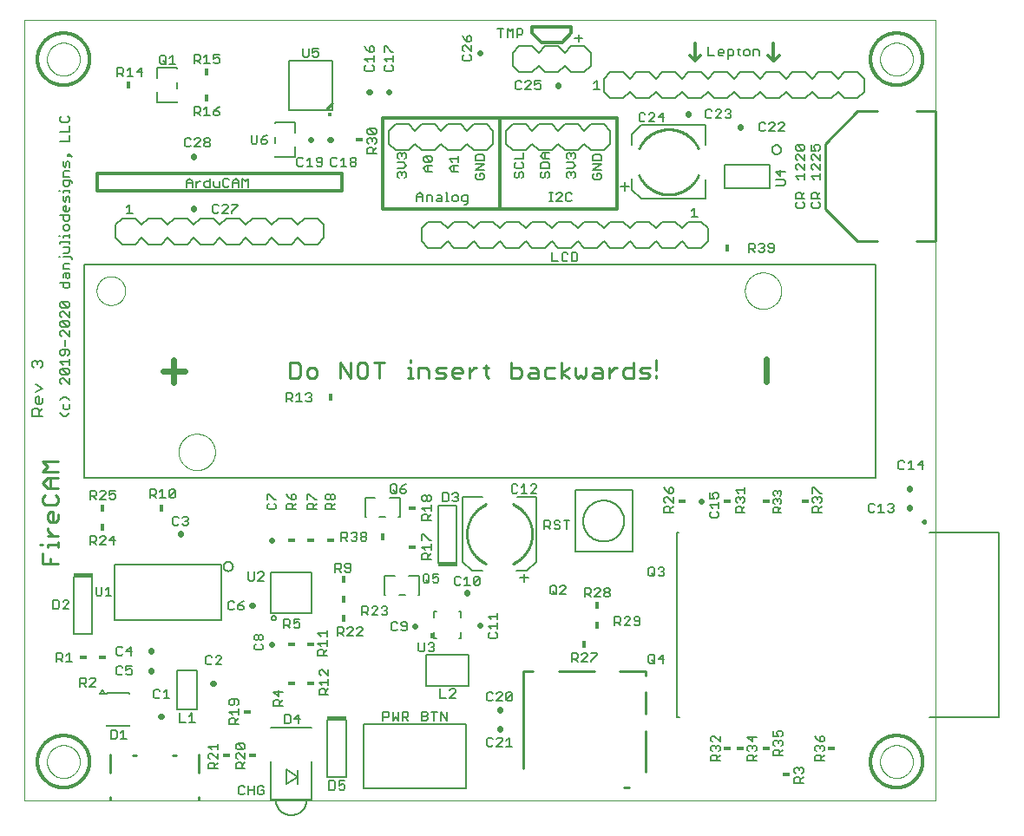
<source format=gto>
G75*
%MOIN*%
%OFA0B0*%
%FSLAX25Y25*%
%IPPOS*%
%LPD*%
%AMOC8*
5,1,8,0,0,1.08239X$1,22.5*
%
%ADD10C,0.00000*%
%ADD11C,0.01200*%
%ADD12C,0.00600*%
%ADD13C,0.02300*%
%ADD14C,0.01100*%
%ADD15C,0.00800*%
%ADD16C,0.00500*%
%ADD17C,0.00945*%
%ADD18C,0.01000*%
%ADD19C,0.02200*%
%ADD20R,0.07480X0.01181*%
%ADD21R,0.03000X0.01800*%
%ADD22R,0.01800X0.03000*%
%ADD23C,0.01682*%
%ADD24R,0.01575X0.02362*%
D10*
X0002050Y0016291D02*
X0002050Y0316291D01*
X0352050Y0316291D01*
X0352050Y0016291D01*
X0002050Y0016291D01*
X0010751Y0031291D02*
X0010753Y0031449D01*
X0010759Y0031607D01*
X0010769Y0031765D01*
X0010783Y0031923D01*
X0010801Y0032080D01*
X0010822Y0032237D01*
X0010848Y0032393D01*
X0010878Y0032549D01*
X0010911Y0032704D01*
X0010949Y0032857D01*
X0010990Y0033010D01*
X0011035Y0033162D01*
X0011084Y0033313D01*
X0011137Y0033462D01*
X0011193Y0033610D01*
X0011253Y0033756D01*
X0011317Y0033901D01*
X0011385Y0034044D01*
X0011456Y0034186D01*
X0011530Y0034326D01*
X0011608Y0034463D01*
X0011690Y0034599D01*
X0011774Y0034733D01*
X0011863Y0034864D01*
X0011954Y0034993D01*
X0012049Y0035120D01*
X0012146Y0035245D01*
X0012247Y0035367D01*
X0012351Y0035486D01*
X0012458Y0035603D01*
X0012568Y0035717D01*
X0012681Y0035828D01*
X0012796Y0035937D01*
X0012914Y0036042D01*
X0013035Y0036144D01*
X0013158Y0036244D01*
X0013284Y0036340D01*
X0013412Y0036433D01*
X0013542Y0036523D01*
X0013675Y0036609D01*
X0013810Y0036693D01*
X0013946Y0036772D01*
X0014085Y0036849D01*
X0014226Y0036921D01*
X0014368Y0036991D01*
X0014512Y0037056D01*
X0014658Y0037118D01*
X0014805Y0037176D01*
X0014954Y0037231D01*
X0015104Y0037282D01*
X0015255Y0037329D01*
X0015407Y0037372D01*
X0015560Y0037411D01*
X0015715Y0037447D01*
X0015870Y0037478D01*
X0016026Y0037506D01*
X0016182Y0037530D01*
X0016339Y0037550D01*
X0016497Y0037566D01*
X0016654Y0037578D01*
X0016813Y0037586D01*
X0016971Y0037590D01*
X0017129Y0037590D01*
X0017287Y0037586D01*
X0017446Y0037578D01*
X0017603Y0037566D01*
X0017761Y0037550D01*
X0017918Y0037530D01*
X0018074Y0037506D01*
X0018230Y0037478D01*
X0018385Y0037447D01*
X0018540Y0037411D01*
X0018693Y0037372D01*
X0018845Y0037329D01*
X0018996Y0037282D01*
X0019146Y0037231D01*
X0019295Y0037176D01*
X0019442Y0037118D01*
X0019588Y0037056D01*
X0019732Y0036991D01*
X0019874Y0036921D01*
X0020015Y0036849D01*
X0020154Y0036772D01*
X0020290Y0036693D01*
X0020425Y0036609D01*
X0020558Y0036523D01*
X0020688Y0036433D01*
X0020816Y0036340D01*
X0020942Y0036244D01*
X0021065Y0036144D01*
X0021186Y0036042D01*
X0021304Y0035937D01*
X0021419Y0035828D01*
X0021532Y0035717D01*
X0021642Y0035603D01*
X0021749Y0035486D01*
X0021853Y0035367D01*
X0021954Y0035245D01*
X0022051Y0035120D01*
X0022146Y0034993D01*
X0022237Y0034864D01*
X0022326Y0034733D01*
X0022410Y0034599D01*
X0022492Y0034463D01*
X0022570Y0034326D01*
X0022644Y0034186D01*
X0022715Y0034044D01*
X0022783Y0033901D01*
X0022847Y0033756D01*
X0022907Y0033610D01*
X0022963Y0033462D01*
X0023016Y0033313D01*
X0023065Y0033162D01*
X0023110Y0033010D01*
X0023151Y0032857D01*
X0023189Y0032704D01*
X0023222Y0032549D01*
X0023252Y0032393D01*
X0023278Y0032237D01*
X0023299Y0032080D01*
X0023317Y0031923D01*
X0023331Y0031765D01*
X0023341Y0031607D01*
X0023347Y0031449D01*
X0023349Y0031291D01*
X0023347Y0031133D01*
X0023341Y0030975D01*
X0023331Y0030817D01*
X0023317Y0030659D01*
X0023299Y0030502D01*
X0023278Y0030345D01*
X0023252Y0030189D01*
X0023222Y0030033D01*
X0023189Y0029878D01*
X0023151Y0029725D01*
X0023110Y0029572D01*
X0023065Y0029420D01*
X0023016Y0029269D01*
X0022963Y0029120D01*
X0022907Y0028972D01*
X0022847Y0028826D01*
X0022783Y0028681D01*
X0022715Y0028538D01*
X0022644Y0028396D01*
X0022570Y0028256D01*
X0022492Y0028119D01*
X0022410Y0027983D01*
X0022326Y0027849D01*
X0022237Y0027718D01*
X0022146Y0027589D01*
X0022051Y0027462D01*
X0021954Y0027337D01*
X0021853Y0027215D01*
X0021749Y0027096D01*
X0021642Y0026979D01*
X0021532Y0026865D01*
X0021419Y0026754D01*
X0021304Y0026645D01*
X0021186Y0026540D01*
X0021065Y0026438D01*
X0020942Y0026338D01*
X0020816Y0026242D01*
X0020688Y0026149D01*
X0020558Y0026059D01*
X0020425Y0025973D01*
X0020290Y0025889D01*
X0020154Y0025810D01*
X0020015Y0025733D01*
X0019874Y0025661D01*
X0019732Y0025591D01*
X0019588Y0025526D01*
X0019442Y0025464D01*
X0019295Y0025406D01*
X0019146Y0025351D01*
X0018996Y0025300D01*
X0018845Y0025253D01*
X0018693Y0025210D01*
X0018540Y0025171D01*
X0018385Y0025135D01*
X0018230Y0025104D01*
X0018074Y0025076D01*
X0017918Y0025052D01*
X0017761Y0025032D01*
X0017603Y0025016D01*
X0017446Y0025004D01*
X0017287Y0024996D01*
X0017129Y0024992D01*
X0016971Y0024992D01*
X0016813Y0024996D01*
X0016654Y0025004D01*
X0016497Y0025016D01*
X0016339Y0025032D01*
X0016182Y0025052D01*
X0016026Y0025076D01*
X0015870Y0025104D01*
X0015715Y0025135D01*
X0015560Y0025171D01*
X0015407Y0025210D01*
X0015255Y0025253D01*
X0015104Y0025300D01*
X0014954Y0025351D01*
X0014805Y0025406D01*
X0014658Y0025464D01*
X0014512Y0025526D01*
X0014368Y0025591D01*
X0014226Y0025661D01*
X0014085Y0025733D01*
X0013946Y0025810D01*
X0013810Y0025889D01*
X0013675Y0025973D01*
X0013542Y0026059D01*
X0013412Y0026149D01*
X0013284Y0026242D01*
X0013158Y0026338D01*
X0013035Y0026438D01*
X0012914Y0026540D01*
X0012796Y0026645D01*
X0012681Y0026754D01*
X0012568Y0026865D01*
X0012458Y0026979D01*
X0012351Y0027096D01*
X0012247Y0027215D01*
X0012146Y0027337D01*
X0012049Y0027462D01*
X0011954Y0027589D01*
X0011863Y0027718D01*
X0011774Y0027849D01*
X0011690Y0027983D01*
X0011608Y0028119D01*
X0011530Y0028256D01*
X0011456Y0028396D01*
X0011385Y0028538D01*
X0011317Y0028681D01*
X0011253Y0028826D01*
X0011193Y0028972D01*
X0011137Y0029120D01*
X0011084Y0029269D01*
X0011035Y0029420D01*
X0010990Y0029572D01*
X0010949Y0029725D01*
X0010911Y0029878D01*
X0010878Y0030033D01*
X0010848Y0030189D01*
X0010822Y0030345D01*
X0010801Y0030502D01*
X0010783Y0030659D01*
X0010769Y0030817D01*
X0010759Y0030975D01*
X0010753Y0031133D01*
X0010751Y0031291D01*
X0061300Y0150291D02*
X0061302Y0150463D01*
X0061308Y0150634D01*
X0061319Y0150806D01*
X0061334Y0150977D01*
X0061353Y0151148D01*
X0061376Y0151318D01*
X0061403Y0151488D01*
X0061435Y0151657D01*
X0061470Y0151825D01*
X0061510Y0151992D01*
X0061554Y0152158D01*
X0061601Y0152323D01*
X0061653Y0152487D01*
X0061709Y0152649D01*
X0061769Y0152810D01*
X0061833Y0152970D01*
X0061901Y0153128D01*
X0061972Y0153284D01*
X0062047Y0153438D01*
X0062127Y0153591D01*
X0062209Y0153741D01*
X0062296Y0153890D01*
X0062386Y0154036D01*
X0062480Y0154180D01*
X0062577Y0154322D01*
X0062678Y0154461D01*
X0062782Y0154598D01*
X0062889Y0154732D01*
X0063000Y0154863D01*
X0063113Y0154992D01*
X0063230Y0155118D01*
X0063350Y0155241D01*
X0063473Y0155361D01*
X0063599Y0155478D01*
X0063728Y0155591D01*
X0063859Y0155702D01*
X0063993Y0155809D01*
X0064130Y0155913D01*
X0064269Y0156014D01*
X0064411Y0156111D01*
X0064555Y0156205D01*
X0064701Y0156295D01*
X0064850Y0156382D01*
X0065000Y0156464D01*
X0065153Y0156544D01*
X0065307Y0156619D01*
X0065463Y0156690D01*
X0065621Y0156758D01*
X0065781Y0156822D01*
X0065942Y0156882D01*
X0066104Y0156938D01*
X0066268Y0156990D01*
X0066433Y0157037D01*
X0066599Y0157081D01*
X0066766Y0157121D01*
X0066934Y0157156D01*
X0067103Y0157188D01*
X0067273Y0157215D01*
X0067443Y0157238D01*
X0067614Y0157257D01*
X0067785Y0157272D01*
X0067957Y0157283D01*
X0068128Y0157289D01*
X0068300Y0157291D01*
X0068472Y0157289D01*
X0068643Y0157283D01*
X0068815Y0157272D01*
X0068986Y0157257D01*
X0069157Y0157238D01*
X0069327Y0157215D01*
X0069497Y0157188D01*
X0069666Y0157156D01*
X0069834Y0157121D01*
X0070001Y0157081D01*
X0070167Y0157037D01*
X0070332Y0156990D01*
X0070496Y0156938D01*
X0070658Y0156882D01*
X0070819Y0156822D01*
X0070979Y0156758D01*
X0071137Y0156690D01*
X0071293Y0156619D01*
X0071447Y0156544D01*
X0071600Y0156464D01*
X0071750Y0156382D01*
X0071899Y0156295D01*
X0072045Y0156205D01*
X0072189Y0156111D01*
X0072331Y0156014D01*
X0072470Y0155913D01*
X0072607Y0155809D01*
X0072741Y0155702D01*
X0072872Y0155591D01*
X0073001Y0155478D01*
X0073127Y0155361D01*
X0073250Y0155241D01*
X0073370Y0155118D01*
X0073487Y0154992D01*
X0073600Y0154863D01*
X0073711Y0154732D01*
X0073818Y0154598D01*
X0073922Y0154461D01*
X0074023Y0154322D01*
X0074120Y0154180D01*
X0074214Y0154036D01*
X0074304Y0153890D01*
X0074391Y0153741D01*
X0074473Y0153591D01*
X0074553Y0153438D01*
X0074628Y0153284D01*
X0074699Y0153128D01*
X0074767Y0152970D01*
X0074831Y0152810D01*
X0074891Y0152649D01*
X0074947Y0152487D01*
X0074999Y0152323D01*
X0075046Y0152158D01*
X0075090Y0151992D01*
X0075130Y0151825D01*
X0075165Y0151657D01*
X0075197Y0151488D01*
X0075224Y0151318D01*
X0075247Y0151148D01*
X0075266Y0150977D01*
X0075281Y0150806D01*
X0075292Y0150634D01*
X0075298Y0150463D01*
X0075300Y0150291D01*
X0075298Y0150119D01*
X0075292Y0149948D01*
X0075281Y0149776D01*
X0075266Y0149605D01*
X0075247Y0149434D01*
X0075224Y0149264D01*
X0075197Y0149094D01*
X0075165Y0148925D01*
X0075130Y0148757D01*
X0075090Y0148590D01*
X0075046Y0148424D01*
X0074999Y0148259D01*
X0074947Y0148095D01*
X0074891Y0147933D01*
X0074831Y0147772D01*
X0074767Y0147612D01*
X0074699Y0147454D01*
X0074628Y0147298D01*
X0074553Y0147144D01*
X0074473Y0146991D01*
X0074391Y0146841D01*
X0074304Y0146692D01*
X0074214Y0146546D01*
X0074120Y0146402D01*
X0074023Y0146260D01*
X0073922Y0146121D01*
X0073818Y0145984D01*
X0073711Y0145850D01*
X0073600Y0145719D01*
X0073487Y0145590D01*
X0073370Y0145464D01*
X0073250Y0145341D01*
X0073127Y0145221D01*
X0073001Y0145104D01*
X0072872Y0144991D01*
X0072741Y0144880D01*
X0072607Y0144773D01*
X0072470Y0144669D01*
X0072331Y0144568D01*
X0072189Y0144471D01*
X0072045Y0144377D01*
X0071899Y0144287D01*
X0071750Y0144200D01*
X0071600Y0144118D01*
X0071447Y0144038D01*
X0071293Y0143963D01*
X0071137Y0143892D01*
X0070979Y0143824D01*
X0070819Y0143760D01*
X0070658Y0143700D01*
X0070496Y0143644D01*
X0070332Y0143592D01*
X0070167Y0143545D01*
X0070001Y0143501D01*
X0069834Y0143461D01*
X0069666Y0143426D01*
X0069497Y0143394D01*
X0069327Y0143367D01*
X0069157Y0143344D01*
X0068986Y0143325D01*
X0068815Y0143310D01*
X0068643Y0143299D01*
X0068472Y0143293D01*
X0068300Y0143291D01*
X0068128Y0143293D01*
X0067957Y0143299D01*
X0067785Y0143310D01*
X0067614Y0143325D01*
X0067443Y0143344D01*
X0067273Y0143367D01*
X0067103Y0143394D01*
X0066934Y0143426D01*
X0066766Y0143461D01*
X0066599Y0143501D01*
X0066433Y0143545D01*
X0066268Y0143592D01*
X0066104Y0143644D01*
X0065942Y0143700D01*
X0065781Y0143760D01*
X0065621Y0143824D01*
X0065463Y0143892D01*
X0065307Y0143963D01*
X0065153Y0144038D01*
X0065000Y0144118D01*
X0064850Y0144200D01*
X0064701Y0144287D01*
X0064555Y0144377D01*
X0064411Y0144471D01*
X0064269Y0144568D01*
X0064130Y0144669D01*
X0063993Y0144773D01*
X0063859Y0144880D01*
X0063728Y0144991D01*
X0063599Y0145104D01*
X0063473Y0145221D01*
X0063350Y0145341D01*
X0063230Y0145464D01*
X0063113Y0145590D01*
X0063000Y0145719D01*
X0062889Y0145850D01*
X0062782Y0145984D01*
X0062678Y0146121D01*
X0062577Y0146260D01*
X0062480Y0146402D01*
X0062386Y0146546D01*
X0062296Y0146692D01*
X0062209Y0146841D01*
X0062127Y0146991D01*
X0062047Y0147144D01*
X0061972Y0147298D01*
X0061901Y0147454D01*
X0061833Y0147612D01*
X0061769Y0147772D01*
X0061709Y0147933D01*
X0061653Y0148095D01*
X0061601Y0148259D01*
X0061554Y0148424D01*
X0061510Y0148590D01*
X0061470Y0148757D01*
X0061435Y0148925D01*
X0061403Y0149094D01*
X0061376Y0149264D01*
X0061353Y0149434D01*
X0061334Y0149605D01*
X0061319Y0149776D01*
X0061308Y0149948D01*
X0061302Y0150119D01*
X0061300Y0150291D01*
X0029788Y0212291D02*
X0029790Y0212439D01*
X0029796Y0212587D01*
X0029806Y0212735D01*
X0029820Y0212882D01*
X0029838Y0213029D01*
X0029859Y0213175D01*
X0029885Y0213321D01*
X0029915Y0213466D01*
X0029948Y0213610D01*
X0029986Y0213753D01*
X0030027Y0213895D01*
X0030072Y0214036D01*
X0030120Y0214176D01*
X0030173Y0214315D01*
X0030229Y0214452D01*
X0030289Y0214587D01*
X0030352Y0214721D01*
X0030419Y0214853D01*
X0030490Y0214983D01*
X0030564Y0215111D01*
X0030641Y0215237D01*
X0030722Y0215361D01*
X0030806Y0215483D01*
X0030893Y0215602D01*
X0030984Y0215719D01*
X0031078Y0215834D01*
X0031174Y0215946D01*
X0031274Y0216056D01*
X0031376Y0216162D01*
X0031482Y0216266D01*
X0031590Y0216367D01*
X0031701Y0216465D01*
X0031814Y0216561D01*
X0031930Y0216653D01*
X0032048Y0216742D01*
X0032169Y0216827D01*
X0032292Y0216910D01*
X0032417Y0216989D01*
X0032544Y0217065D01*
X0032673Y0217137D01*
X0032804Y0217206D01*
X0032937Y0217271D01*
X0033072Y0217332D01*
X0033208Y0217390D01*
X0033345Y0217445D01*
X0033484Y0217495D01*
X0033625Y0217542D01*
X0033766Y0217585D01*
X0033909Y0217625D01*
X0034053Y0217660D01*
X0034197Y0217692D01*
X0034343Y0217719D01*
X0034489Y0217743D01*
X0034636Y0217763D01*
X0034783Y0217779D01*
X0034930Y0217791D01*
X0035078Y0217799D01*
X0035226Y0217803D01*
X0035374Y0217803D01*
X0035522Y0217799D01*
X0035670Y0217791D01*
X0035817Y0217779D01*
X0035964Y0217763D01*
X0036111Y0217743D01*
X0036257Y0217719D01*
X0036403Y0217692D01*
X0036547Y0217660D01*
X0036691Y0217625D01*
X0036834Y0217585D01*
X0036975Y0217542D01*
X0037116Y0217495D01*
X0037255Y0217445D01*
X0037392Y0217390D01*
X0037528Y0217332D01*
X0037663Y0217271D01*
X0037796Y0217206D01*
X0037927Y0217137D01*
X0038056Y0217065D01*
X0038183Y0216989D01*
X0038308Y0216910D01*
X0038431Y0216827D01*
X0038552Y0216742D01*
X0038670Y0216653D01*
X0038786Y0216561D01*
X0038899Y0216465D01*
X0039010Y0216367D01*
X0039118Y0216266D01*
X0039224Y0216162D01*
X0039326Y0216056D01*
X0039426Y0215946D01*
X0039522Y0215834D01*
X0039616Y0215719D01*
X0039707Y0215602D01*
X0039794Y0215483D01*
X0039878Y0215361D01*
X0039959Y0215237D01*
X0040036Y0215111D01*
X0040110Y0214983D01*
X0040181Y0214853D01*
X0040248Y0214721D01*
X0040311Y0214587D01*
X0040371Y0214452D01*
X0040427Y0214315D01*
X0040480Y0214176D01*
X0040528Y0214036D01*
X0040573Y0213895D01*
X0040614Y0213753D01*
X0040652Y0213610D01*
X0040685Y0213466D01*
X0040715Y0213321D01*
X0040741Y0213175D01*
X0040762Y0213029D01*
X0040780Y0212882D01*
X0040794Y0212735D01*
X0040804Y0212587D01*
X0040810Y0212439D01*
X0040812Y0212291D01*
X0040810Y0212143D01*
X0040804Y0211995D01*
X0040794Y0211847D01*
X0040780Y0211700D01*
X0040762Y0211553D01*
X0040741Y0211407D01*
X0040715Y0211261D01*
X0040685Y0211116D01*
X0040652Y0210972D01*
X0040614Y0210829D01*
X0040573Y0210687D01*
X0040528Y0210546D01*
X0040480Y0210406D01*
X0040427Y0210267D01*
X0040371Y0210130D01*
X0040311Y0209995D01*
X0040248Y0209861D01*
X0040181Y0209729D01*
X0040110Y0209599D01*
X0040036Y0209471D01*
X0039959Y0209345D01*
X0039878Y0209221D01*
X0039794Y0209099D01*
X0039707Y0208980D01*
X0039616Y0208863D01*
X0039522Y0208748D01*
X0039426Y0208636D01*
X0039326Y0208526D01*
X0039224Y0208420D01*
X0039118Y0208316D01*
X0039010Y0208215D01*
X0038899Y0208117D01*
X0038786Y0208021D01*
X0038670Y0207929D01*
X0038552Y0207840D01*
X0038431Y0207755D01*
X0038308Y0207672D01*
X0038183Y0207593D01*
X0038056Y0207517D01*
X0037927Y0207445D01*
X0037796Y0207376D01*
X0037663Y0207311D01*
X0037528Y0207250D01*
X0037392Y0207192D01*
X0037255Y0207137D01*
X0037116Y0207087D01*
X0036975Y0207040D01*
X0036834Y0206997D01*
X0036691Y0206957D01*
X0036547Y0206922D01*
X0036403Y0206890D01*
X0036257Y0206863D01*
X0036111Y0206839D01*
X0035964Y0206819D01*
X0035817Y0206803D01*
X0035670Y0206791D01*
X0035522Y0206783D01*
X0035374Y0206779D01*
X0035226Y0206779D01*
X0035078Y0206783D01*
X0034930Y0206791D01*
X0034783Y0206803D01*
X0034636Y0206819D01*
X0034489Y0206839D01*
X0034343Y0206863D01*
X0034197Y0206890D01*
X0034053Y0206922D01*
X0033909Y0206957D01*
X0033766Y0206997D01*
X0033625Y0207040D01*
X0033484Y0207087D01*
X0033345Y0207137D01*
X0033208Y0207192D01*
X0033072Y0207250D01*
X0032937Y0207311D01*
X0032804Y0207376D01*
X0032673Y0207445D01*
X0032544Y0207517D01*
X0032417Y0207593D01*
X0032292Y0207672D01*
X0032169Y0207755D01*
X0032048Y0207840D01*
X0031930Y0207929D01*
X0031814Y0208021D01*
X0031701Y0208117D01*
X0031590Y0208215D01*
X0031482Y0208316D01*
X0031376Y0208420D01*
X0031274Y0208526D01*
X0031174Y0208636D01*
X0031078Y0208748D01*
X0030984Y0208863D01*
X0030893Y0208980D01*
X0030806Y0209099D01*
X0030722Y0209221D01*
X0030641Y0209345D01*
X0030564Y0209471D01*
X0030490Y0209599D01*
X0030419Y0209729D01*
X0030352Y0209861D01*
X0030289Y0209995D01*
X0030229Y0210130D01*
X0030173Y0210267D01*
X0030120Y0210406D01*
X0030072Y0210546D01*
X0030027Y0210687D01*
X0029986Y0210829D01*
X0029948Y0210972D01*
X0029915Y0211116D01*
X0029885Y0211261D01*
X0029859Y0211407D01*
X0029838Y0211553D01*
X0029820Y0211700D01*
X0029806Y0211847D01*
X0029796Y0211995D01*
X0029790Y0212143D01*
X0029788Y0212291D01*
X0010751Y0301291D02*
X0010753Y0301449D01*
X0010759Y0301607D01*
X0010769Y0301765D01*
X0010783Y0301923D01*
X0010801Y0302080D01*
X0010822Y0302237D01*
X0010848Y0302393D01*
X0010878Y0302549D01*
X0010911Y0302704D01*
X0010949Y0302857D01*
X0010990Y0303010D01*
X0011035Y0303162D01*
X0011084Y0303313D01*
X0011137Y0303462D01*
X0011193Y0303610D01*
X0011253Y0303756D01*
X0011317Y0303901D01*
X0011385Y0304044D01*
X0011456Y0304186D01*
X0011530Y0304326D01*
X0011608Y0304463D01*
X0011690Y0304599D01*
X0011774Y0304733D01*
X0011863Y0304864D01*
X0011954Y0304993D01*
X0012049Y0305120D01*
X0012146Y0305245D01*
X0012247Y0305367D01*
X0012351Y0305486D01*
X0012458Y0305603D01*
X0012568Y0305717D01*
X0012681Y0305828D01*
X0012796Y0305937D01*
X0012914Y0306042D01*
X0013035Y0306144D01*
X0013158Y0306244D01*
X0013284Y0306340D01*
X0013412Y0306433D01*
X0013542Y0306523D01*
X0013675Y0306609D01*
X0013810Y0306693D01*
X0013946Y0306772D01*
X0014085Y0306849D01*
X0014226Y0306921D01*
X0014368Y0306991D01*
X0014512Y0307056D01*
X0014658Y0307118D01*
X0014805Y0307176D01*
X0014954Y0307231D01*
X0015104Y0307282D01*
X0015255Y0307329D01*
X0015407Y0307372D01*
X0015560Y0307411D01*
X0015715Y0307447D01*
X0015870Y0307478D01*
X0016026Y0307506D01*
X0016182Y0307530D01*
X0016339Y0307550D01*
X0016497Y0307566D01*
X0016654Y0307578D01*
X0016813Y0307586D01*
X0016971Y0307590D01*
X0017129Y0307590D01*
X0017287Y0307586D01*
X0017446Y0307578D01*
X0017603Y0307566D01*
X0017761Y0307550D01*
X0017918Y0307530D01*
X0018074Y0307506D01*
X0018230Y0307478D01*
X0018385Y0307447D01*
X0018540Y0307411D01*
X0018693Y0307372D01*
X0018845Y0307329D01*
X0018996Y0307282D01*
X0019146Y0307231D01*
X0019295Y0307176D01*
X0019442Y0307118D01*
X0019588Y0307056D01*
X0019732Y0306991D01*
X0019874Y0306921D01*
X0020015Y0306849D01*
X0020154Y0306772D01*
X0020290Y0306693D01*
X0020425Y0306609D01*
X0020558Y0306523D01*
X0020688Y0306433D01*
X0020816Y0306340D01*
X0020942Y0306244D01*
X0021065Y0306144D01*
X0021186Y0306042D01*
X0021304Y0305937D01*
X0021419Y0305828D01*
X0021532Y0305717D01*
X0021642Y0305603D01*
X0021749Y0305486D01*
X0021853Y0305367D01*
X0021954Y0305245D01*
X0022051Y0305120D01*
X0022146Y0304993D01*
X0022237Y0304864D01*
X0022326Y0304733D01*
X0022410Y0304599D01*
X0022492Y0304463D01*
X0022570Y0304326D01*
X0022644Y0304186D01*
X0022715Y0304044D01*
X0022783Y0303901D01*
X0022847Y0303756D01*
X0022907Y0303610D01*
X0022963Y0303462D01*
X0023016Y0303313D01*
X0023065Y0303162D01*
X0023110Y0303010D01*
X0023151Y0302857D01*
X0023189Y0302704D01*
X0023222Y0302549D01*
X0023252Y0302393D01*
X0023278Y0302237D01*
X0023299Y0302080D01*
X0023317Y0301923D01*
X0023331Y0301765D01*
X0023341Y0301607D01*
X0023347Y0301449D01*
X0023349Y0301291D01*
X0023347Y0301133D01*
X0023341Y0300975D01*
X0023331Y0300817D01*
X0023317Y0300659D01*
X0023299Y0300502D01*
X0023278Y0300345D01*
X0023252Y0300189D01*
X0023222Y0300033D01*
X0023189Y0299878D01*
X0023151Y0299725D01*
X0023110Y0299572D01*
X0023065Y0299420D01*
X0023016Y0299269D01*
X0022963Y0299120D01*
X0022907Y0298972D01*
X0022847Y0298826D01*
X0022783Y0298681D01*
X0022715Y0298538D01*
X0022644Y0298396D01*
X0022570Y0298256D01*
X0022492Y0298119D01*
X0022410Y0297983D01*
X0022326Y0297849D01*
X0022237Y0297718D01*
X0022146Y0297589D01*
X0022051Y0297462D01*
X0021954Y0297337D01*
X0021853Y0297215D01*
X0021749Y0297096D01*
X0021642Y0296979D01*
X0021532Y0296865D01*
X0021419Y0296754D01*
X0021304Y0296645D01*
X0021186Y0296540D01*
X0021065Y0296438D01*
X0020942Y0296338D01*
X0020816Y0296242D01*
X0020688Y0296149D01*
X0020558Y0296059D01*
X0020425Y0295973D01*
X0020290Y0295889D01*
X0020154Y0295810D01*
X0020015Y0295733D01*
X0019874Y0295661D01*
X0019732Y0295591D01*
X0019588Y0295526D01*
X0019442Y0295464D01*
X0019295Y0295406D01*
X0019146Y0295351D01*
X0018996Y0295300D01*
X0018845Y0295253D01*
X0018693Y0295210D01*
X0018540Y0295171D01*
X0018385Y0295135D01*
X0018230Y0295104D01*
X0018074Y0295076D01*
X0017918Y0295052D01*
X0017761Y0295032D01*
X0017603Y0295016D01*
X0017446Y0295004D01*
X0017287Y0294996D01*
X0017129Y0294992D01*
X0016971Y0294992D01*
X0016813Y0294996D01*
X0016654Y0295004D01*
X0016497Y0295016D01*
X0016339Y0295032D01*
X0016182Y0295052D01*
X0016026Y0295076D01*
X0015870Y0295104D01*
X0015715Y0295135D01*
X0015560Y0295171D01*
X0015407Y0295210D01*
X0015255Y0295253D01*
X0015104Y0295300D01*
X0014954Y0295351D01*
X0014805Y0295406D01*
X0014658Y0295464D01*
X0014512Y0295526D01*
X0014368Y0295591D01*
X0014226Y0295661D01*
X0014085Y0295733D01*
X0013946Y0295810D01*
X0013810Y0295889D01*
X0013675Y0295973D01*
X0013542Y0296059D01*
X0013412Y0296149D01*
X0013284Y0296242D01*
X0013158Y0296338D01*
X0013035Y0296438D01*
X0012914Y0296540D01*
X0012796Y0296645D01*
X0012681Y0296754D01*
X0012568Y0296865D01*
X0012458Y0296979D01*
X0012351Y0297096D01*
X0012247Y0297215D01*
X0012146Y0297337D01*
X0012049Y0297462D01*
X0011954Y0297589D01*
X0011863Y0297718D01*
X0011774Y0297849D01*
X0011690Y0297983D01*
X0011608Y0298119D01*
X0011530Y0298256D01*
X0011456Y0298396D01*
X0011385Y0298538D01*
X0011317Y0298681D01*
X0011253Y0298826D01*
X0011193Y0298972D01*
X0011137Y0299120D01*
X0011084Y0299269D01*
X0011035Y0299420D01*
X0010990Y0299572D01*
X0010949Y0299725D01*
X0010911Y0299878D01*
X0010878Y0300033D01*
X0010848Y0300189D01*
X0010822Y0300345D01*
X0010801Y0300502D01*
X0010783Y0300659D01*
X0010769Y0300817D01*
X0010759Y0300975D01*
X0010753Y0301133D01*
X0010751Y0301291D01*
X0278800Y0212291D02*
X0278802Y0212463D01*
X0278808Y0212634D01*
X0278819Y0212806D01*
X0278834Y0212977D01*
X0278853Y0213148D01*
X0278876Y0213318D01*
X0278903Y0213488D01*
X0278935Y0213657D01*
X0278970Y0213825D01*
X0279010Y0213992D01*
X0279054Y0214158D01*
X0279101Y0214323D01*
X0279153Y0214487D01*
X0279209Y0214649D01*
X0279269Y0214810D01*
X0279333Y0214970D01*
X0279401Y0215128D01*
X0279472Y0215284D01*
X0279547Y0215438D01*
X0279627Y0215591D01*
X0279709Y0215741D01*
X0279796Y0215890D01*
X0279886Y0216036D01*
X0279980Y0216180D01*
X0280077Y0216322D01*
X0280178Y0216461D01*
X0280282Y0216598D01*
X0280389Y0216732D01*
X0280500Y0216863D01*
X0280613Y0216992D01*
X0280730Y0217118D01*
X0280850Y0217241D01*
X0280973Y0217361D01*
X0281099Y0217478D01*
X0281228Y0217591D01*
X0281359Y0217702D01*
X0281493Y0217809D01*
X0281630Y0217913D01*
X0281769Y0218014D01*
X0281911Y0218111D01*
X0282055Y0218205D01*
X0282201Y0218295D01*
X0282350Y0218382D01*
X0282500Y0218464D01*
X0282653Y0218544D01*
X0282807Y0218619D01*
X0282963Y0218690D01*
X0283121Y0218758D01*
X0283281Y0218822D01*
X0283442Y0218882D01*
X0283604Y0218938D01*
X0283768Y0218990D01*
X0283933Y0219037D01*
X0284099Y0219081D01*
X0284266Y0219121D01*
X0284434Y0219156D01*
X0284603Y0219188D01*
X0284773Y0219215D01*
X0284943Y0219238D01*
X0285114Y0219257D01*
X0285285Y0219272D01*
X0285457Y0219283D01*
X0285628Y0219289D01*
X0285800Y0219291D01*
X0285972Y0219289D01*
X0286143Y0219283D01*
X0286315Y0219272D01*
X0286486Y0219257D01*
X0286657Y0219238D01*
X0286827Y0219215D01*
X0286997Y0219188D01*
X0287166Y0219156D01*
X0287334Y0219121D01*
X0287501Y0219081D01*
X0287667Y0219037D01*
X0287832Y0218990D01*
X0287996Y0218938D01*
X0288158Y0218882D01*
X0288319Y0218822D01*
X0288479Y0218758D01*
X0288637Y0218690D01*
X0288793Y0218619D01*
X0288947Y0218544D01*
X0289100Y0218464D01*
X0289250Y0218382D01*
X0289399Y0218295D01*
X0289545Y0218205D01*
X0289689Y0218111D01*
X0289831Y0218014D01*
X0289970Y0217913D01*
X0290107Y0217809D01*
X0290241Y0217702D01*
X0290372Y0217591D01*
X0290501Y0217478D01*
X0290627Y0217361D01*
X0290750Y0217241D01*
X0290870Y0217118D01*
X0290987Y0216992D01*
X0291100Y0216863D01*
X0291211Y0216732D01*
X0291318Y0216598D01*
X0291422Y0216461D01*
X0291523Y0216322D01*
X0291620Y0216180D01*
X0291714Y0216036D01*
X0291804Y0215890D01*
X0291891Y0215741D01*
X0291973Y0215591D01*
X0292053Y0215438D01*
X0292128Y0215284D01*
X0292199Y0215128D01*
X0292267Y0214970D01*
X0292331Y0214810D01*
X0292391Y0214649D01*
X0292447Y0214487D01*
X0292499Y0214323D01*
X0292546Y0214158D01*
X0292590Y0213992D01*
X0292630Y0213825D01*
X0292665Y0213657D01*
X0292697Y0213488D01*
X0292724Y0213318D01*
X0292747Y0213148D01*
X0292766Y0212977D01*
X0292781Y0212806D01*
X0292792Y0212634D01*
X0292798Y0212463D01*
X0292800Y0212291D01*
X0292798Y0212119D01*
X0292792Y0211948D01*
X0292781Y0211776D01*
X0292766Y0211605D01*
X0292747Y0211434D01*
X0292724Y0211264D01*
X0292697Y0211094D01*
X0292665Y0210925D01*
X0292630Y0210757D01*
X0292590Y0210590D01*
X0292546Y0210424D01*
X0292499Y0210259D01*
X0292447Y0210095D01*
X0292391Y0209933D01*
X0292331Y0209772D01*
X0292267Y0209612D01*
X0292199Y0209454D01*
X0292128Y0209298D01*
X0292053Y0209144D01*
X0291973Y0208991D01*
X0291891Y0208841D01*
X0291804Y0208692D01*
X0291714Y0208546D01*
X0291620Y0208402D01*
X0291523Y0208260D01*
X0291422Y0208121D01*
X0291318Y0207984D01*
X0291211Y0207850D01*
X0291100Y0207719D01*
X0290987Y0207590D01*
X0290870Y0207464D01*
X0290750Y0207341D01*
X0290627Y0207221D01*
X0290501Y0207104D01*
X0290372Y0206991D01*
X0290241Y0206880D01*
X0290107Y0206773D01*
X0289970Y0206669D01*
X0289831Y0206568D01*
X0289689Y0206471D01*
X0289545Y0206377D01*
X0289399Y0206287D01*
X0289250Y0206200D01*
X0289100Y0206118D01*
X0288947Y0206038D01*
X0288793Y0205963D01*
X0288637Y0205892D01*
X0288479Y0205824D01*
X0288319Y0205760D01*
X0288158Y0205700D01*
X0287996Y0205644D01*
X0287832Y0205592D01*
X0287667Y0205545D01*
X0287501Y0205501D01*
X0287334Y0205461D01*
X0287166Y0205426D01*
X0286997Y0205394D01*
X0286827Y0205367D01*
X0286657Y0205344D01*
X0286486Y0205325D01*
X0286315Y0205310D01*
X0286143Y0205299D01*
X0285972Y0205293D01*
X0285800Y0205291D01*
X0285628Y0205293D01*
X0285457Y0205299D01*
X0285285Y0205310D01*
X0285114Y0205325D01*
X0284943Y0205344D01*
X0284773Y0205367D01*
X0284603Y0205394D01*
X0284434Y0205426D01*
X0284266Y0205461D01*
X0284099Y0205501D01*
X0283933Y0205545D01*
X0283768Y0205592D01*
X0283604Y0205644D01*
X0283442Y0205700D01*
X0283281Y0205760D01*
X0283121Y0205824D01*
X0282963Y0205892D01*
X0282807Y0205963D01*
X0282653Y0206038D01*
X0282500Y0206118D01*
X0282350Y0206200D01*
X0282201Y0206287D01*
X0282055Y0206377D01*
X0281911Y0206471D01*
X0281769Y0206568D01*
X0281630Y0206669D01*
X0281493Y0206773D01*
X0281359Y0206880D01*
X0281228Y0206991D01*
X0281099Y0207104D01*
X0280973Y0207221D01*
X0280850Y0207341D01*
X0280730Y0207464D01*
X0280613Y0207590D01*
X0280500Y0207719D01*
X0280389Y0207850D01*
X0280282Y0207984D01*
X0280178Y0208121D01*
X0280077Y0208260D01*
X0279980Y0208402D01*
X0279886Y0208546D01*
X0279796Y0208692D01*
X0279709Y0208841D01*
X0279627Y0208991D01*
X0279547Y0209144D01*
X0279472Y0209298D01*
X0279401Y0209454D01*
X0279333Y0209612D01*
X0279269Y0209772D01*
X0279209Y0209933D01*
X0279153Y0210095D01*
X0279101Y0210259D01*
X0279054Y0210424D01*
X0279010Y0210590D01*
X0278970Y0210757D01*
X0278935Y0210925D01*
X0278903Y0211094D01*
X0278876Y0211264D01*
X0278853Y0211434D01*
X0278834Y0211605D01*
X0278819Y0211776D01*
X0278808Y0211948D01*
X0278802Y0212119D01*
X0278800Y0212291D01*
X0330751Y0301291D02*
X0330753Y0301449D01*
X0330759Y0301607D01*
X0330769Y0301765D01*
X0330783Y0301923D01*
X0330801Y0302080D01*
X0330822Y0302237D01*
X0330848Y0302393D01*
X0330878Y0302549D01*
X0330911Y0302704D01*
X0330949Y0302857D01*
X0330990Y0303010D01*
X0331035Y0303162D01*
X0331084Y0303313D01*
X0331137Y0303462D01*
X0331193Y0303610D01*
X0331253Y0303756D01*
X0331317Y0303901D01*
X0331385Y0304044D01*
X0331456Y0304186D01*
X0331530Y0304326D01*
X0331608Y0304463D01*
X0331690Y0304599D01*
X0331774Y0304733D01*
X0331863Y0304864D01*
X0331954Y0304993D01*
X0332049Y0305120D01*
X0332146Y0305245D01*
X0332247Y0305367D01*
X0332351Y0305486D01*
X0332458Y0305603D01*
X0332568Y0305717D01*
X0332681Y0305828D01*
X0332796Y0305937D01*
X0332914Y0306042D01*
X0333035Y0306144D01*
X0333158Y0306244D01*
X0333284Y0306340D01*
X0333412Y0306433D01*
X0333542Y0306523D01*
X0333675Y0306609D01*
X0333810Y0306693D01*
X0333946Y0306772D01*
X0334085Y0306849D01*
X0334226Y0306921D01*
X0334368Y0306991D01*
X0334512Y0307056D01*
X0334658Y0307118D01*
X0334805Y0307176D01*
X0334954Y0307231D01*
X0335104Y0307282D01*
X0335255Y0307329D01*
X0335407Y0307372D01*
X0335560Y0307411D01*
X0335715Y0307447D01*
X0335870Y0307478D01*
X0336026Y0307506D01*
X0336182Y0307530D01*
X0336339Y0307550D01*
X0336497Y0307566D01*
X0336654Y0307578D01*
X0336813Y0307586D01*
X0336971Y0307590D01*
X0337129Y0307590D01*
X0337287Y0307586D01*
X0337446Y0307578D01*
X0337603Y0307566D01*
X0337761Y0307550D01*
X0337918Y0307530D01*
X0338074Y0307506D01*
X0338230Y0307478D01*
X0338385Y0307447D01*
X0338540Y0307411D01*
X0338693Y0307372D01*
X0338845Y0307329D01*
X0338996Y0307282D01*
X0339146Y0307231D01*
X0339295Y0307176D01*
X0339442Y0307118D01*
X0339588Y0307056D01*
X0339732Y0306991D01*
X0339874Y0306921D01*
X0340015Y0306849D01*
X0340154Y0306772D01*
X0340290Y0306693D01*
X0340425Y0306609D01*
X0340558Y0306523D01*
X0340688Y0306433D01*
X0340816Y0306340D01*
X0340942Y0306244D01*
X0341065Y0306144D01*
X0341186Y0306042D01*
X0341304Y0305937D01*
X0341419Y0305828D01*
X0341532Y0305717D01*
X0341642Y0305603D01*
X0341749Y0305486D01*
X0341853Y0305367D01*
X0341954Y0305245D01*
X0342051Y0305120D01*
X0342146Y0304993D01*
X0342237Y0304864D01*
X0342326Y0304733D01*
X0342410Y0304599D01*
X0342492Y0304463D01*
X0342570Y0304326D01*
X0342644Y0304186D01*
X0342715Y0304044D01*
X0342783Y0303901D01*
X0342847Y0303756D01*
X0342907Y0303610D01*
X0342963Y0303462D01*
X0343016Y0303313D01*
X0343065Y0303162D01*
X0343110Y0303010D01*
X0343151Y0302857D01*
X0343189Y0302704D01*
X0343222Y0302549D01*
X0343252Y0302393D01*
X0343278Y0302237D01*
X0343299Y0302080D01*
X0343317Y0301923D01*
X0343331Y0301765D01*
X0343341Y0301607D01*
X0343347Y0301449D01*
X0343349Y0301291D01*
X0343347Y0301133D01*
X0343341Y0300975D01*
X0343331Y0300817D01*
X0343317Y0300659D01*
X0343299Y0300502D01*
X0343278Y0300345D01*
X0343252Y0300189D01*
X0343222Y0300033D01*
X0343189Y0299878D01*
X0343151Y0299725D01*
X0343110Y0299572D01*
X0343065Y0299420D01*
X0343016Y0299269D01*
X0342963Y0299120D01*
X0342907Y0298972D01*
X0342847Y0298826D01*
X0342783Y0298681D01*
X0342715Y0298538D01*
X0342644Y0298396D01*
X0342570Y0298256D01*
X0342492Y0298119D01*
X0342410Y0297983D01*
X0342326Y0297849D01*
X0342237Y0297718D01*
X0342146Y0297589D01*
X0342051Y0297462D01*
X0341954Y0297337D01*
X0341853Y0297215D01*
X0341749Y0297096D01*
X0341642Y0296979D01*
X0341532Y0296865D01*
X0341419Y0296754D01*
X0341304Y0296645D01*
X0341186Y0296540D01*
X0341065Y0296438D01*
X0340942Y0296338D01*
X0340816Y0296242D01*
X0340688Y0296149D01*
X0340558Y0296059D01*
X0340425Y0295973D01*
X0340290Y0295889D01*
X0340154Y0295810D01*
X0340015Y0295733D01*
X0339874Y0295661D01*
X0339732Y0295591D01*
X0339588Y0295526D01*
X0339442Y0295464D01*
X0339295Y0295406D01*
X0339146Y0295351D01*
X0338996Y0295300D01*
X0338845Y0295253D01*
X0338693Y0295210D01*
X0338540Y0295171D01*
X0338385Y0295135D01*
X0338230Y0295104D01*
X0338074Y0295076D01*
X0337918Y0295052D01*
X0337761Y0295032D01*
X0337603Y0295016D01*
X0337446Y0295004D01*
X0337287Y0294996D01*
X0337129Y0294992D01*
X0336971Y0294992D01*
X0336813Y0294996D01*
X0336654Y0295004D01*
X0336497Y0295016D01*
X0336339Y0295032D01*
X0336182Y0295052D01*
X0336026Y0295076D01*
X0335870Y0295104D01*
X0335715Y0295135D01*
X0335560Y0295171D01*
X0335407Y0295210D01*
X0335255Y0295253D01*
X0335104Y0295300D01*
X0334954Y0295351D01*
X0334805Y0295406D01*
X0334658Y0295464D01*
X0334512Y0295526D01*
X0334368Y0295591D01*
X0334226Y0295661D01*
X0334085Y0295733D01*
X0333946Y0295810D01*
X0333810Y0295889D01*
X0333675Y0295973D01*
X0333542Y0296059D01*
X0333412Y0296149D01*
X0333284Y0296242D01*
X0333158Y0296338D01*
X0333035Y0296438D01*
X0332914Y0296540D01*
X0332796Y0296645D01*
X0332681Y0296754D01*
X0332568Y0296865D01*
X0332458Y0296979D01*
X0332351Y0297096D01*
X0332247Y0297215D01*
X0332146Y0297337D01*
X0332049Y0297462D01*
X0331954Y0297589D01*
X0331863Y0297718D01*
X0331774Y0297849D01*
X0331690Y0297983D01*
X0331608Y0298119D01*
X0331530Y0298256D01*
X0331456Y0298396D01*
X0331385Y0298538D01*
X0331317Y0298681D01*
X0331253Y0298826D01*
X0331193Y0298972D01*
X0331137Y0299120D01*
X0331084Y0299269D01*
X0331035Y0299420D01*
X0330990Y0299572D01*
X0330949Y0299725D01*
X0330911Y0299878D01*
X0330878Y0300033D01*
X0330848Y0300189D01*
X0330822Y0300345D01*
X0330801Y0300502D01*
X0330783Y0300659D01*
X0330769Y0300817D01*
X0330759Y0300975D01*
X0330753Y0301133D01*
X0330751Y0301291D01*
X0330751Y0031291D02*
X0330753Y0031449D01*
X0330759Y0031607D01*
X0330769Y0031765D01*
X0330783Y0031923D01*
X0330801Y0032080D01*
X0330822Y0032237D01*
X0330848Y0032393D01*
X0330878Y0032549D01*
X0330911Y0032704D01*
X0330949Y0032857D01*
X0330990Y0033010D01*
X0331035Y0033162D01*
X0331084Y0033313D01*
X0331137Y0033462D01*
X0331193Y0033610D01*
X0331253Y0033756D01*
X0331317Y0033901D01*
X0331385Y0034044D01*
X0331456Y0034186D01*
X0331530Y0034326D01*
X0331608Y0034463D01*
X0331690Y0034599D01*
X0331774Y0034733D01*
X0331863Y0034864D01*
X0331954Y0034993D01*
X0332049Y0035120D01*
X0332146Y0035245D01*
X0332247Y0035367D01*
X0332351Y0035486D01*
X0332458Y0035603D01*
X0332568Y0035717D01*
X0332681Y0035828D01*
X0332796Y0035937D01*
X0332914Y0036042D01*
X0333035Y0036144D01*
X0333158Y0036244D01*
X0333284Y0036340D01*
X0333412Y0036433D01*
X0333542Y0036523D01*
X0333675Y0036609D01*
X0333810Y0036693D01*
X0333946Y0036772D01*
X0334085Y0036849D01*
X0334226Y0036921D01*
X0334368Y0036991D01*
X0334512Y0037056D01*
X0334658Y0037118D01*
X0334805Y0037176D01*
X0334954Y0037231D01*
X0335104Y0037282D01*
X0335255Y0037329D01*
X0335407Y0037372D01*
X0335560Y0037411D01*
X0335715Y0037447D01*
X0335870Y0037478D01*
X0336026Y0037506D01*
X0336182Y0037530D01*
X0336339Y0037550D01*
X0336497Y0037566D01*
X0336654Y0037578D01*
X0336813Y0037586D01*
X0336971Y0037590D01*
X0337129Y0037590D01*
X0337287Y0037586D01*
X0337446Y0037578D01*
X0337603Y0037566D01*
X0337761Y0037550D01*
X0337918Y0037530D01*
X0338074Y0037506D01*
X0338230Y0037478D01*
X0338385Y0037447D01*
X0338540Y0037411D01*
X0338693Y0037372D01*
X0338845Y0037329D01*
X0338996Y0037282D01*
X0339146Y0037231D01*
X0339295Y0037176D01*
X0339442Y0037118D01*
X0339588Y0037056D01*
X0339732Y0036991D01*
X0339874Y0036921D01*
X0340015Y0036849D01*
X0340154Y0036772D01*
X0340290Y0036693D01*
X0340425Y0036609D01*
X0340558Y0036523D01*
X0340688Y0036433D01*
X0340816Y0036340D01*
X0340942Y0036244D01*
X0341065Y0036144D01*
X0341186Y0036042D01*
X0341304Y0035937D01*
X0341419Y0035828D01*
X0341532Y0035717D01*
X0341642Y0035603D01*
X0341749Y0035486D01*
X0341853Y0035367D01*
X0341954Y0035245D01*
X0342051Y0035120D01*
X0342146Y0034993D01*
X0342237Y0034864D01*
X0342326Y0034733D01*
X0342410Y0034599D01*
X0342492Y0034463D01*
X0342570Y0034326D01*
X0342644Y0034186D01*
X0342715Y0034044D01*
X0342783Y0033901D01*
X0342847Y0033756D01*
X0342907Y0033610D01*
X0342963Y0033462D01*
X0343016Y0033313D01*
X0343065Y0033162D01*
X0343110Y0033010D01*
X0343151Y0032857D01*
X0343189Y0032704D01*
X0343222Y0032549D01*
X0343252Y0032393D01*
X0343278Y0032237D01*
X0343299Y0032080D01*
X0343317Y0031923D01*
X0343331Y0031765D01*
X0343341Y0031607D01*
X0343347Y0031449D01*
X0343349Y0031291D01*
X0343347Y0031133D01*
X0343341Y0030975D01*
X0343331Y0030817D01*
X0343317Y0030659D01*
X0343299Y0030502D01*
X0343278Y0030345D01*
X0343252Y0030189D01*
X0343222Y0030033D01*
X0343189Y0029878D01*
X0343151Y0029725D01*
X0343110Y0029572D01*
X0343065Y0029420D01*
X0343016Y0029269D01*
X0342963Y0029120D01*
X0342907Y0028972D01*
X0342847Y0028826D01*
X0342783Y0028681D01*
X0342715Y0028538D01*
X0342644Y0028396D01*
X0342570Y0028256D01*
X0342492Y0028119D01*
X0342410Y0027983D01*
X0342326Y0027849D01*
X0342237Y0027718D01*
X0342146Y0027589D01*
X0342051Y0027462D01*
X0341954Y0027337D01*
X0341853Y0027215D01*
X0341749Y0027096D01*
X0341642Y0026979D01*
X0341532Y0026865D01*
X0341419Y0026754D01*
X0341304Y0026645D01*
X0341186Y0026540D01*
X0341065Y0026438D01*
X0340942Y0026338D01*
X0340816Y0026242D01*
X0340688Y0026149D01*
X0340558Y0026059D01*
X0340425Y0025973D01*
X0340290Y0025889D01*
X0340154Y0025810D01*
X0340015Y0025733D01*
X0339874Y0025661D01*
X0339732Y0025591D01*
X0339588Y0025526D01*
X0339442Y0025464D01*
X0339295Y0025406D01*
X0339146Y0025351D01*
X0338996Y0025300D01*
X0338845Y0025253D01*
X0338693Y0025210D01*
X0338540Y0025171D01*
X0338385Y0025135D01*
X0338230Y0025104D01*
X0338074Y0025076D01*
X0337918Y0025052D01*
X0337761Y0025032D01*
X0337603Y0025016D01*
X0337446Y0025004D01*
X0337287Y0024996D01*
X0337129Y0024992D01*
X0336971Y0024992D01*
X0336813Y0024996D01*
X0336654Y0025004D01*
X0336497Y0025016D01*
X0336339Y0025032D01*
X0336182Y0025052D01*
X0336026Y0025076D01*
X0335870Y0025104D01*
X0335715Y0025135D01*
X0335560Y0025171D01*
X0335407Y0025210D01*
X0335255Y0025253D01*
X0335104Y0025300D01*
X0334954Y0025351D01*
X0334805Y0025406D01*
X0334658Y0025464D01*
X0334512Y0025526D01*
X0334368Y0025591D01*
X0334226Y0025661D01*
X0334085Y0025733D01*
X0333946Y0025810D01*
X0333810Y0025889D01*
X0333675Y0025973D01*
X0333542Y0026059D01*
X0333412Y0026149D01*
X0333284Y0026242D01*
X0333158Y0026338D01*
X0333035Y0026438D01*
X0332914Y0026540D01*
X0332796Y0026645D01*
X0332681Y0026754D01*
X0332568Y0026865D01*
X0332458Y0026979D01*
X0332351Y0027096D01*
X0332247Y0027215D01*
X0332146Y0027337D01*
X0332049Y0027462D01*
X0331954Y0027589D01*
X0331863Y0027718D01*
X0331774Y0027849D01*
X0331690Y0027983D01*
X0331608Y0028119D01*
X0331530Y0028256D01*
X0331456Y0028396D01*
X0331385Y0028538D01*
X0331317Y0028681D01*
X0331253Y0028826D01*
X0331193Y0028972D01*
X0331137Y0029120D01*
X0331084Y0029269D01*
X0331035Y0029420D01*
X0330990Y0029572D01*
X0330949Y0029725D01*
X0330911Y0029878D01*
X0330878Y0030033D01*
X0330848Y0030189D01*
X0330822Y0030345D01*
X0330801Y0030502D01*
X0330783Y0030659D01*
X0330769Y0030817D01*
X0330759Y0030975D01*
X0330753Y0031133D01*
X0330751Y0031291D01*
D11*
X0327050Y0031291D02*
X0327053Y0031536D01*
X0327062Y0031782D01*
X0327077Y0032027D01*
X0327098Y0032271D01*
X0327125Y0032515D01*
X0327158Y0032758D01*
X0327197Y0033001D01*
X0327242Y0033242D01*
X0327293Y0033482D01*
X0327350Y0033721D01*
X0327412Y0033958D01*
X0327481Y0034194D01*
X0327555Y0034428D01*
X0327635Y0034660D01*
X0327720Y0034890D01*
X0327811Y0035118D01*
X0327908Y0035343D01*
X0328010Y0035567D01*
X0328118Y0035787D01*
X0328231Y0036005D01*
X0328349Y0036220D01*
X0328473Y0036432D01*
X0328601Y0036641D01*
X0328735Y0036847D01*
X0328874Y0037049D01*
X0329018Y0037248D01*
X0329167Y0037443D01*
X0329320Y0037635D01*
X0329478Y0037823D01*
X0329640Y0038007D01*
X0329808Y0038186D01*
X0329979Y0038362D01*
X0330155Y0038533D01*
X0330334Y0038701D01*
X0330518Y0038863D01*
X0330706Y0039021D01*
X0330898Y0039174D01*
X0331093Y0039323D01*
X0331292Y0039467D01*
X0331494Y0039606D01*
X0331700Y0039740D01*
X0331909Y0039868D01*
X0332121Y0039992D01*
X0332336Y0040110D01*
X0332554Y0040223D01*
X0332774Y0040331D01*
X0332998Y0040433D01*
X0333223Y0040530D01*
X0333451Y0040621D01*
X0333681Y0040706D01*
X0333913Y0040786D01*
X0334147Y0040860D01*
X0334383Y0040929D01*
X0334620Y0040991D01*
X0334859Y0041048D01*
X0335099Y0041099D01*
X0335340Y0041144D01*
X0335583Y0041183D01*
X0335826Y0041216D01*
X0336070Y0041243D01*
X0336314Y0041264D01*
X0336559Y0041279D01*
X0336805Y0041288D01*
X0337050Y0041291D01*
X0337295Y0041288D01*
X0337541Y0041279D01*
X0337786Y0041264D01*
X0338030Y0041243D01*
X0338274Y0041216D01*
X0338517Y0041183D01*
X0338760Y0041144D01*
X0339001Y0041099D01*
X0339241Y0041048D01*
X0339480Y0040991D01*
X0339717Y0040929D01*
X0339953Y0040860D01*
X0340187Y0040786D01*
X0340419Y0040706D01*
X0340649Y0040621D01*
X0340877Y0040530D01*
X0341102Y0040433D01*
X0341326Y0040331D01*
X0341546Y0040223D01*
X0341764Y0040110D01*
X0341979Y0039992D01*
X0342191Y0039868D01*
X0342400Y0039740D01*
X0342606Y0039606D01*
X0342808Y0039467D01*
X0343007Y0039323D01*
X0343202Y0039174D01*
X0343394Y0039021D01*
X0343582Y0038863D01*
X0343766Y0038701D01*
X0343945Y0038533D01*
X0344121Y0038362D01*
X0344292Y0038186D01*
X0344460Y0038007D01*
X0344622Y0037823D01*
X0344780Y0037635D01*
X0344933Y0037443D01*
X0345082Y0037248D01*
X0345226Y0037049D01*
X0345365Y0036847D01*
X0345499Y0036641D01*
X0345627Y0036432D01*
X0345751Y0036220D01*
X0345869Y0036005D01*
X0345982Y0035787D01*
X0346090Y0035567D01*
X0346192Y0035343D01*
X0346289Y0035118D01*
X0346380Y0034890D01*
X0346465Y0034660D01*
X0346545Y0034428D01*
X0346619Y0034194D01*
X0346688Y0033958D01*
X0346750Y0033721D01*
X0346807Y0033482D01*
X0346858Y0033242D01*
X0346903Y0033001D01*
X0346942Y0032758D01*
X0346975Y0032515D01*
X0347002Y0032271D01*
X0347023Y0032027D01*
X0347038Y0031782D01*
X0347047Y0031536D01*
X0347050Y0031291D01*
X0347047Y0031046D01*
X0347038Y0030800D01*
X0347023Y0030555D01*
X0347002Y0030311D01*
X0346975Y0030067D01*
X0346942Y0029824D01*
X0346903Y0029581D01*
X0346858Y0029340D01*
X0346807Y0029100D01*
X0346750Y0028861D01*
X0346688Y0028624D01*
X0346619Y0028388D01*
X0346545Y0028154D01*
X0346465Y0027922D01*
X0346380Y0027692D01*
X0346289Y0027464D01*
X0346192Y0027239D01*
X0346090Y0027015D01*
X0345982Y0026795D01*
X0345869Y0026577D01*
X0345751Y0026362D01*
X0345627Y0026150D01*
X0345499Y0025941D01*
X0345365Y0025735D01*
X0345226Y0025533D01*
X0345082Y0025334D01*
X0344933Y0025139D01*
X0344780Y0024947D01*
X0344622Y0024759D01*
X0344460Y0024575D01*
X0344292Y0024396D01*
X0344121Y0024220D01*
X0343945Y0024049D01*
X0343766Y0023881D01*
X0343582Y0023719D01*
X0343394Y0023561D01*
X0343202Y0023408D01*
X0343007Y0023259D01*
X0342808Y0023115D01*
X0342606Y0022976D01*
X0342400Y0022842D01*
X0342191Y0022714D01*
X0341979Y0022590D01*
X0341764Y0022472D01*
X0341546Y0022359D01*
X0341326Y0022251D01*
X0341102Y0022149D01*
X0340877Y0022052D01*
X0340649Y0021961D01*
X0340419Y0021876D01*
X0340187Y0021796D01*
X0339953Y0021722D01*
X0339717Y0021653D01*
X0339480Y0021591D01*
X0339241Y0021534D01*
X0339001Y0021483D01*
X0338760Y0021438D01*
X0338517Y0021399D01*
X0338274Y0021366D01*
X0338030Y0021339D01*
X0337786Y0021318D01*
X0337541Y0021303D01*
X0337295Y0021294D01*
X0337050Y0021291D01*
X0336805Y0021294D01*
X0336559Y0021303D01*
X0336314Y0021318D01*
X0336070Y0021339D01*
X0335826Y0021366D01*
X0335583Y0021399D01*
X0335340Y0021438D01*
X0335099Y0021483D01*
X0334859Y0021534D01*
X0334620Y0021591D01*
X0334383Y0021653D01*
X0334147Y0021722D01*
X0333913Y0021796D01*
X0333681Y0021876D01*
X0333451Y0021961D01*
X0333223Y0022052D01*
X0332998Y0022149D01*
X0332774Y0022251D01*
X0332554Y0022359D01*
X0332336Y0022472D01*
X0332121Y0022590D01*
X0331909Y0022714D01*
X0331700Y0022842D01*
X0331494Y0022976D01*
X0331292Y0023115D01*
X0331093Y0023259D01*
X0330898Y0023408D01*
X0330706Y0023561D01*
X0330518Y0023719D01*
X0330334Y0023881D01*
X0330155Y0024049D01*
X0329979Y0024220D01*
X0329808Y0024396D01*
X0329640Y0024575D01*
X0329478Y0024759D01*
X0329320Y0024947D01*
X0329167Y0025139D01*
X0329018Y0025334D01*
X0328874Y0025533D01*
X0328735Y0025735D01*
X0328601Y0025941D01*
X0328473Y0026150D01*
X0328349Y0026362D01*
X0328231Y0026577D01*
X0328118Y0026795D01*
X0328010Y0027015D01*
X0327908Y0027239D01*
X0327811Y0027464D01*
X0327720Y0027692D01*
X0327635Y0027922D01*
X0327555Y0028154D01*
X0327481Y0028388D01*
X0327412Y0028624D01*
X0327350Y0028861D01*
X0327293Y0029100D01*
X0327242Y0029340D01*
X0327197Y0029581D01*
X0327158Y0029824D01*
X0327125Y0030067D01*
X0327098Y0030311D01*
X0327077Y0030555D01*
X0327062Y0030800D01*
X0327053Y0031046D01*
X0327050Y0031291D01*
X0229550Y0243791D02*
X0184550Y0243791D01*
X0139550Y0243791D01*
X0139550Y0278791D01*
X0184550Y0278791D01*
X0229550Y0278791D01*
X0229550Y0243791D01*
X0184550Y0243791D02*
X0184550Y0278791D01*
X0200550Y0307791D02*
X0197050Y0311291D01*
X0197050Y0313791D01*
X0212050Y0313791D01*
X0212050Y0311291D01*
X0208550Y0307791D01*
X0200550Y0307791D01*
X0257550Y0302791D02*
X0259550Y0300791D01*
X0261550Y0302791D01*
X0259550Y0300791D02*
X0259550Y0307291D01*
X0287550Y0302791D02*
X0289550Y0300791D01*
X0290050Y0300791D01*
X0292050Y0302791D01*
X0289550Y0300791D02*
X0289550Y0307291D01*
X0327050Y0301291D02*
X0327053Y0301536D01*
X0327062Y0301782D01*
X0327077Y0302027D01*
X0327098Y0302271D01*
X0327125Y0302515D01*
X0327158Y0302758D01*
X0327197Y0303001D01*
X0327242Y0303242D01*
X0327293Y0303482D01*
X0327350Y0303721D01*
X0327412Y0303958D01*
X0327481Y0304194D01*
X0327555Y0304428D01*
X0327635Y0304660D01*
X0327720Y0304890D01*
X0327811Y0305118D01*
X0327908Y0305343D01*
X0328010Y0305567D01*
X0328118Y0305787D01*
X0328231Y0306005D01*
X0328349Y0306220D01*
X0328473Y0306432D01*
X0328601Y0306641D01*
X0328735Y0306847D01*
X0328874Y0307049D01*
X0329018Y0307248D01*
X0329167Y0307443D01*
X0329320Y0307635D01*
X0329478Y0307823D01*
X0329640Y0308007D01*
X0329808Y0308186D01*
X0329979Y0308362D01*
X0330155Y0308533D01*
X0330334Y0308701D01*
X0330518Y0308863D01*
X0330706Y0309021D01*
X0330898Y0309174D01*
X0331093Y0309323D01*
X0331292Y0309467D01*
X0331494Y0309606D01*
X0331700Y0309740D01*
X0331909Y0309868D01*
X0332121Y0309992D01*
X0332336Y0310110D01*
X0332554Y0310223D01*
X0332774Y0310331D01*
X0332998Y0310433D01*
X0333223Y0310530D01*
X0333451Y0310621D01*
X0333681Y0310706D01*
X0333913Y0310786D01*
X0334147Y0310860D01*
X0334383Y0310929D01*
X0334620Y0310991D01*
X0334859Y0311048D01*
X0335099Y0311099D01*
X0335340Y0311144D01*
X0335583Y0311183D01*
X0335826Y0311216D01*
X0336070Y0311243D01*
X0336314Y0311264D01*
X0336559Y0311279D01*
X0336805Y0311288D01*
X0337050Y0311291D01*
X0337295Y0311288D01*
X0337541Y0311279D01*
X0337786Y0311264D01*
X0338030Y0311243D01*
X0338274Y0311216D01*
X0338517Y0311183D01*
X0338760Y0311144D01*
X0339001Y0311099D01*
X0339241Y0311048D01*
X0339480Y0310991D01*
X0339717Y0310929D01*
X0339953Y0310860D01*
X0340187Y0310786D01*
X0340419Y0310706D01*
X0340649Y0310621D01*
X0340877Y0310530D01*
X0341102Y0310433D01*
X0341326Y0310331D01*
X0341546Y0310223D01*
X0341764Y0310110D01*
X0341979Y0309992D01*
X0342191Y0309868D01*
X0342400Y0309740D01*
X0342606Y0309606D01*
X0342808Y0309467D01*
X0343007Y0309323D01*
X0343202Y0309174D01*
X0343394Y0309021D01*
X0343582Y0308863D01*
X0343766Y0308701D01*
X0343945Y0308533D01*
X0344121Y0308362D01*
X0344292Y0308186D01*
X0344460Y0308007D01*
X0344622Y0307823D01*
X0344780Y0307635D01*
X0344933Y0307443D01*
X0345082Y0307248D01*
X0345226Y0307049D01*
X0345365Y0306847D01*
X0345499Y0306641D01*
X0345627Y0306432D01*
X0345751Y0306220D01*
X0345869Y0306005D01*
X0345982Y0305787D01*
X0346090Y0305567D01*
X0346192Y0305343D01*
X0346289Y0305118D01*
X0346380Y0304890D01*
X0346465Y0304660D01*
X0346545Y0304428D01*
X0346619Y0304194D01*
X0346688Y0303958D01*
X0346750Y0303721D01*
X0346807Y0303482D01*
X0346858Y0303242D01*
X0346903Y0303001D01*
X0346942Y0302758D01*
X0346975Y0302515D01*
X0347002Y0302271D01*
X0347023Y0302027D01*
X0347038Y0301782D01*
X0347047Y0301536D01*
X0347050Y0301291D01*
X0347047Y0301046D01*
X0347038Y0300800D01*
X0347023Y0300555D01*
X0347002Y0300311D01*
X0346975Y0300067D01*
X0346942Y0299824D01*
X0346903Y0299581D01*
X0346858Y0299340D01*
X0346807Y0299100D01*
X0346750Y0298861D01*
X0346688Y0298624D01*
X0346619Y0298388D01*
X0346545Y0298154D01*
X0346465Y0297922D01*
X0346380Y0297692D01*
X0346289Y0297464D01*
X0346192Y0297239D01*
X0346090Y0297015D01*
X0345982Y0296795D01*
X0345869Y0296577D01*
X0345751Y0296362D01*
X0345627Y0296150D01*
X0345499Y0295941D01*
X0345365Y0295735D01*
X0345226Y0295533D01*
X0345082Y0295334D01*
X0344933Y0295139D01*
X0344780Y0294947D01*
X0344622Y0294759D01*
X0344460Y0294575D01*
X0344292Y0294396D01*
X0344121Y0294220D01*
X0343945Y0294049D01*
X0343766Y0293881D01*
X0343582Y0293719D01*
X0343394Y0293561D01*
X0343202Y0293408D01*
X0343007Y0293259D01*
X0342808Y0293115D01*
X0342606Y0292976D01*
X0342400Y0292842D01*
X0342191Y0292714D01*
X0341979Y0292590D01*
X0341764Y0292472D01*
X0341546Y0292359D01*
X0341326Y0292251D01*
X0341102Y0292149D01*
X0340877Y0292052D01*
X0340649Y0291961D01*
X0340419Y0291876D01*
X0340187Y0291796D01*
X0339953Y0291722D01*
X0339717Y0291653D01*
X0339480Y0291591D01*
X0339241Y0291534D01*
X0339001Y0291483D01*
X0338760Y0291438D01*
X0338517Y0291399D01*
X0338274Y0291366D01*
X0338030Y0291339D01*
X0337786Y0291318D01*
X0337541Y0291303D01*
X0337295Y0291294D01*
X0337050Y0291291D01*
X0336805Y0291294D01*
X0336559Y0291303D01*
X0336314Y0291318D01*
X0336070Y0291339D01*
X0335826Y0291366D01*
X0335583Y0291399D01*
X0335340Y0291438D01*
X0335099Y0291483D01*
X0334859Y0291534D01*
X0334620Y0291591D01*
X0334383Y0291653D01*
X0334147Y0291722D01*
X0333913Y0291796D01*
X0333681Y0291876D01*
X0333451Y0291961D01*
X0333223Y0292052D01*
X0332998Y0292149D01*
X0332774Y0292251D01*
X0332554Y0292359D01*
X0332336Y0292472D01*
X0332121Y0292590D01*
X0331909Y0292714D01*
X0331700Y0292842D01*
X0331494Y0292976D01*
X0331292Y0293115D01*
X0331093Y0293259D01*
X0330898Y0293408D01*
X0330706Y0293561D01*
X0330518Y0293719D01*
X0330334Y0293881D01*
X0330155Y0294049D01*
X0329979Y0294220D01*
X0329808Y0294396D01*
X0329640Y0294575D01*
X0329478Y0294759D01*
X0329320Y0294947D01*
X0329167Y0295139D01*
X0329018Y0295334D01*
X0328874Y0295533D01*
X0328735Y0295735D01*
X0328601Y0295941D01*
X0328473Y0296150D01*
X0328349Y0296362D01*
X0328231Y0296577D01*
X0328118Y0296795D01*
X0328010Y0297015D01*
X0327908Y0297239D01*
X0327811Y0297464D01*
X0327720Y0297692D01*
X0327635Y0297922D01*
X0327555Y0298154D01*
X0327481Y0298388D01*
X0327412Y0298624D01*
X0327350Y0298861D01*
X0327293Y0299100D01*
X0327242Y0299340D01*
X0327197Y0299581D01*
X0327158Y0299824D01*
X0327125Y0300067D01*
X0327098Y0300311D01*
X0327077Y0300555D01*
X0327062Y0300800D01*
X0327053Y0301046D01*
X0327050Y0301291D01*
X0124050Y0257291D02*
X0124050Y0250791D01*
X0030050Y0250791D01*
X0030050Y0257291D01*
X0124050Y0257291D01*
X0007050Y0301291D02*
X0007053Y0301536D01*
X0007062Y0301782D01*
X0007077Y0302027D01*
X0007098Y0302271D01*
X0007125Y0302515D01*
X0007158Y0302758D01*
X0007197Y0303001D01*
X0007242Y0303242D01*
X0007293Y0303482D01*
X0007350Y0303721D01*
X0007412Y0303958D01*
X0007481Y0304194D01*
X0007555Y0304428D01*
X0007635Y0304660D01*
X0007720Y0304890D01*
X0007811Y0305118D01*
X0007908Y0305343D01*
X0008010Y0305567D01*
X0008118Y0305787D01*
X0008231Y0306005D01*
X0008349Y0306220D01*
X0008473Y0306432D01*
X0008601Y0306641D01*
X0008735Y0306847D01*
X0008874Y0307049D01*
X0009018Y0307248D01*
X0009167Y0307443D01*
X0009320Y0307635D01*
X0009478Y0307823D01*
X0009640Y0308007D01*
X0009808Y0308186D01*
X0009979Y0308362D01*
X0010155Y0308533D01*
X0010334Y0308701D01*
X0010518Y0308863D01*
X0010706Y0309021D01*
X0010898Y0309174D01*
X0011093Y0309323D01*
X0011292Y0309467D01*
X0011494Y0309606D01*
X0011700Y0309740D01*
X0011909Y0309868D01*
X0012121Y0309992D01*
X0012336Y0310110D01*
X0012554Y0310223D01*
X0012774Y0310331D01*
X0012998Y0310433D01*
X0013223Y0310530D01*
X0013451Y0310621D01*
X0013681Y0310706D01*
X0013913Y0310786D01*
X0014147Y0310860D01*
X0014383Y0310929D01*
X0014620Y0310991D01*
X0014859Y0311048D01*
X0015099Y0311099D01*
X0015340Y0311144D01*
X0015583Y0311183D01*
X0015826Y0311216D01*
X0016070Y0311243D01*
X0016314Y0311264D01*
X0016559Y0311279D01*
X0016805Y0311288D01*
X0017050Y0311291D01*
X0017295Y0311288D01*
X0017541Y0311279D01*
X0017786Y0311264D01*
X0018030Y0311243D01*
X0018274Y0311216D01*
X0018517Y0311183D01*
X0018760Y0311144D01*
X0019001Y0311099D01*
X0019241Y0311048D01*
X0019480Y0310991D01*
X0019717Y0310929D01*
X0019953Y0310860D01*
X0020187Y0310786D01*
X0020419Y0310706D01*
X0020649Y0310621D01*
X0020877Y0310530D01*
X0021102Y0310433D01*
X0021326Y0310331D01*
X0021546Y0310223D01*
X0021764Y0310110D01*
X0021979Y0309992D01*
X0022191Y0309868D01*
X0022400Y0309740D01*
X0022606Y0309606D01*
X0022808Y0309467D01*
X0023007Y0309323D01*
X0023202Y0309174D01*
X0023394Y0309021D01*
X0023582Y0308863D01*
X0023766Y0308701D01*
X0023945Y0308533D01*
X0024121Y0308362D01*
X0024292Y0308186D01*
X0024460Y0308007D01*
X0024622Y0307823D01*
X0024780Y0307635D01*
X0024933Y0307443D01*
X0025082Y0307248D01*
X0025226Y0307049D01*
X0025365Y0306847D01*
X0025499Y0306641D01*
X0025627Y0306432D01*
X0025751Y0306220D01*
X0025869Y0306005D01*
X0025982Y0305787D01*
X0026090Y0305567D01*
X0026192Y0305343D01*
X0026289Y0305118D01*
X0026380Y0304890D01*
X0026465Y0304660D01*
X0026545Y0304428D01*
X0026619Y0304194D01*
X0026688Y0303958D01*
X0026750Y0303721D01*
X0026807Y0303482D01*
X0026858Y0303242D01*
X0026903Y0303001D01*
X0026942Y0302758D01*
X0026975Y0302515D01*
X0027002Y0302271D01*
X0027023Y0302027D01*
X0027038Y0301782D01*
X0027047Y0301536D01*
X0027050Y0301291D01*
X0027047Y0301046D01*
X0027038Y0300800D01*
X0027023Y0300555D01*
X0027002Y0300311D01*
X0026975Y0300067D01*
X0026942Y0299824D01*
X0026903Y0299581D01*
X0026858Y0299340D01*
X0026807Y0299100D01*
X0026750Y0298861D01*
X0026688Y0298624D01*
X0026619Y0298388D01*
X0026545Y0298154D01*
X0026465Y0297922D01*
X0026380Y0297692D01*
X0026289Y0297464D01*
X0026192Y0297239D01*
X0026090Y0297015D01*
X0025982Y0296795D01*
X0025869Y0296577D01*
X0025751Y0296362D01*
X0025627Y0296150D01*
X0025499Y0295941D01*
X0025365Y0295735D01*
X0025226Y0295533D01*
X0025082Y0295334D01*
X0024933Y0295139D01*
X0024780Y0294947D01*
X0024622Y0294759D01*
X0024460Y0294575D01*
X0024292Y0294396D01*
X0024121Y0294220D01*
X0023945Y0294049D01*
X0023766Y0293881D01*
X0023582Y0293719D01*
X0023394Y0293561D01*
X0023202Y0293408D01*
X0023007Y0293259D01*
X0022808Y0293115D01*
X0022606Y0292976D01*
X0022400Y0292842D01*
X0022191Y0292714D01*
X0021979Y0292590D01*
X0021764Y0292472D01*
X0021546Y0292359D01*
X0021326Y0292251D01*
X0021102Y0292149D01*
X0020877Y0292052D01*
X0020649Y0291961D01*
X0020419Y0291876D01*
X0020187Y0291796D01*
X0019953Y0291722D01*
X0019717Y0291653D01*
X0019480Y0291591D01*
X0019241Y0291534D01*
X0019001Y0291483D01*
X0018760Y0291438D01*
X0018517Y0291399D01*
X0018274Y0291366D01*
X0018030Y0291339D01*
X0017786Y0291318D01*
X0017541Y0291303D01*
X0017295Y0291294D01*
X0017050Y0291291D01*
X0016805Y0291294D01*
X0016559Y0291303D01*
X0016314Y0291318D01*
X0016070Y0291339D01*
X0015826Y0291366D01*
X0015583Y0291399D01*
X0015340Y0291438D01*
X0015099Y0291483D01*
X0014859Y0291534D01*
X0014620Y0291591D01*
X0014383Y0291653D01*
X0014147Y0291722D01*
X0013913Y0291796D01*
X0013681Y0291876D01*
X0013451Y0291961D01*
X0013223Y0292052D01*
X0012998Y0292149D01*
X0012774Y0292251D01*
X0012554Y0292359D01*
X0012336Y0292472D01*
X0012121Y0292590D01*
X0011909Y0292714D01*
X0011700Y0292842D01*
X0011494Y0292976D01*
X0011292Y0293115D01*
X0011093Y0293259D01*
X0010898Y0293408D01*
X0010706Y0293561D01*
X0010518Y0293719D01*
X0010334Y0293881D01*
X0010155Y0294049D01*
X0009979Y0294220D01*
X0009808Y0294396D01*
X0009640Y0294575D01*
X0009478Y0294759D01*
X0009320Y0294947D01*
X0009167Y0295139D01*
X0009018Y0295334D01*
X0008874Y0295533D01*
X0008735Y0295735D01*
X0008601Y0295941D01*
X0008473Y0296150D01*
X0008349Y0296362D01*
X0008231Y0296577D01*
X0008118Y0296795D01*
X0008010Y0297015D01*
X0007908Y0297239D01*
X0007811Y0297464D01*
X0007720Y0297692D01*
X0007635Y0297922D01*
X0007555Y0298154D01*
X0007481Y0298388D01*
X0007412Y0298624D01*
X0007350Y0298861D01*
X0007293Y0299100D01*
X0007242Y0299340D01*
X0007197Y0299581D01*
X0007158Y0299824D01*
X0007125Y0300067D01*
X0007098Y0300311D01*
X0007077Y0300555D01*
X0007062Y0300800D01*
X0007053Y0301046D01*
X0007050Y0301291D01*
X0007050Y0031291D02*
X0007053Y0031536D01*
X0007062Y0031782D01*
X0007077Y0032027D01*
X0007098Y0032271D01*
X0007125Y0032515D01*
X0007158Y0032758D01*
X0007197Y0033001D01*
X0007242Y0033242D01*
X0007293Y0033482D01*
X0007350Y0033721D01*
X0007412Y0033958D01*
X0007481Y0034194D01*
X0007555Y0034428D01*
X0007635Y0034660D01*
X0007720Y0034890D01*
X0007811Y0035118D01*
X0007908Y0035343D01*
X0008010Y0035567D01*
X0008118Y0035787D01*
X0008231Y0036005D01*
X0008349Y0036220D01*
X0008473Y0036432D01*
X0008601Y0036641D01*
X0008735Y0036847D01*
X0008874Y0037049D01*
X0009018Y0037248D01*
X0009167Y0037443D01*
X0009320Y0037635D01*
X0009478Y0037823D01*
X0009640Y0038007D01*
X0009808Y0038186D01*
X0009979Y0038362D01*
X0010155Y0038533D01*
X0010334Y0038701D01*
X0010518Y0038863D01*
X0010706Y0039021D01*
X0010898Y0039174D01*
X0011093Y0039323D01*
X0011292Y0039467D01*
X0011494Y0039606D01*
X0011700Y0039740D01*
X0011909Y0039868D01*
X0012121Y0039992D01*
X0012336Y0040110D01*
X0012554Y0040223D01*
X0012774Y0040331D01*
X0012998Y0040433D01*
X0013223Y0040530D01*
X0013451Y0040621D01*
X0013681Y0040706D01*
X0013913Y0040786D01*
X0014147Y0040860D01*
X0014383Y0040929D01*
X0014620Y0040991D01*
X0014859Y0041048D01*
X0015099Y0041099D01*
X0015340Y0041144D01*
X0015583Y0041183D01*
X0015826Y0041216D01*
X0016070Y0041243D01*
X0016314Y0041264D01*
X0016559Y0041279D01*
X0016805Y0041288D01*
X0017050Y0041291D01*
X0017295Y0041288D01*
X0017541Y0041279D01*
X0017786Y0041264D01*
X0018030Y0041243D01*
X0018274Y0041216D01*
X0018517Y0041183D01*
X0018760Y0041144D01*
X0019001Y0041099D01*
X0019241Y0041048D01*
X0019480Y0040991D01*
X0019717Y0040929D01*
X0019953Y0040860D01*
X0020187Y0040786D01*
X0020419Y0040706D01*
X0020649Y0040621D01*
X0020877Y0040530D01*
X0021102Y0040433D01*
X0021326Y0040331D01*
X0021546Y0040223D01*
X0021764Y0040110D01*
X0021979Y0039992D01*
X0022191Y0039868D01*
X0022400Y0039740D01*
X0022606Y0039606D01*
X0022808Y0039467D01*
X0023007Y0039323D01*
X0023202Y0039174D01*
X0023394Y0039021D01*
X0023582Y0038863D01*
X0023766Y0038701D01*
X0023945Y0038533D01*
X0024121Y0038362D01*
X0024292Y0038186D01*
X0024460Y0038007D01*
X0024622Y0037823D01*
X0024780Y0037635D01*
X0024933Y0037443D01*
X0025082Y0037248D01*
X0025226Y0037049D01*
X0025365Y0036847D01*
X0025499Y0036641D01*
X0025627Y0036432D01*
X0025751Y0036220D01*
X0025869Y0036005D01*
X0025982Y0035787D01*
X0026090Y0035567D01*
X0026192Y0035343D01*
X0026289Y0035118D01*
X0026380Y0034890D01*
X0026465Y0034660D01*
X0026545Y0034428D01*
X0026619Y0034194D01*
X0026688Y0033958D01*
X0026750Y0033721D01*
X0026807Y0033482D01*
X0026858Y0033242D01*
X0026903Y0033001D01*
X0026942Y0032758D01*
X0026975Y0032515D01*
X0027002Y0032271D01*
X0027023Y0032027D01*
X0027038Y0031782D01*
X0027047Y0031536D01*
X0027050Y0031291D01*
X0027047Y0031046D01*
X0027038Y0030800D01*
X0027023Y0030555D01*
X0027002Y0030311D01*
X0026975Y0030067D01*
X0026942Y0029824D01*
X0026903Y0029581D01*
X0026858Y0029340D01*
X0026807Y0029100D01*
X0026750Y0028861D01*
X0026688Y0028624D01*
X0026619Y0028388D01*
X0026545Y0028154D01*
X0026465Y0027922D01*
X0026380Y0027692D01*
X0026289Y0027464D01*
X0026192Y0027239D01*
X0026090Y0027015D01*
X0025982Y0026795D01*
X0025869Y0026577D01*
X0025751Y0026362D01*
X0025627Y0026150D01*
X0025499Y0025941D01*
X0025365Y0025735D01*
X0025226Y0025533D01*
X0025082Y0025334D01*
X0024933Y0025139D01*
X0024780Y0024947D01*
X0024622Y0024759D01*
X0024460Y0024575D01*
X0024292Y0024396D01*
X0024121Y0024220D01*
X0023945Y0024049D01*
X0023766Y0023881D01*
X0023582Y0023719D01*
X0023394Y0023561D01*
X0023202Y0023408D01*
X0023007Y0023259D01*
X0022808Y0023115D01*
X0022606Y0022976D01*
X0022400Y0022842D01*
X0022191Y0022714D01*
X0021979Y0022590D01*
X0021764Y0022472D01*
X0021546Y0022359D01*
X0021326Y0022251D01*
X0021102Y0022149D01*
X0020877Y0022052D01*
X0020649Y0021961D01*
X0020419Y0021876D01*
X0020187Y0021796D01*
X0019953Y0021722D01*
X0019717Y0021653D01*
X0019480Y0021591D01*
X0019241Y0021534D01*
X0019001Y0021483D01*
X0018760Y0021438D01*
X0018517Y0021399D01*
X0018274Y0021366D01*
X0018030Y0021339D01*
X0017786Y0021318D01*
X0017541Y0021303D01*
X0017295Y0021294D01*
X0017050Y0021291D01*
X0016805Y0021294D01*
X0016559Y0021303D01*
X0016314Y0021318D01*
X0016070Y0021339D01*
X0015826Y0021366D01*
X0015583Y0021399D01*
X0015340Y0021438D01*
X0015099Y0021483D01*
X0014859Y0021534D01*
X0014620Y0021591D01*
X0014383Y0021653D01*
X0014147Y0021722D01*
X0013913Y0021796D01*
X0013681Y0021876D01*
X0013451Y0021961D01*
X0013223Y0022052D01*
X0012998Y0022149D01*
X0012774Y0022251D01*
X0012554Y0022359D01*
X0012336Y0022472D01*
X0012121Y0022590D01*
X0011909Y0022714D01*
X0011700Y0022842D01*
X0011494Y0022976D01*
X0011292Y0023115D01*
X0011093Y0023259D01*
X0010898Y0023408D01*
X0010706Y0023561D01*
X0010518Y0023719D01*
X0010334Y0023881D01*
X0010155Y0024049D01*
X0009979Y0024220D01*
X0009808Y0024396D01*
X0009640Y0024575D01*
X0009478Y0024759D01*
X0009320Y0024947D01*
X0009167Y0025139D01*
X0009018Y0025334D01*
X0008874Y0025533D01*
X0008735Y0025735D01*
X0008601Y0025941D01*
X0008473Y0026150D01*
X0008349Y0026362D01*
X0008231Y0026577D01*
X0008118Y0026795D01*
X0008010Y0027015D01*
X0007908Y0027239D01*
X0007811Y0027464D01*
X0007720Y0027692D01*
X0007635Y0027922D01*
X0007555Y0028154D01*
X0007481Y0028388D01*
X0007412Y0028624D01*
X0007350Y0028861D01*
X0007293Y0029100D01*
X0007242Y0029340D01*
X0007197Y0029581D01*
X0007158Y0029824D01*
X0007125Y0030067D01*
X0007098Y0030311D01*
X0007077Y0030555D01*
X0007062Y0030800D01*
X0007053Y0031046D01*
X0007050Y0031291D01*
D12*
X0035350Y0039997D02*
X0037051Y0039997D01*
X0037619Y0040564D01*
X0037619Y0042833D01*
X0037051Y0043400D01*
X0035350Y0043400D01*
X0035350Y0039997D01*
X0039033Y0039997D02*
X0041302Y0039997D01*
X0040167Y0039997D02*
X0040167Y0043400D01*
X0039033Y0042265D01*
X0052417Y0055591D02*
X0053551Y0055591D01*
X0054119Y0056158D01*
X0055533Y0055591D02*
X0057802Y0055591D01*
X0056667Y0055591D02*
X0056667Y0058994D01*
X0055533Y0057860D01*
X0054119Y0058427D02*
X0053551Y0058994D01*
X0052417Y0058994D01*
X0051850Y0058427D01*
X0051850Y0056158D01*
X0052417Y0055591D01*
X0061696Y0049860D02*
X0061696Y0046457D01*
X0063965Y0046457D01*
X0065379Y0046457D02*
X0067648Y0046457D01*
X0066514Y0046457D02*
X0066514Y0049860D01*
X0065379Y0048726D01*
X0072847Y0037042D02*
X0076250Y0037042D01*
X0076250Y0035908D02*
X0076250Y0038177D01*
X0073981Y0035908D02*
X0072847Y0037042D01*
X0073414Y0034494D02*
X0072847Y0033927D01*
X0072847Y0032792D01*
X0073414Y0032225D01*
X0073414Y0030811D02*
X0074549Y0030811D01*
X0075116Y0030243D01*
X0075116Y0028542D01*
X0076250Y0028542D02*
X0072847Y0028542D01*
X0072847Y0030243D01*
X0073414Y0030811D01*
X0075116Y0029676D02*
X0076250Y0030811D01*
X0076250Y0032225D02*
X0073981Y0034494D01*
X0073414Y0034494D01*
X0076250Y0034494D02*
X0076250Y0032225D01*
X0083347Y0032842D02*
X0083914Y0032274D01*
X0083347Y0032842D02*
X0083347Y0033976D01*
X0083914Y0034543D01*
X0084481Y0034543D01*
X0086750Y0032274D01*
X0086750Y0034543D01*
X0086183Y0035958D02*
X0083914Y0038226D01*
X0086183Y0038226D01*
X0086750Y0037659D01*
X0086750Y0036525D01*
X0086183Y0035958D01*
X0083914Y0035958D01*
X0083347Y0036525D01*
X0083347Y0037659D01*
X0083914Y0038226D01*
X0083914Y0030860D02*
X0085049Y0030860D01*
X0085616Y0030293D01*
X0085616Y0028591D01*
X0086750Y0028591D02*
X0083347Y0028591D01*
X0083347Y0030293D01*
X0083914Y0030860D01*
X0085616Y0029726D02*
X0086750Y0030860D01*
X0086051Y0021994D02*
X0084917Y0021994D01*
X0084350Y0021427D01*
X0084350Y0019158D01*
X0084917Y0018591D01*
X0086051Y0018591D01*
X0086619Y0019158D01*
X0088033Y0018591D02*
X0088033Y0021994D01*
X0086619Y0021427D02*
X0086051Y0021994D01*
X0088033Y0020293D02*
X0090302Y0020293D01*
X0090302Y0021994D02*
X0090302Y0018591D01*
X0091716Y0019158D02*
X0091716Y0021427D01*
X0092283Y0021994D01*
X0093418Y0021994D01*
X0093985Y0021427D01*
X0093985Y0020293D02*
X0092851Y0020293D01*
X0093985Y0020293D02*
X0093985Y0019158D01*
X0093418Y0018591D01*
X0092283Y0018591D01*
X0091716Y0019158D01*
X0119181Y0020465D02*
X0120882Y0020465D01*
X0121449Y0021033D01*
X0121449Y0023301D01*
X0120882Y0023868D01*
X0119181Y0023868D01*
X0119181Y0020465D01*
X0122864Y0021033D02*
X0123431Y0020465D01*
X0124565Y0020465D01*
X0125132Y0021033D01*
X0125132Y0022167D01*
X0124565Y0022734D01*
X0123998Y0022734D01*
X0122864Y0022167D01*
X0122864Y0023868D01*
X0125132Y0023868D01*
X0139850Y0047091D02*
X0139850Y0050494D01*
X0141551Y0050494D01*
X0142119Y0049927D01*
X0142119Y0048793D01*
X0141551Y0048226D01*
X0139850Y0048226D01*
X0143533Y0047091D02*
X0144667Y0048226D01*
X0145802Y0047091D01*
X0145802Y0050494D01*
X0147216Y0050494D02*
X0148918Y0050494D01*
X0149485Y0049927D01*
X0149485Y0048793D01*
X0148918Y0048226D01*
X0147216Y0048226D01*
X0148351Y0048226D02*
X0149485Y0047091D01*
X0147216Y0047091D02*
X0147216Y0050494D01*
X0143533Y0050494D02*
X0143533Y0047091D01*
X0154583Y0047091D02*
X0156284Y0047091D01*
X0156851Y0047658D01*
X0156851Y0048226D01*
X0156284Y0048793D01*
X0154583Y0048793D01*
X0156284Y0048793D02*
X0156851Y0049360D01*
X0156851Y0049927D01*
X0156284Y0050494D01*
X0154583Y0050494D01*
X0154583Y0047091D01*
X0158266Y0050494D02*
X0160534Y0050494D01*
X0159400Y0050494D02*
X0159400Y0047091D01*
X0161949Y0047091D02*
X0161949Y0050494D01*
X0164217Y0047091D01*
X0164217Y0050494D01*
X0164091Y0055847D02*
X0161822Y0055847D01*
X0161822Y0059250D01*
X0165506Y0058683D02*
X0166073Y0059250D01*
X0167207Y0059250D01*
X0167774Y0058683D01*
X0167774Y0058116D01*
X0165506Y0055847D01*
X0167774Y0055847D01*
X0179801Y0055158D02*
X0180368Y0054591D01*
X0181502Y0054591D01*
X0182069Y0055158D01*
X0183484Y0054591D02*
X0185752Y0056860D01*
X0185752Y0057427D01*
X0185185Y0057994D01*
X0184051Y0057994D01*
X0183484Y0057427D01*
X0182069Y0057427D02*
X0181502Y0057994D01*
X0180368Y0057994D01*
X0179801Y0057427D01*
X0179801Y0055158D01*
X0183484Y0054591D02*
X0185752Y0054591D01*
X0187167Y0055158D02*
X0187734Y0054591D01*
X0188868Y0054591D01*
X0189435Y0055158D01*
X0189435Y0057427D01*
X0187167Y0055158D01*
X0187167Y0057427D01*
X0187734Y0057994D01*
X0188868Y0057994D01*
X0189435Y0057427D01*
X0188301Y0040494D02*
X0188301Y0037091D01*
X0187167Y0037091D02*
X0189435Y0037091D01*
X0187167Y0039360D02*
X0188301Y0040494D01*
X0185752Y0039927D02*
X0185185Y0040494D01*
X0184051Y0040494D01*
X0183484Y0039927D01*
X0182069Y0039927D02*
X0181502Y0040494D01*
X0180368Y0040494D01*
X0179801Y0039927D01*
X0179801Y0037658D01*
X0180368Y0037091D01*
X0181502Y0037091D01*
X0182069Y0037658D01*
X0183484Y0037091D02*
X0185752Y0039360D01*
X0185752Y0039927D01*
X0185752Y0037091D02*
X0183484Y0037091D01*
X0212301Y0069591D02*
X0212301Y0072994D01*
X0214002Y0072994D01*
X0214569Y0072427D01*
X0214569Y0071293D01*
X0214002Y0070726D01*
X0212301Y0070726D01*
X0213435Y0070726D02*
X0214569Y0069591D01*
X0215984Y0069591D02*
X0218252Y0071860D01*
X0218252Y0072427D01*
X0217685Y0072994D01*
X0216551Y0072994D01*
X0215984Y0072427D01*
X0215984Y0069591D02*
X0218252Y0069591D01*
X0219667Y0069591D02*
X0219667Y0070158D01*
X0221935Y0072427D01*
X0221935Y0072994D01*
X0219667Y0072994D01*
X0228850Y0083591D02*
X0228850Y0086994D01*
X0230551Y0086994D01*
X0231119Y0086427D01*
X0231119Y0085293D01*
X0230551Y0084726D01*
X0228850Y0084726D01*
X0229984Y0084726D02*
X0231119Y0083591D01*
X0232533Y0083591D02*
X0234802Y0085860D01*
X0234802Y0086427D01*
X0234235Y0086994D01*
X0233100Y0086994D01*
X0232533Y0086427D01*
X0232533Y0083591D02*
X0234802Y0083591D01*
X0236216Y0084158D02*
X0236783Y0083591D01*
X0237918Y0083591D01*
X0238485Y0084158D01*
X0238485Y0086427D01*
X0237918Y0086994D01*
X0236783Y0086994D01*
X0236216Y0086427D01*
X0236216Y0085860D01*
X0236783Y0085293D01*
X0238485Y0085293D01*
X0242417Y0072494D02*
X0241850Y0071927D01*
X0241850Y0069658D01*
X0242417Y0069091D01*
X0243551Y0069091D01*
X0244119Y0069658D01*
X0244119Y0071927D01*
X0243551Y0072494D01*
X0242417Y0072494D01*
X0242984Y0070226D02*
X0244119Y0069091D01*
X0245533Y0070793D02*
X0247802Y0070793D01*
X0247235Y0072494D02*
X0245533Y0070793D01*
X0247235Y0069091D02*
X0247235Y0072494D01*
X0226418Y0094591D02*
X0225283Y0094591D01*
X0224716Y0095158D01*
X0224716Y0095726D01*
X0225283Y0096293D01*
X0226418Y0096293D01*
X0226985Y0095726D01*
X0226985Y0095158D01*
X0226418Y0094591D01*
X0226418Y0096293D02*
X0226985Y0096860D01*
X0226985Y0097427D01*
X0226418Y0097994D01*
X0225283Y0097994D01*
X0224716Y0097427D01*
X0224716Y0096860D01*
X0225283Y0096293D01*
X0223302Y0096860D02*
X0223302Y0097427D01*
X0222735Y0097994D01*
X0221600Y0097994D01*
X0221033Y0097427D01*
X0219619Y0097427D02*
X0219619Y0096293D01*
X0219051Y0095726D01*
X0217350Y0095726D01*
X0218484Y0095726D02*
X0219619Y0094591D01*
X0221033Y0094591D02*
X0223302Y0096860D01*
X0223302Y0094591D02*
X0221033Y0094591D01*
X0219619Y0097427D02*
X0219051Y0097994D01*
X0217350Y0097994D01*
X0217350Y0094591D01*
X0209935Y0095591D02*
X0207667Y0095591D01*
X0209935Y0097860D01*
X0209935Y0098427D01*
X0209368Y0098994D01*
X0208234Y0098994D01*
X0207667Y0098427D01*
X0206252Y0098427D02*
X0206252Y0096158D01*
X0205685Y0095591D01*
X0204551Y0095591D01*
X0203984Y0096158D01*
X0203984Y0098427D01*
X0204551Y0098994D01*
X0205685Y0098994D01*
X0206252Y0098427D01*
X0205118Y0096726D02*
X0206252Y0095591D01*
X0183750Y0088226D02*
X0183750Y0085958D01*
X0183750Y0087092D02*
X0180347Y0087092D01*
X0181481Y0085958D01*
X0183750Y0084543D02*
X0183750Y0082274D01*
X0183750Y0083409D02*
X0180347Y0083409D01*
X0181481Y0082274D01*
X0180914Y0080860D02*
X0180347Y0080293D01*
X0180347Y0079158D01*
X0180914Y0078591D01*
X0183183Y0078591D01*
X0183750Y0079158D01*
X0183750Y0080293D01*
X0183183Y0080860D01*
X0176418Y0099091D02*
X0175283Y0099091D01*
X0174716Y0099658D01*
X0176985Y0101927D01*
X0176985Y0099658D01*
X0176418Y0099091D01*
X0174716Y0099658D02*
X0174716Y0101927D01*
X0175283Y0102494D01*
X0176418Y0102494D01*
X0176985Y0101927D01*
X0173302Y0099091D02*
X0171033Y0099091D01*
X0172167Y0099091D02*
X0172167Y0102494D01*
X0171033Y0101360D01*
X0169619Y0101927D02*
X0169051Y0102494D01*
X0167917Y0102494D01*
X0167350Y0101927D01*
X0167350Y0099658D01*
X0167917Y0099091D01*
X0169051Y0099091D01*
X0169619Y0099658D01*
X0161146Y0100552D02*
X0160579Y0099985D01*
X0159445Y0099985D01*
X0158878Y0100552D01*
X0158878Y0101686D02*
X0160012Y0102254D01*
X0160579Y0102254D01*
X0161146Y0101686D01*
X0161146Y0100552D01*
X0158878Y0101686D02*
X0158878Y0103388D01*
X0161146Y0103388D01*
X0157463Y0102821D02*
X0157463Y0100552D01*
X0156896Y0099985D01*
X0155762Y0099985D01*
X0155194Y0100552D01*
X0155194Y0102821D01*
X0155762Y0103388D01*
X0156896Y0103388D01*
X0157463Y0102821D01*
X0156329Y0101119D02*
X0157463Y0099985D01*
X0157116Y0109042D02*
X0157116Y0110743D01*
X0156549Y0111311D01*
X0155414Y0111311D01*
X0154847Y0110743D01*
X0154847Y0109042D01*
X0158250Y0109042D01*
X0157116Y0110176D02*
X0158250Y0111311D01*
X0158250Y0112725D02*
X0158250Y0114994D01*
X0158250Y0113859D02*
X0154847Y0113859D01*
X0155981Y0112725D01*
X0154847Y0116408D02*
X0154847Y0118677D01*
X0155414Y0118677D01*
X0157683Y0116408D01*
X0158250Y0116408D01*
X0158250Y0124042D02*
X0154847Y0124042D01*
X0154847Y0125743D01*
X0155414Y0126311D01*
X0156549Y0126311D01*
X0157116Y0125743D01*
X0157116Y0124042D01*
X0157116Y0125176D02*
X0158250Y0126311D01*
X0158250Y0127725D02*
X0158250Y0129994D01*
X0158250Y0128859D02*
X0154847Y0128859D01*
X0155981Y0127725D01*
X0155981Y0131408D02*
X0155414Y0131408D01*
X0154847Y0131975D01*
X0154847Y0133110D01*
X0155414Y0133677D01*
X0155981Y0133677D01*
X0156549Y0133110D01*
X0156549Y0131975D01*
X0155981Y0131408D01*
X0156549Y0131975D02*
X0157116Y0131408D01*
X0157683Y0131408D01*
X0158250Y0131975D01*
X0158250Y0133110D01*
X0157683Y0133677D01*
X0157116Y0133677D01*
X0156549Y0133110D01*
X0162653Y0134620D02*
X0162653Y0131217D01*
X0164354Y0131217D01*
X0164922Y0131784D01*
X0164922Y0134053D01*
X0164354Y0134620D01*
X0162653Y0134620D01*
X0166336Y0134053D02*
X0166903Y0134620D01*
X0168038Y0134620D01*
X0168605Y0134053D01*
X0168605Y0133486D01*
X0168038Y0132919D01*
X0168605Y0132352D01*
X0168605Y0131784D01*
X0168038Y0131217D01*
X0166903Y0131217D01*
X0166336Y0131784D01*
X0167470Y0132919D02*
X0168038Y0132919D01*
X0148646Y0135052D02*
X0148079Y0134485D01*
X0146945Y0134485D01*
X0146378Y0135052D01*
X0146378Y0136186D01*
X0148079Y0136186D01*
X0148646Y0135619D01*
X0148646Y0135052D01*
X0146378Y0136186D02*
X0147512Y0137321D01*
X0148646Y0137888D01*
X0144963Y0137321D02*
X0144963Y0135052D01*
X0144396Y0134485D01*
X0143262Y0134485D01*
X0142694Y0135052D01*
X0142694Y0137321D01*
X0143262Y0137888D01*
X0144396Y0137888D01*
X0144963Y0137321D01*
X0143829Y0135619D02*
X0144963Y0134485D01*
X0132918Y0119494D02*
X0131783Y0119494D01*
X0131216Y0118927D01*
X0131216Y0118360D01*
X0131783Y0117793D01*
X0132918Y0117793D01*
X0133485Y0117226D01*
X0133485Y0116658D01*
X0132918Y0116091D01*
X0131783Y0116091D01*
X0131216Y0116658D01*
X0131216Y0117226D01*
X0131783Y0117793D01*
X0132918Y0117793D02*
X0133485Y0118360D01*
X0133485Y0118927D01*
X0132918Y0119494D01*
X0129802Y0118927D02*
X0129802Y0118360D01*
X0129235Y0117793D01*
X0129802Y0117226D01*
X0129802Y0116658D01*
X0129235Y0116091D01*
X0128100Y0116091D01*
X0127533Y0116658D01*
X0126119Y0116091D02*
X0124984Y0117226D01*
X0125551Y0117226D02*
X0123850Y0117226D01*
X0123850Y0116091D02*
X0123850Y0119494D01*
X0125551Y0119494D01*
X0126119Y0118927D01*
X0126119Y0117793D01*
X0125551Y0117226D01*
X0127533Y0118927D02*
X0128100Y0119494D01*
X0129235Y0119494D01*
X0129802Y0118927D01*
X0129235Y0117793D02*
X0128667Y0117793D01*
X0126868Y0107494D02*
X0125734Y0107494D01*
X0125167Y0106927D01*
X0125167Y0106360D01*
X0125734Y0105793D01*
X0127435Y0105793D01*
X0127435Y0106927D02*
X0127435Y0104658D01*
X0126868Y0104091D01*
X0125734Y0104091D01*
X0125167Y0104658D01*
X0123752Y0104091D02*
X0122618Y0105226D01*
X0123185Y0105226D02*
X0121484Y0105226D01*
X0121484Y0104091D02*
X0121484Y0107494D01*
X0123185Y0107494D01*
X0123752Y0106927D01*
X0123752Y0105793D01*
X0123185Y0105226D01*
X0126868Y0107494D02*
X0127435Y0106927D01*
X0131850Y0090994D02*
X0133551Y0090994D01*
X0134119Y0090427D01*
X0134119Y0089293D01*
X0133551Y0088726D01*
X0131850Y0088726D01*
X0132984Y0088726D02*
X0134119Y0087591D01*
X0135533Y0087591D02*
X0137802Y0089860D01*
X0137802Y0090427D01*
X0137235Y0090994D01*
X0136100Y0090994D01*
X0135533Y0090427D01*
X0135533Y0087591D02*
X0137802Y0087591D01*
X0139216Y0088158D02*
X0139783Y0087591D01*
X0140918Y0087591D01*
X0141485Y0088158D01*
X0141485Y0088726D01*
X0140918Y0089293D01*
X0140351Y0089293D01*
X0140918Y0089293D02*
X0141485Y0089860D01*
X0141485Y0090427D01*
X0140918Y0090994D01*
X0139783Y0090994D01*
X0139216Y0090427D01*
X0143551Y0084994D02*
X0142984Y0084427D01*
X0142984Y0082158D01*
X0143551Y0081591D01*
X0144685Y0081591D01*
X0145252Y0082158D01*
X0146667Y0082158D02*
X0147234Y0081591D01*
X0148368Y0081591D01*
X0148935Y0082158D01*
X0148935Y0084427D01*
X0148368Y0084994D01*
X0147234Y0084994D01*
X0146667Y0084427D01*
X0146667Y0083860D01*
X0147234Y0083293D01*
X0148935Y0083293D01*
X0145252Y0084427D02*
X0144685Y0084994D01*
X0143551Y0084994D01*
X0131935Y0082427D02*
X0131368Y0082994D01*
X0130234Y0082994D01*
X0129667Y0082427D01*
X0128252Y0082427D02*
X0127685Y0082994D01*
X0126551Y0082994D01*
X0125984Y0082427D01*
X0124569Y0082427D02*
X0124569Y0081293D01*
X0124002Y0080726D01*
X0122301Y0080726D01*
X0123435Y0080726D02*
X0124569Y0079591D01*
X0125984Y0079591D02*
X0128252Y0081860D01*
X0128252Y0082427D01*
X0128252Y0079591D02*
X0125984Y0079591D01*
X0124569Y0082427D02*
X0124002Y0082994D01*
X0122301Y0082994D01*
X0122301Y0079591D01*
X0118250Y0079408D02*
X0118250Y0081677D01*
X0118250Y0080542D02*
X0114847Y0080542D01*
X0115981Y0079408D01*
X0118250Y0077994D02*
X0118250Y0075725D01*
X0118250Y0076859D02*
X0114847Y0076859D01*
X0115981Y0075725D01*
X0115414Y0074311D02*
X0116549Y0074311D01*
X0117116Y0073743D01*
X0117116Y0072042D01*
X0118250Y0072042D02*
X0114847Y0072042D01*
X0114847Y0073743D01*
X0115414Y0074311D01*
X0117116Y0073176D02*
X0118250Y0074311D01*
X0118750Y0066677D02*
X0118750Y0064408D01*
X0116481Y0066677D01*
X0115914Y0066677D01*
X0115347Y0066110D01*
X0115347Y0064975D01*
X0115914Y0064408D01*
X0115347Y0061859D02*
X0118750Y0061859D01*
X0118750Y0060725D02*
X0118750Y0062994D01*
X0116481Y0060725D02*
X0115347Y0061859D01*
X0115914Y0059311D02*
X0117049Y0059311D01*
X0117616Y0058743D01*
X0117616Y0057042D01*
X0118750Y0057042D02*
X0115347Y0057042D01*
X0115347Y0058743D01*
X0115914Y0059311D01*
X0117616Y0058176D02*
X0118750Y0059311D01*
X0107431Y0049274D02*
X0105730Y0047572D01*
X0107998Y0047572D01*
X0107431Y0045871D02*
X0107431Y0049274D01*
X0104315Y0048707D02*
X0104315Y0046438D01*
X0103748Y0045871D01*
X0102047Y0045871D01*
X0102047Y0049274D01*
X0103748Y0049274D01*
X0104315Y0048707D01*
X0101250Y0052725D02*
X0097847Y0052725D01*
X0097847Y0054427D01*
X0098414Y0054994D01*
X0099549Y0054994D01*
X0100116Y0054427D01*
X0100116Y0052725D01*
X0100116Y0053859D02*
X0101250Y0054994D01*
X0099549Y0056408D02*
X0099549Y0058677D01*
X0101250Y0058110D02*
X0097847Y0058110D01*
X0099549Y0056408D01*
X0084250Y0054659D02*
X0084250Y0053525D01*
X0083683Y0052958D01*
X0082549Y0053525D02*
X0082549Y0055226D01*
X0083683Y0055226D02*
X0081414Y0055226D01*
X0080847Y0054659D01*
X0080847Y0053525D01*
X0081414Y0052958D01*
X0081981Y0052958D01*
X0082549Y0053525D01*
X0084250Y0054659D02*
X0083683Y0055226D01*
X0084250Y0051543D02*
X0084250Y0049274D01*
X0084250Y0050409D02*
X0080847Y0050409D01*
X0081981Y0049274D01*
X0081414Y0047860D02*
X0082549Y0047860D01*
X0083116Y0047293D01*
X0083116Y0045591D01*
X0084250Y0045591D02*
X0080847Y0045591D01*
X0080847Y0047293D01*
X0081414Y0047860D01*
X0083116Y0046726D02*
X0084250Y0047860D01*
X0077802Y0068591D02*
X0075533Y0068591D01*
X0077802Y0070860D01*
X0077802Y0071427D01*
X0077235Y0071994D01*
X0076100Y0071994D01*
X0075533Y0071427D01*
X0074119Y0071427D02*
X0073551Y0071994D01*
X0072417Y0071994D01*
X0071850Y0071427D01*
X0071850Y0069158D01*
X0072417Y0068591D01*
X0073551Y0068591D01*
X0074119Y0069158D01*
X0090347Y0074792D02*
X0090914Y0074225D01*
X0093183Y0074225D01*
X0093750Y0074792D01*
X0093750Y0075927D01*
X0093183Y0076494D01*
X0093183Y0077908D02*
X0092616Y0077908D01*
X0092049Y0078475D01*
X0092049Y0079610D01*
X0092616Y0080177D01*
X0093183Y0080177D01*
X0093750Y0079610D01*
X0093750Y0078475D01*
X0093183Y0077908D01*
X0092049Y0078475D02*
X0091481Y0077908D01*
X0090914Y0077908D01*
X0090347Y0078475D01*
X0090347Y0079610D01*
X0090914Y0080177D01*
X0091481Y0080177D01*
X0092049Y0079610D01*
X0090914Y0076494D02*
X0090347Y0075927D01*
X0090347Y0074792D01*
X0101850Y0082591D02*
X0101850Y0085994D01*
X0103551Y0085994D01*
X0104119Y0085427D01*
X0104119Y0084293D01*
X0103551Y0083726D01*
X0101850Y0083726D01*
X0102984Y0083726D02*
X0104119Y0082591D01*
X0105533Y0083158D02*
X0106100Y0082591D01*
X0107235Y0082591D01*
X0107802Y0083158D01*
X0107802Y0084293D01*
X0107235Y0084860D01*
X0106667Y0084860D01*
X0105533Y0084293D01*
X0105533Y0085994D01*
X0107802Y0085994D01*
X0094077Y0100855D02*
X0091809Y0100855D01*
X0094077Y0103124D01*
X0094077Y0103691D01*
X0093510Y0104258D01*
X0092376Y0104258D01*
X0091809Y0103691D01*
X0090394Y0104258D02*
X0090394Y0101422D01*
X0089827Y0100855D01*
X0088693Y0100855D01*
X0088125Y0101422D01*
X0088125Y0104258D01*
X0078568Y0106331D02*
X0078570Y0106416D01*
X0078576Y0106500D01*
X0078586Y0106585D01*
X0078600Y0106668D01*
X0078617Y0106751D01*
X0078639Y0106833D01*
X0078665Y0106914D01*
X0078694Y0106994D01*
X0078727Y0107072D01*
X0078763Y0107148D01*
X0078803Y0107223D01*
X0078847Y0107296D01*
X0078894Y0107367D01*
X0078944Y0107435D01*
X0078997Y0107501D01*
X0079054Y0107564D01*
X0079113Y0107625D01*
X0079175Y0107683D01*
X0079240Y0107738D01*
X0079307Y0107790D01*
X0079376Y0107838D01*
X0079448Y0107883D01*
X0079522Y0107925D01*
X0079598Y0107963D01*
X0079675Y0107998D01*
X0079754Y0108029D01*
X0079834Y0108057D01*
X0079916Y0108080D01*
X0079998Y0108100D01*
X0080081Y0108116D01*
X0080165Y0108128D01*
X0080250Y0108136D01*
X0080335Y0108140D01*
X0080419Y0108140D01*
X0080504Y0108136D01*
X0080589Y0108128D01*
X0080673Y0108116D01*
X0080756Y0108100D01*
X0080838Y0108080D01*
X0080920Y0108057D01*
X0081000Y0108029D01*
X0081079Y0107998D01*
X0081156Y0107963D01*
X0081232Y0107925D01*
X0081306Y0107883D01*
X0081378Y0107838D01*
X0081447Y0107790D01*
X0081514Y0107738D01*
X0081579Y0107683D01*
X0081641Y0107625D01*
X0081700Y0107564D01*
X0081757Y0107501D01*
X0081810Y0107435D01*
X0081860Y0107367D01*
X0081907Y0107296D01*
X0081951Y0107223D01*
X0081991Y0107148D01*
X0082027Y0107072D01*
X0082060Y0106994D01*
X0082089Y0106914D01*
X0082115Y0106833D01*
X0082137Y0106751D01*
X0082154Y0106668D01*
X0082168Y0106585D01*
X0082178Y0106500D01*
X0082184Y0106416D01*
X0082186Y0106331D01*
X0082184Y0106246D01*
X0082178Y0106162D01*
X0082168Y0106077D01*
X0082154Y0105994D01*
X0082137Y0105911D01*
X0082115Y0105829D01*
X0082089Y0105748D01*
X0082060Y0105668D01*
X0082027Y0105590D01*
X0081991Y0105514D01*
X0081951Y0105439D01*
X0081907Y0105366D01*
X0081860Y0105295D01*
X0081810Y0105227D01*
X0081757Y0105161D01*
X0081700Y0105098D01*
X0081641Y0105037D01*
X0081579Y0104979D01*
X0081514Y0104924D01*
X0081447Y0104872D01*
X0081378Y0104824D01*
X0081306Y0104779D01*
X0081232Y0104737D01*
X0081156Y0104699D01*
X0081079Y0104664D01*
X0081000Y0104633D01*
X0080920Y0104605D01*
X0080838Y0104582D01*
X0080756Y0104562D01*
X0080673Y0104546D01*
X0080589Y0104534D01*
X0080504Y0104526D01*
X0080419Y0104522D01*
X0080335Y0104522D01*
X0080250Y0104526D01*
X0080165Y0104534D01*
X0080081Y0104546D01*
X0079998Y0104562D01*
X0079916Y0104582D01*
X0079834Y0104605D01*
X0079754Y0104633D01*
X0079675Y0104664D01*
X0079598Y0104699D01*
X0079522Y0104737D01*
X0079448Y0104779D01*
X0079376Y0104824D01*
X0079307Y0104872D01*
X0079240Y0104924D01*
X0079175Y0104979D01*
X0079113Y0105037D01*
X0079054Y0105098D01*
X0078997Y0105161D01*
X0078944Y0105227D01*
X0078894Y0105295D01*
X0078847Y0105366D01*
X0078803Y0105439D01*
X0078763Y0105514D01*
X0078727Y0105590D01*
X0078694Y0105668D01*
X0078665Y0105748D01*
X0078639Y0105829D01*
X0078617Y0105911D01*
X0078600Y0105994D01*
X0078586Y0106077D01*
X0078576Y0106162D01*
X0078570Y0106246D01*
X0078568Y0106331D01*
X0077522Y0107020D02*
X0077522Y0085563D01*
X0036578Y0085563D01*
X0036578Y0107020D01*
X0077522Y0107020D01*
X0064368Y0122091D02*
X0063234Y0122091D01*
X0062667Y0122658D01*
X0061252Y0122658D02*
X0060685Y0122091D01*
X0059551Y0122091D01*
X0058984Y0122658D01*
X0058984Y0124927D01*
X0059551Y0125494D01*
X0060685Y0125494D01*
X0061252Y0124927D01*
X0062667Y0124927D02*
X0063234Y0125494D01*
X0064368Y0125494D01*
X0064935Y0124927D01*
X0064935Y0124360D01*
X0064368Y0123793D01*
X0064935Y0123226D01*
X0064935Y0122658D01*
X0064368Y0122091D01*
X0064368Y0123793D02*
X0063801Y0123793D01*
X0059418Y0132591D02*
X0058283Y0132591D01*
X0057716Y0133158D01*
X0059985Y0135427D01*
X0059985Y0133158D01*
X0059418Y0132591D01*
X0057716Y0133158D02*
X0057716Y0135427D01*
X0058283Y0135994D01*
X0059418Y0135994D01*
X0059985Y0135427D01*
X0056302Y0132591D02*
X0054033Y0132591D01*
X0055167Y0132591D02*
X0055167Y0135994D01*
X0054033Y0134860D01*
X0052619Y0135427D02*
X0052619Y0134293D01*
X0052051Y0133726D01*
X0050350Y0133726D01*
X0051484Y0133726D02*
X0052619Y0132591D01*
X0050350Y0132591D02*
X0050350Y0135994D01*
X0052051Y0135994D01*
X0052619Y0135427D01*
X0036935Y0135494D02*
X0034667Y0135494D01*
X0034667Y0133793D01*
X0035801Y0134360D01*
X0036368Y0134360D01*
X0036935Y0133793D01*
X0036935Y0132658D01*
X0036368Y0132091D01*
X0035234Y0132091D01*
X0034667Y0132658D01*
X0033252Y0132091D02*
X0030984Y0132091D01*
X0033252Y0134360D01*
X0033252Y0134927D01*
X0032685Y0135494D01*
X0031551Y0135494D01*
X0030984Y0134927D01*
X0029569Y0134927D02*
X0029002Y0135494D01*
X0027301Y0135494D01*
X0027301Y0132091D01*
X0027301Y0133226D02*
X0029002Y0133226D01*
X0029569Y0133793D01*
X0029569Y0134927D01*
X0028435Y0133226D02*
X0029569Y0132091D01*
X0029051Y0117994D02*
X0029619Y0117427D01*
X0029619Y0116293D01*
X0029051Y0115726D01*
X0027350Y0115726D01*
X0028484Y0115726D02*
X0029619Y0114591D01*
X0031033Y0114591D02*
X0033302Y0116860D01*
X0033302Y0117427D01*
X0032735Y0117994D01*
X0031600Y0117994D01*
X0031033Y0117427D01*
X0029051Y0117994D02*
X0027350Y0117994D01*
X0027350Y0114591D01*
X0031033Y0114591D02*
X0033302Y0114591D01*
X0034716Y0116293D02*
X0036985Y0116293D01*
X0036418Y0117994D02*
X0034716Y0116293D01*
X0036418Y0114591D02*
X0036418Y0117994D01*
X0034360Y0098518D02*
X0033226Y0097384D01*
X0034360Y0098518D02*
X0034360Y0095115D01*
X0033226Y0095115D02*
X0035495Y0095115D01*
X0031812Y0095682D02*
X0031812Y0098518D01*
X0029543Y0098518D02*
X0029543Y0095682D01*
X0030110Y0095115D01*
X0031244Y0095115D01*
X0031812Y0095682D01*
X0019132Y0092801D02*
X0018565Y0093368D01*
X0017431Y0093368D01*
X0016864Y0092801D01*
X0015449Y0092801D02*
X0014882Y0093368D01*
X0013181Y0093368D01*
X0013181Y0089965D01*
X0014882Y0089965D01*
X0015449Y0090533D01*
X0015449Y0092801D01*
X0016864Y0089965D02*
X0019132Y0092234D01*
X0019132Y0092801D01*
X0019132Y0089965D02*
X0016864Y0089965D01*
X0016185Y0072994D02*
X0014484Y0072994D01*
X0014484Y0069591D01*
X0014484Y0070726D02*
X0016185Y0070726D01*
X0016752Y0071293D01*
X0016752Y0072427D01*
X0016185Y0072994D01*
X0018167Y0071860D02*
X0019301Y0072994D01*
X0019301Y0069591D01*
X0018167Y0069591D02*
X0020435Y0069591D01*
X0016752Y0069591D02*
X0015618Y0070726D01*
X0023484Y0063494D02*
X0025185Y0063494D01*
X0025752Y0062927D01*
X0025752Y0061793D01*
X0025185Y0061226D01*
X0023484Y0061226D01*
X0024618Y0061226D02*
X0025752Y0060091D01*
X0027167Y0060091D02*
X0029435Y0062360D01*
X0029435Y0062927D01*
X0028868Y0063494D01*
X0027734Y0063494D01*
X0027167Y0062927D01*
X0027167Y0060091D02*
X0029435Y0060091D01*
X0023484Y0060091D02*
X0023484Y0063494D01*
X0037484Y0065158D02*
X0038051Y0064591D01*
X0039185Y0064591D01*
X0039752Y0065158D01*
X0041167Y0065158D02*
X0041734Y0064591D01*
X0042868Y0064591D01*
X0043435Y0065158D01*
X0043435Y0066293D01*
X0042868Y0066860D01*
X0042301Y0066860D01*
X0041167Y0066293D01*
X0041167Y0067994D01*
X0043435Y0067994D01*
X0039752Y0067427D02*
X0039185Y0067994D01*
X0038051Y0067994D01*
X0037484Y0067427D01*
X0037484Y0065158D01*
X0038051Y0072091D02*
X0037484Y0072658D01*
X0037484Y0074927D01*
X0038051Y0075494D01*
X0039185Y0075494D01*
X0039752Y0074927D01*
X0041167Y0073793D02*
X0043435Y0073793D01*
X0042868Y0072091D02*
X0042868Y0075494D01*
X0041167Y0073793D01*
X0039752Y0072658D02*
X0039185Y0072091D01*
X0038051Y0072091D01*
X0080350Y0090158D02*
X0080917Y0089591D01*
X0082051Y0089591D01*
X0082619Y0090158D01*
X0084033Y0090158D02*
X0084600Y0089591D01*
X0085735Y0089591D01*
X0086302Y0090158D01*
X0086302Y0090726D01*
X0085735Y0091293D01*
X0084033Y0091293D01*
X0084033Y0090158D01*
X0084033Y0091293D02*
X0085167Y0092427D01*
X0086302Y0092994D01*
X0082619Y0092427D02*
X0082051Y0092994D01*
X0080917Y0092994D01*
X0080350Y0092427D01*
X0080350Y0090158D01*
X0095914Y0128225D02*
X0098183Y0128225D01*
X0098750Y0128792D01*
X0098750Y0129927D01*
X0098183Y0130494D01*
X0098183Y0131908D02*
X0098750Y0131908D01*
X0098183Y0131908D02*
X0095914Y0134177D01*
X0095347Y0134177D01*
X0095347Y0131908D01*
X0095914Y0130494D02*
X0095347Y0129927D01*
X0095347Y0128792D01*
X0095914Y0128225D01*
X0102847Y0128225D02*
X0102847Y0129927D01*
X0103414Y0130494D01*
X0104549Y0130494D01*
X0105116Y0129927D01*
X0105116Y0128225D01*
X0106250Y0128225D02*
X0102847Y0128225D01*
X0105116Y0129359D02*
X0106250Y0130494D01*
X0105683Y0131908D02*
X0106250Y0132475D01*
X0106250Y0133610D01*
X0105683Y0134177D01*
X0105116Y0134177D01*
X0104549Y0133610D01*
X0104549Y0131908D01*
X0105683Y0131908D01*
X0104549Y0131908D02*
X0103414Y0133042D01*
X0102847Y0134177D01*
X0110847Y0134177D02*
X0111414Y0134177D01*
X0113683Y0131908D01*
X0114250Y0131908D01*
X0114250Y0130494D02*
X0113116Y0129359D01*
X0113116Y0129927D02*
X0113116Y0128225D01*
X0114250Y0128225D02*
X0110847Y0128225D01*
X0110847Y0129927D01*
X0111414Y0130494D01*
X0112549Y0130494D01*
X0113116Y0129927D01*
X0110847Y0131908D02*
X0110847Y0134177D01*
X0117847Y0133610D02*
X0118414Y0134177D01*
X0118981Y0134177D01*
X0119549Y0133610D01*
X0119549Y0132475D01*
X0118981Y0131908D01*
X0118414Y0131908D01*
X0117847Y0132475D01*
X0117847Y0133610D01*
X0119549Y0133610D02*
X0120116Y0134177D01*
X0120683Y0134177D01*
X0121250Y0133610D01*
X0121250Y0132475D01*
X0120683Y0131908D01*
X0120116Y0131908D01*
X0119549Y0132475D01*
X0119549Y0130494D02*
X0120116Y0129927D01*
X0120116Y0128225D01*
X0121250Y0128225D02*
X0117847Y0128225D01*
X0117847Y0129927D01*
X0118414Y0130494D01*
X0119549Y0130494D01*
X0120116Y0129359D02*
X0121250Y0130494D01*
X0111868Y0169591D02*
X0110734Y0169591D01*
X0110167Y0170158D01*
X0108752Y0169591D02*
X0106484Y0169591D01*
X0107618Y0169591D02*
X0107618Y0172994D01*
X0106484Y0171860D01*
X0105069Y0172427D02*
X0105069Y0171293D01*
X0104502Y0170726D01*
X0102801Y0170726D01*
X0103935Y0170726D02*
X0105069Y0169591D01*
X0102801Y0169591D02*
X0102801Y0172994D01*
X0104502Y0172994D01*
X0105069Y0172427D01*
X0110167Y0172427D02*
X0110734Y0172994D01*
X0111868Y0172994D01*
X0112435Y0172427D01*
X0112435Y0171860D01*
X0111868Y0171293D01*
X0112435Y0170726D01*
X0112435Y0170158D01*
X0111868Y0169591D01*
X0111868Y0171293D02*
X0111301Y0171293D01*
X0189185Y0137317D02*
X0189185Y0135048D01*
X0189752Y0134481D01*
X0190886Y0134481D01*
X0191453Y0135048D01*
X0192868Y0134481D02*
X0195136Y0134481D01*
X0194002Y0134481D02*
X0194002Y0137884D01*
X0192868Y0136750D01*
X0191453Y0137317D02*
X0190886Y0137884D01*
X0189752Y0137884D01*
X0189185Y0137317D01*
X0196551Y0137317D02*
X0197118Y0137884D01*
X0198252Y0137884D01*
X0198820Y0137317D01*
X0198820Y0136750D01*
X0196551Y0134481D01*
X0198820Y0134481D01*
X0201850Y0123994D02*
X0203551Y0123994D01*
X0204119Y0123427D01*
X0204119Y0122293D01*
X0203551Y0121726D01*
X0201850Y0121726D01*
X0202984Y0121726D02*
X0204119Y0120591D01*
X0205533Y0121158D02*
X0206100Y0120591D01*
X0207235Y0120591D01*
X0207802Y0121158D01*
X0207802Y0121726D01*
X0207235Y0122293D01*
X0206100Y0122293D01*
X0205533Y0122860D01*
X0205533Y0123427D01*
X0206100Y0123994D01*
X0207235Y0123994D01*
X0207802Y0123427D01*
X0209216Y0123994D02*
X0211485Y0123994D01*
X0210351Y0123994D02*
X0210351Y0120591D01*
X0201850Y0120591D02*
X0201850Y0123994D01*
X0241850Y0105427D02*
X0242417Y0105994D01*
X0243551Y0105994D01*
X0244119Y0105427D01*
X0244119Y0103158D01*
X0243551Y0102591D01*
X0242417Y0102591D01*
X0241850Y0103158D01*
X0241850Y0105427D01*
X0242984Y0103726D02*
X0244119Y0102591D01*
X0245533Y0103158D02*
X0246100Y0102591D01*
X0247235Y0102591D01*
X0247802Y0103158D01*
X0247802Y0103726D01*
X0247235Y0104293D01*
X0246667Y0104293D01*
X0247235Y0104293D02*
X0247802Y0104860D01*
X0247802Y0105427D01*
X0247235Y0105994D01*
X0246100Y0105994D01*
X0245533Y0105427D01*
X0265347Y0125658D02*
X0265914Y0125091D01*
X0268183Y0125091D01*
X0268750Y0125658D01*
X0268750Y0126793D01*
X0268183Y0127360D01*
X0268750Y0128774D02*
X0268750Y0131043D01*
X0268750Y0129909D02*
X0265347Y0129909D01*
X0266481Y0128774D01*
X0265914Y0127360D02*
X0265347Y0126793D01*
X0265347Y0125658D01*
X0265347Y0132458D02*
X0267049Y0132458D01*
X0266481Y0133592D01*
X0266481Y0134159D01*
X0267049Y0134726D01*
X0268183Y0134726D01*
X0268750Y0134159D01*
X0268750Y0133025D01*
X0268183Y0132458D01*
X0265347Y0132458D02*
X0265347Y0134726D01*
X0275347Y0135592D02*
X0278750Y0135592D01*
X0278750Y0134458D02*
X0278750Y0136726D01*
X0276481Y0134458D02*
X0275347Y0135592D01*
X0275914Y0133043D02*
X0276481Y0133043D01*
X0277049Y0132476D01*
X0277616Y0133043D01*
X0278183Y0133043D01*
X0278750Y0132476D01*
X0278750Y0131342D01*
X0278183Y0130774D01*
X0278750Y0129360D02*
X0277616Y0128226D01*
X0277616Y0128793D02*
X0277616Y0127091D01*
X0278750Y0127091D02*
X0275347Y0127091D01*
X0275347Y0128793D01*
X0275914Y0129360D01*
X0277049Y0129360D01*
X0277616Y0128793D01*
X0275914Y0130774D02*
X0275347Y0131342D01*
X0275347Y0132476D01*
X0275914Y0133043D01*
X0277049Y0132476D02*
X0277049Y0131909D01*
X0251250Y0133043D02*
X0251250Y0130774D01*
X0248981Y0133043D01*
X0248414Y0133043D01*
X0247847Y0132476D01*
X0247847Y0131342D01*
X0248414Y0130774D01*
X0248414Y0129360D02*
X0249549Y0129360D01*
X0250116Y0128793D01*
X0250116Y0127091D01*
X0251250Y0127091D02*
X0247847Y0127091D01*
X0247847Y0128793D01*
X0248414Y0129360D01*
X0250116Y0128226D02*
X0251250Y0129360D01*
X0250683Y0134458D02*
X0249549Y0134458D01*
X0249549Y0136159D01*
X0250116Y0136726D01*
X0250683Y0136726D01*
X0251250Y0136159D01*
X0251250Y0135025D01*
X0250683Y0134458D01*
X0249549Y0134458D02*
X0248414Y0135592D01*
X0247847Y0136726D01*
X0304847Y0136726D02*
X0304847Y0134458D01*
X0305414Y0133043D02*
X0305981Y0133043D01*
X0306549Y0132476D01*
X0307116Y0133043D01*
X0307683Y0133043D01*
X0308250Y0132476D01*
X0308250Y0131342D01*
X0307683Y0130774D01*
X0308250Y0129360D02*
X0307116Y0128226D01*
X0307116Y0128793D02*
X0307116Y0127091D01*
X0308250Y0127091D02*
X0304847Y0127091D01*
X0304847Y0128793D01*
X0305414Y0129360D01*
X0306549Y0129360D01*
X0307116Y0128793D01*
X0305414Y0130774D02*
X0304847Y0131342D01*
X0304847Y0132476D01*
X0305414Y0133043D01*
X0306549Y0132476D02*
X0306549Y0131909D01*
X0307683Y0134458D02*
X0308250Y0134458D01*
X0307683Y0134458D02*
X0305414Y0136726D01*
X0304847Y0136726D01*
X0326350Y0129927D02*
X0326350Y0127658D01*
X0326917Y0127091D01*
X0328051Y0127091D01*
X0328619Y0127658D01*
X0330033Y0127091D02*
X0332302Y0127091D01*
X0331167Y0127091D02*
X0331167Y0130494D01*
X0330033Y0129360D01*
X0328619Y0129927D02*
X0328051Y0130494D01*
X0326917Y0130494D01*
X0326350Y0129927D01*
X0333716Y0129927D02*
X0334283Y0130494D01*
X0335418Y0130494D01*
X0335985Y0129927D01*
X0335985Y0129360D01*
X0335418Y0128793D01*
X0335985Y0128226D01*
X0335985Y0127658D01*
X0335418Y0127091D01*
X0334283Y0127091D01*
X0333716Y0127658D01*
X0334851Y0128793D02*
X0335418Y0128793D01*
X0338417Y0143591D02*
X0339551Y0143591D01*
X0340119Y0144158D01*
X0341533Y0143591D02*
X0343802Y0143591D01*
X0342667Y0143591D02*
X0342667Y0146994D01*
X0341533Y0145860D01*
X0340119Y0146427D02*
X0339551Y0146994D01*
X0338417Y0146994D01*
X0337850Y0146427D01*
X0337850Y0144158D01*
X0338417Y0143591D01*
X0345216Y0145293D02*
X0347485Y0145293D01*
X0346918Y0146994D02*
X0345216Y0145293D01*
X0346918Y0143591D02*
X0346918Y0146994D01*
X0289368Y0227091D02*
X0289935Y0227658D01*
X0289935Y0229927D01*
X0289368Y0230494D01*
X0288234Y0230494D01*
X0287667Y0229927D01*
X0287667Y0229360D01*
X0288234Y0228793D01*
X0289935Y0228793D01*
X0289368Y0227091D02*
X0288234Y0227091D01*
X0287667Y0227658D01*
X0286252Y0227658D02*
X0285685Y0227091D01*
X0284551Y0227091D01*
X0283984Y0227658D01*
X0282569Y0227091D02*
X0281435Y0228226D01*
X0282002Y0228226D02*
X0280301Y0228226D01*
X0280301Y0227091D02*
X0280301Y0230494D01*
X0282002Y0230494D01*
X0282569Y0229927D01*
X0282569Y0228793D01*
X0282002Y0228226D01*
X0283984Y0229927D02*
X0284551Y0230494D01*
X0285685Y0230494D01*
X0286252Y0229927D01*
X0286252Y0229360D01*
X0285685Y0228793D01*
X0286252Y0228226D01*
X0286252Y0227658D01*
X0285685Y0228793D02*
X0285118Y0228793D01*
X0298914Y0244091D02*
X0301183Y0244091D01*
X0301750Y0244658D01*
X0301750Y0245793D01*
X0301183Y0246360D01*
X0301750Y0247774D02*
X0298347Y0247774D01*
X0298347Y0249476D01*
X0298914Y0250043D01*
X0300049Y0250043D01*
X0300616Y0249476D01*
X0300616Y0247774D01*
X0300616Y0248909D02*
X0301750Y0250043D01*
X0304347Y0249476D02*
X0304914Y0250043D01*
X0306049Y0250043D01*
X0306616Y0249476D01*
X0306616Y0247774D01*
X0307750Y0247774D02*
X0304347Y0247774D01*
X0304347Y0249476D01*
X0306616Y0248909D02*
X0307750Y0250043D01*
X0307183Y0246360D02*
X0307750Y0245793D01*
X0307750Y0244658D01*
X0307183Y0244091D01*
X0304914Y0244091D01*
X0304347Y0244658D01*
X0304347Y0245793D01*
X0304914Y0246360D01*
X0298914Y0246360D02*
X0298347Y0245793D01*
X0298347Y0244658D01*
X0298914Y0244091D01*
X0293640Y0252725D02*
X0290804Y0252725D01*
X0290804Y0254994D02*
X0293640Y0254994D01*
X0294207Y0254427D01*
X0294207Y0253292D01*
X0293640Y0252725D01*
X0292505Y0256408D02*
X0292505Y0258677D01*
X0294207Y0258110D02*
X0290804Y0258110D01*
X0292505Y0256408D01*
X0298347Y0256275D02*
X0301750Y0256275D01*
X0301750Y0255141D02*
X0301750Y0257409D01*
X0301750Y0258824D02*
X0299481Y0261093D01*
X0298914Y0261093D01*
X0298347Y0260525D01*
X0298347Y0259391D01*
X0298914Y0258824D01*
X0298347Y0256275D02*
X0299481Y0255141D01*
X0301750Y0258824D02*
X0301750Y0261093D01*
X0301750Y0262507D02*
X0299481Y0264776D01*
X0298914Y0264776D01*
X0298347Y0264209D01*
X0298347Y0263074D01*
X0298914Y0262507D01*
X0301750Y0262507D02*
X0301750Y0264776D01*
X0301183Y0266190D02*
X0298914Y0268459D01*
X0301183Y0268459D01*
X0301750Y0267892D01*
X0301750Y0266757D01*
X0301183Y0266190D01*
X0298914Y0266190D01*
X0298347Y0266757D01*
X0298347Y0267892D01*
X0298914Y0268459D01*
X0304347Y0268459D02*
X0304347Y0266190D01*
X0306049Y0266190D01*
X0305481Y0267325D01*
X0305481Y0267892D01*
X0306049Y0268459D01*
X0307183Y0268459D01*
X0307750Y0267892D01*
X0307750Y0266757D01*
X0307183Y0266190D01*
X0307750Y0264776D02*
X0307750Y0262507D01*
X0305481Y0264776D01*
X0304914Y0264776D01*
X0304347Y0264209D01*
X0304347Y0263074D01*
X0304914Y0262507D01*
X0304914Y0261093D02*
X0304347Y0260525D01*
X0304347Y0259391D01*
X0304914Y0258824D01*
X0304914Y0261093D02*
X0305481Y0261093D01*
X0307750Y0258824D01*
X0307750Y0261093D01*
X0307750Y0257409D02*
X0307750Y0255141D01*
X0307750Y0256275D02*
X0304347Y0256275D01*
X0305481Y0255141D01*
X0293935Y0273591D02*
X0291667Y0273591D01*
X0293935Y0275860D01*
X0293935Y0276427D01*
X0293368Y0276994D01*
X0292234Y0276994D01*
X0291667Y0276427D01*
X0290252Y0276427D02*
X0289685Y0276994D01*
X0288551Y0276994D01*
X0287984Y0276427D01*
X0286569Y0276427D02*
X0286002Y0276994D01*
X0284868Y0276994D01*
X0284301Y0276427D01*
X0284301Y0274158D01*
X0284868Y0273591D01*
X0286002Y0273591D01*
X0286569Y0274158D01*
X0287984Y0273591D02*
X0290252Y0275860D01*
X0290252Y0276427D01*
X0290252Y0273591D02*
X0287984Y0273591D01*
X0273485Y0279158D02*
X0272918Y0278591D01*
X0271783Y0278591D01*
X0271216Y0279158D01*
X0269802Y0278591D02*
X0267533Y0278591D01*
X0269802Y0280860D01*
X0269802Y0281427D01*
X0269235Y0281994D01*
X0268100Y0281994D01*
X0267533Y0281427D01*
X0266119Y0281427D02*
X0265551Y0281994D01*
X0264417Y0281994D01*
X0263850Y0281427D01*
X0263850Y0279158D01*
X0264417Y0278591D01*
X0265551Y0278591D01*
X0266119Y0279158D01*
X0271216Y0281427D02*
X0271783Y0281994D01*
X0272918Y0281994D01*
X0273485Y0281427D01*
X0273485Y0280860D01*
X0272918Y0280293D01*
X0273485Y0279726D01*
X0273485Y0279158D01*
X0272918Y0280293D02*
X0272351Y0280293D01*
X0272216Y0301457D02*
X0272216Y0304860D01*
X0273918Y0304860D01*
X0274485Y0304293D01*
X0274485Y0303158D01*
X0273918Y0302591D01*
X0272216Y0302591D01*
X0270802Y0303726D02*
X0268533Y0303726D01*
X0268533Y0304293D02*
X0269100Y0304860D01*
X0270235Y0304860D01*
X0270802Y0304293D01*
X0270802Y0303726D01*
X0270235Y0302591D02*
X0269100Y0302591D01*
X0268533Y0303158D01*
X0268533Y0304293D01*
X0267119Y0302591D02*
X0264850Y0302591D01*
X0264850Y0305994D01*
X0275899Y0304860D02*
X0277034Y0304860D01*
X0276467Y0305427D02*
X0276467Y0303158D01*
X0277034Y0302591D01*
X0278355Y0303158D02*
X0278922Y0302591D01*
X0280056Y0302591D01*
X0280623Y0303158D01*
X0280623Y0304293D01*
X0280056Y0304860D01*
X0278922Y0304860D01*
X0278355Y0304293D01*
X0278355Y0303158D01*
X0282038Y0302591D02*
X0282038Y0304860D01*
X0283739Y0304860D01*
X0284307Y0304293D01*
X0284307Y0302591D01*
X0247258Y0280660D02*
X0247258Y0277257D01*
X0247825Y0278958D02*
X0245557Y0278958D01*
X0247258Y0280660D01*
X0244142Y0280092D02*
X0244142Y0279525D01*
X0241873Y0277257D01*
X0244142Y0277257D01*
X0244142Y0280092D02*
X0243575Y0280660D01*
X0242441Y0280660D01*
X0241873Y0280092D01*
X0240459Y0280092D02*
X0239892Y0280660D01*
X0238757Y0280660D01*
X0238190Y0280092D01*
X0238190Y0277824D01*
X0238757Y0277257D01*
X0239892Y0277257D01*
X0240459Y0277824D01*
X0223750Y0264159D02*
X0223183Y0264726D01*
X0220914Y0264726D01*
X0220347Y0264159D01*
X0220347Y0262458D01*
X0223750Y0262458D01*
X0223750Y0264159D01*
X0223750Y0261043D02*
X0220347Y0261043D01*
X0220347Y0258774D02*
X0223750Y0261043D01*
X0223750Y0258774D02*
X0220347Y0258774D01*
X0220914Y0257360D02*
X0220347Y0256793D01*
X0220347Y0255658D01*
X0220914Y0255091D01*
X0223183Y0255091D01*
X0223750Y0255658D01*
X0223750Y0256793D01*
X0223183Y0257360D01*
X0222049Y0257360D01*
X0222049Y0256226D01*
X0213750Y0256158D02*
X0213183Y0255591D01*
X0213750Y0256158D02*
X0213750Y0257293D01*
X0213183Y0257860D01*
X0212616Y0257860D01*
X0212049Y0257293D01*
X0212049Y0256726D01*
X0212049Y0257293D02*
X0211481Y0257860D01*
X0210914Y0257860D01*
X0210347Y0257293D01*
X0210347Y0256158D01*
X0210914Y0255591D01*
X0210347Y0259274D02*
X0212616Y0259274D01*
X0213750Y0260409D01*
X0212616Y0261543D01*
X0210347Y0261543D01*
X0210914Y0262958D02*
X0210347Y0263525D01*
X0210347Y0264659D01*
X0210914Y0265226D01*
X0211481Y0265226D01*
X0212049Y0264659D01*
X0212616Y0265226D01*
X0213183Y0265226D01*
X0213750Y0264659D01*
X0213750Y0263525D01*
X0213183Y0262958D01*
X0212049Y0264092D02*
X0212049Y0264659D01*
X0203750Y0265226D02*
X0201481Y0265226D01*
X0200347Y0264092D01*
X0201481Y0262958D01*
X0203750Y0262958D01*
X0203183Y0261543D02*
X0200914Y0261543D01*
X0200347Y0260976D01*
X0200347Y0259274D01*
X0203750Y0259274D01*
X0203750Y0260976D01*
X0203183Y0261543D01*
X0202049Y0262958D02*
X0202049Y0265226D01*
X0202616Y0257860D02*
X0203183Y0257860D01*
X0203750Y0257293D01*
X0203750Y0256158D01*
X0203183Y0255591D01*
X0202049Y0256158D02*
X0202049Y0257293D01*
X0202616Y0257860D01*
X0200914Y0257860D02*
X0200347Y0257293D01*
X0200347Y0256158D01*
X0200914Y0255591D01*
X0201481Y0255591D01*
X0202049Y0256158D01*
X0203850Y0249994D02*
X0204984Y0249994D01*
X0204417Y0249994D02*
X0204417Y0246591D01*
X0203850Y0246591D02*
X0204984Y0246591D01*
X0206305Y0246591D02*
X0208574Y0248860D01*
X0208574Y0249427D01*
X0208007Y0249994D01*
X0206873Y0249994D01*
X0206305Y0249427D01*
X0206305Y0246591D02*
X0208574Y0246591D01*
X0209989Y0247158D02*
X0210556Y0246591D01*
X0211690Y0246591D01*
X0212257Y0247158D01*
X0209989Y0247158D02*
X0209989Y0249427D01*
X0210556Y0249994D01*
X0211690Y0249994D01*
X0212257Y0249427D01*
X0193750Y0256158D02*
X0193183Y0255591D01*
X0193750Y0256158D02*
X0193750Y0257293D01*
X0193183Y0257860D01*
X0192616Y0257860D01*
X0192049Y0257293D01*
X0192049Y0256158D01*
X0191481Y0255591D01*
X0190914Y0255591D01*
X0190347Y0256158D01*
X0190347Y0257293D01*
X0190914Y0257860D01*
X0190914Y0259274D02*
X0193183Y0259274D01*
X0193750Y0259842D01*
X0193750Y0260976D01*
X0193183Y0261543D01*
X0193750Y0262958D02*
X0193750Y0265226D01*
X0193750Y0262958D02*
X0190347Y0262958D01*
X0190914Y0261543D02*
X0190347Y0260976D01*
X0190347Y0259842D01*
X0190914Y0259274D01*
X0178750Y0258774D02*
X0175347Y0258774D01*
X0178750Y0261043D01*
X0175347Y0261043D01*
X0175347Y0262458D02*
X0175347Y0264159D01*
X0175914Y0264726D01*
X0178183Y0264726D01*
X0178750Y0264159D01*
X0178750Y0262458D01*
X0175347Y0262458D01*
X0175914Y0257360D02*
X0175347Y0256793D01*
X0175347Y0255658D01*
X0175914Y0255091D01*
X0178183Y0255091D01*
X0178750Y0255658D01*
X0178750Y0256793D01*
X0178183Y0257360D01*
X0177049Y0257360D01*
X0177049Y0256226D01*
X0168750Y0258091D02*
X0166481Y0258091D01*
X0165347Y0259226D01*
X0166481Y0260360D01*
X0168750Y0260360D01*
X0168750Y0261774D02*
X0168750Y0264043D01*
X0168750Y0262909D02*
X0165347Y0262909D01*
X0166481Y0261774D01*
X0167049Y0260360D02*
X0167049Y0258091D01*
X0158750Y0258091D02*
X0156481Y0258091D01*
X0155347Y0259226D01*
X0156481Y0260360D01*
X0158750Y0260360D01*
X0158183Y0261774D02*
X0155914Y0264043D01*
X0158183Y0264043D01*
X0158750Y0263476D01*
X0158750Y0262342D01*
X0158183Y0261774D01*
X0155914Y0261774D01*
X0155347Y0262342D01*
X0155347Y0263476D01*
X0155914Y0264043D01*
X0157049Y0260360D02*
X0157049Y0258091D01*
X0148750Y0257293D02*
X0148750Y0256158D01*
X0148183Y0255591D01*
X0147049Y0256726D02*
X0147049Y0257293D01*
X0147616Y0257860D01*
X0148183Y0257860D01*
X0148750Y0257293D01*
X0147049Y0257293D02*
X0146481Y0257860D01*
X0145914Y0257860D01*
X0145347Y0257293D01*
X0145347Y0256158D01*
X0145914Y0255591D01*
X0145347Y0259274D02*
X0147616Y0259274D01*
X0148750Y0260409D01*
X0147616Y0261543D01*
X0145347Y0261543D01*
X0145914Y0262958D02*
X0145347Y0263525D01*
X0145347Y0264659D01*
X0145914Y0265226D01*
X0146481Y0265226D01*
X0147049Y0264659D01*
X0147616Y0265226D01*
X0148183Y0265226D01*
X0148750Y0264659D01*
X0148750Y0263525D01*
X0148183Y0262958D01*
X0147049Y0264092D02*
X0147049Y0264659D01*
X0137250Y0265042D02*
X0133847Y0265042D01*
X0133847Y0266743D01*
X0134414Y0267311D01*
X0135549Y0267311D01*
X0136116Y0266743D01*
X0136116Y0265042D01*
X0136116Y0266176D02*
X0137250Y0267311D01*
X0136683Y0268725D02*
X0137250Y0269292D01*
X0137250Y0270427D01*
X0136683Y0270994D01*
X0136116Y0270994D01*
X0135549Y0270427D01*
X0135549Y0269859D01*
X0135549Y0270427D02*
X0134981Y0270994D01*
X0134414Y0270994D01*
X0133847Y0270427D01*
X0133847Y0269292D01*
X0134414Y0268725D01*
X0134414Y0272408D02*
X0133847Y0272975D01*
X0133847Y0274110D01*
X0134414Y0274677D01*
X0136683Y0272408D01*
X0137250Y0272975D01*
X0137250Y0274110D01*
X0136683Y0274677D01*
X0134414Y0274677D01*
X0134414Y0272408D02*
X0136683Y0272408D01*
X0128918Y0263494D02*
X0127783Y0263494D01*
X0127216Y0262927D01*
X0127216Y0262360D01*
X0127783Y0261793D01*
X0128918Y0261793D01*
X0129485Y0261226D01*
X0129485Y0260658D01*
X0128918Y0260091D01*
X0127783Y0260091D01*
X0127216Y0260658D01*
X0127216Y0261226D01*
X0127783Y0261793D01*
X0128918Y0261793D02*
X0129485Y0262360D01*
X0129485Y0262927D01*
X0128918Y0263494D01*
X0125802Y0260091D02*
X0123533Y0260091D01*
X0124667Y0260091D02*
X0124667Y0263494D01*
X0123533Y0262360D01*
X0122119Y0262927D02*
X0121551Y0263494D01*
X0120417Y0263494D01*
X0119850Y0262927D01*
X0119850Y0260658D01*
X0120417Y0260091D01*
X0121551Y0260091D01*
X0122119Y0260658D01*
X0116485Y0260658D02*
X0115918Y0260091D01*
X0114783Y0260091D01*
X0114216Y0260658D01*
X0114783Y0261793D02*
X0116485Y0261793D01*
X0116485Y0262927D02*
X0115918Y0263494D01*
X0114783Y0263494D01*
X0114216Y0262927D01*
X0114216Y0262360D01*
X0114783Y0261793D01*
X0116485Y0260658D02*
X0116485Y0262927D01*
X0112802Y0260091D02*
X0110533Y0260091D01*
X0111667Y0260091D02*
X0111667Y0263494D01*
X0110533Y0262360D01*
X0109119Y0262927D02*
X0108551Y0263494D01*
X0107417Y0263494D01*
X0106850Y0262927D01*
X0106850Y0260658D01*
X0107417Y0260091D01*
X0108551Y0260091D01*
X0109119Y0260658D01*
X0095195Y0269314D02*
X0095195Y0269881D01*
X0094628Y0270448D01*
X0092927Y0270448D01*
X0092927Y0269314D01*
X0093494Y0268747D01*
X0094628Y0268747D01*
X0095195Y0269314D01*
X0092927Y0270448D02*
X0094061Y0271583D01*
X0095195Y0272150D01*
X0091512Y0272150D02*
X0091512Y0269314D01*
X0090945Y0268747D01*
X0089811Y0268747D01*
X0089244Y0269314D01*
X0089244Y0272150D01*
X0076985Y0280158D02*
X0076985Y0280726D01*
X0076418Y0281293D01*
X0074716Y0281293D01*
X0074716Y0280158D01*
X0075283Y0279591D01*
X0076418Y0279591D01*
X0076985Y0280158D01*
X0075851Y0282427D02*
X0074716Y0281293D01*
X0075851Y0282427D02*
X0076985Y0282994D01*
X0072167Y0282994D02*
X0072167Y0279591D01*
X0071033Y0279591D02*
X0073302Y0279591D01*
X0071033Y0281860D02*
X0072167Y0282994D01*
X0069619Y0282427D02*
X0069619Y0281293D01*
X0069051Y0280726D01*
X0067350Y0280726D01*
X0068484Y0280726D02*
X0069619Y0279591D01*
X0067350Y0279591D02*
X0067350Y0282994D01*
X0069051Y0282994D01*
X0069619Y0282427D01*
X0069185Y0270994D02*
X0068051Y0270994D01*
X0067484Y0270427D01*
X0066069Y0270427D02*
X0065502Y0270994D01*
X0064368Y0270994D01*
X0063801Y0270427D01*
X0063801Y0268158D01*
X0064368Y0267591D01*
X0065502Y0267591D01*
X0066069Y0268158D01*
X0067484Y0267591D02*
X0069752Y0269860D01*
X0069752Y0270427D01*
X0069185Y0270994D01*
X0071167Y0270427D02*
X0071167Y0269860D01*
X0071734Y0269293D01*
X0072868Y0269293D01*
X0073435Y0268726D01*
X0073435Y0268158D01*
X0072868Y0267591D01*
X0071734Y0267591D01*
X0071167Y0268158D01*
X0071167Y0268726D01*
X0071734Y0269293D01*
X0072868Y0269293D02*
X0073435Y0269860D01*
X0073435Y0270427D01*
X0072868Y0270994D01*
X0071734Y0270994D01*
X0071167Y0270427D01*
X0069752Y0267591D02*
X0067484Y0267591D01*
X0065484Y0255494D02*
X0066619Y0254360D01*
X0066619Y0252091D01*
X0068033Y0252091D02*
X0068033Y0254360D01*
X0068033Y0253226D02*
X0069167Y0254360D01*
X0069735Y0254360D01*
X0071102Y0253793D02*
X0071670Y0254360D01*
X0073371Y0254360D01*
X0073371Y0255494D02*
X0073371Y0252091D01*
X0071670Y0252091D01*
X0071102Y0252658D01*
X0071102Y0253793D01*
X0074786Y0254360D02*
X0074786Y0252658D01*
X0075353Y0252091D01*
X0077054Y0252091D01*
X0077054Y0254360D01*
X0078469Y0254927D02*
X0078469Y0252658D01*
X0079036Y0252091D01*
X0080170Y0252091D01*
X0080737Y0252658D01*
X0082152Y0252091D02*
X0082152Y0254360D01*
X0083286Y0255494D01*
X0084420Y0254360D01*
X0084420Y0252091D01*
X0085835Y0252091D02*
X0085835Y0255494D01*
X0086969Y0254360D01*
X0088104Y0255494D01*
X0088104Y0252091D01*
X0084420Y0253793D02*
X0082152Y0253793D01*
X0080737Y0254927D02*
X0080170Y0255494D01*
X0079036Y0255494D01*
X0078469Y0254927D01*
X0078600Y0245494D02*
X0078033Y0244927D01*
X0078600Y0245494D02*
X0079735Y0245494D01*
X0080302Y0244927D01*
X0080302Y0244360D01*
X0078033Y0242091D01*
X0080302Y0242091D01*
X0081716Y0242091D02*
X0081716Y0242658D01*
X0083985Y0244927D01*
X0083985Y0245494D01*
X0081716Y0245494D01*
X0076619Y0244927D02*
X0076051Y0245494D01*
X0074917Y0245494D01*
X0074350Y0244927D01*
X0074350Y0242658D01*
X0074917Y0242091D01*
X0076051Y0242091D01*
X0076619Y0242658D01*
X0066619Y0253793D02*
X0064350Y0253793D01*
X0064350Y0254360D02*
X0064350Y0252091D01*
X0064350Y0254360D02*
X0065484Y0255494D01*
X0042484Y0245494D02*
X0042484Y0242091D01*
X0041350Y0242091D02*
X0043619Y0242091D01*
X0041350Y0244360D02*
X0042484Y0245494D01*
X0019250Y0246348D02*
X0019250Y0248050D01*
X0018683Y0248617D01*
X0018116Y0248050D01*
X0018116Y0246915D01*
X0017549Y0246348D01*
X0016981Y0246915D01*
X0016981Y0248617D01*
X0016981Y0250031D02*
X0016981Y0250599D01*
X0019250Y0250599D01*
X0019250Y0251166D02*
X0019250Y0250031D01*
X0018683Y0252487D02*
X0019250Y0253054D01*
X0019250Y0254755D01*
X0019817Y0254755D02*
X0016981Y0254755D01*
X0016981Y0253054D01*
X0017549Y0252487D01*
X0018683Y0252487D01*
X0020384Y0253621D02*
X0020384Y0254188D01*
X0019817Y0254755D01*
X0019250Y0256170D02*
X0016981Y0256170D01*
X0016981Y0257871D01*
X0017549Y0258439D01*
X0019250Y0258439D01*
X0019250Y0259853D02*
X0019250Y0261555D01*
X0018683Y0262122D01*
X0018116Y0261555D01*
X0018116Y0260420D01*
X0017549Y0259853D01*
X0016981Y0260420D01*
X0016981Y0262122D01*
X0018683Y0264103D02*
X0019250Y0264103D01*
X0019250Y0264671D01*
X0018683Y0264671D01*
X0018683Y0264103D01*
X0019250Y0264671D02*
X0020384Y0263536D01*
X0019250Y0269675D02*
X0015847Y0269675D01*
X0019250Y0269675D02*
X0019250Y0271943D01*
X0019250Y0273358D02*
X0015847Y0273358D01*
X0019250Y0273358D02*
X0019250Y0275627D01*
X0018683Y0277041D02*
X0019250Y0277608D01*
X0019250Y0278743D01*
X0018683Y0279310D01*
X0016414Y0279310D02*
X0015847Y0278743D01*
X0015847Y0277608D01*
X0016414Y0277041D01*
X0018683Y0277041D01*
X0037850Y0294591D02*
X0037850Y0297994D01*
X0039551Y0297994D01*
X0040119Y0297427D01*
X0040119Y0296293D01*
X0039551Y0295726D01*
X0037850Y0295726D01*
X0038984Y0295726D02*
X0040119Y0294591D01*
X0041533Y0294591D02*
X0043802Y0294591D01*
X0042667Y0294591D02*
X0042667Y0297994D01*
X0041533Y0296860D01*
X0045216Y0296293D02*
X0047485Y0296293D01*
X0046918Y0297994D02*
X0045216Y0296293D01*
X0046918Y0294591D02*
X0046918Y0297994D01*
X0054090Y0300003D02*
X0054090Y0302272D01*
X0054657Y0302839D01*
X0055791Y0302839D01*
X0056359Y0302272D01*
X0056359Y0300003D01*
X0055791Y0299436D01*
X0054657Y0299436D01*
X0054090Y0300003D01*
X0055224Y0300570D02*
X0056359Y0299436D01*
X0057773Y0299436D02*
X0060042Y0299436D01*
X0058907Y0299436D02*
X0058907Y0302839D01*
X0057773Y0301704D01*
X0067350Y0300726D02*
X0069051Y0300726D01*
X0069619Y0301293D01*
X0069619Y0302427D01*
X0069051Y0302994D01*
X0067350Y0302994D01*
X0067350Y0299591D01*
X0068484Y0300726D02*
X0069619Y0299591D01*
X0071033Y0299591D02*
X0073302Y0299591D01*
X0072167Y0299591D02*
X0072167Y0302994D01*
X0071033Y0301860D01*
X0074716Y0301293D02*
X0074716Y0302994D01*
X0076985Y0302994D01*
X0076418Y0301860D02*
X0076985Y0301293D01*
X0076985Y0300158D01*
X0076418Y0299591D01*
X0075283Y0299591D01*
X0074716Y0300158D01*
X0074716Y0301293D02*
X0075851Y0301860D01*
X0076418Y0301860D01*
X0108984Y0302658D02*
X0109551Y0302091D01*
X0110685Y0302091D01*
X0111252Y0302658D01*
X0111252Y0305494D01*
X0112667Y0305494D02*
X0112667Y0303793D01*
X0113801Y0304360D01*
X0114368Y0304360D01*
X0114935Y0303793D01*
X0114935Y0302658D01*
X0114368Y0302091D01*
X0113234Y0302091D01*
X0112667Y0302658D01*
X0112667Y0305494D02*
X0114935Y0305494D01*
X0108984Y0305494D02*
X0108984Y0302658D01*
X0132847Y0301409D02*
X0136250Y0301409D01*
X0136250Y0302543D02*
X0136250Y0300274D01*
X0135683Y0298860D02*
X0136250Y0298293D01*
X0136250Y0297158D01*
X0135683Y0296591D01*
X0133414Y0296591D01*
X0132847Y0297158D01*
X0132847Y0298293D01*
X0133414Y0298860D01*
X0133981Y0300274D02*
X0132847Y0301409D01*
X0134549Y0303958D02*
X0134549Y0305659D01*
X0135116Y0306226D01*
X0135683Y0306226D01*
X0136250Y0305659D01*
X0136250Y0304525D01*
X0135683Y0303958D01*
X0134549Y0303958D01*
X0133414Y0305092D01*
X0132847Y0306226D01*
X0140347Y0306226D02*
X0140347Y0303958D01*
X0140347Y0306226D02*
X0140914Y0306226D01*
X0143183Y0303958D01*
X0143750Y0303958D01*
X0143750Y0302543D02*
X0143750Y0300274D01*
X0143750Y0301409D02*
X0140347Y0301409D01*
X0141481Y0300274D01*
X0140914Y0298860D02*
X0140347Y0298293D01*
X0140347Y0297158D01*
X0140914Y0296591D01*
X0143183Y0296591D01*
X0143750Y0297158D01*
X0143750Y0298293D01*
X0143183Y0298860D01*
X0170347Y0301158D02*
X0170914Y0300591D01*
X0173183Y0300591D01*
X0173750Y0301158D01*
X0173750Y0302293D01*
X0173183Y0302860D01*
X0173750Y0304274D02*
X0171481Y0306543D01*
X0170914Y0306543D01*
X0170347Y0305976D01*
X0170347Y0304842D01*
X0170914Y0304274D01*
X0170914Y0302860D02*
X0170347Y0302293D01*
X0170347Y0301158D01*
X0173750Y0304274D02*
X0173750Y0306543D01*
X0173183Y0307958D02*
X0173750Y0308525D01*
X0173750Y0309659D01*
X0173183Y0310226D01*
X0172616Y0310226D01*
X0172049Y0309659D01*
X0172049Y0307958D01*
X0173183Y0307958D01*
X0172049Y0307958D02*
X0170914Y0309092D01*
X0170347Y0310226D01*
X0183850Y0312994D02*
X0186119Y0312994D01*
X0184984Y0312994D02*
X0184984Y0309591D01*
X0187533Y0309591D02*
X0187533Y0312994D01*
X0188667Y0311860D01*
X0189802Y0312994D01*
X0189802Y0309591D01*
X0191216Y0309591D02*
X0191216Y0312994D01*
X0192918Y0312994D01*
X0193485Y0312427D01*
X0193485Y0311293D01*
X0192918Y0310726D01*
X0191216Y0310726D01*
X0191368Y0292994D02*
X0190801Y0292427D01*
X0190801Y0290158D01*
X0191368Y0289591D01*
X0192502Y0289591D01*
X0193069Y0290158D01*
X0194484Y0289591D02*
X0196752Y0291860D01*
X0196752Y0292427D01*
X0196185Y0292994D01*
X0195051Y0292994D01*
X0194484Y0292427D01*
X0193069Y0292427D02*
X0192502Y0292994D01*
X0191368Y0292994D01*
X0194484Y0289591D02*
X0196752Y0289591D01*
X0198167Y0290158D02*
X0198734Y0289591D01*
X0199868Y0289591D01*
X0200435Y0290158D01*
X0200435Y0291293D01*
X0199868Y0291860D01*
X0199301Y0291860D01*
X0198167Y0291293D01*
X0198167Y0292994D01*
X0200435Y0292994D01*
X0220850Y0291860D02*
X0221984Y0292994D01*
X0221984Y0289591D01*
X0220850Y0289591D02*
X0223119Y0289591D01*
X0172307Y0248860D02*
X0170605Y0248860D01*
X0170038Y0248293D01*
X0170038Y0247158D01*
X0170605Y0246591D01*
X0172307Y0246591D01*
X0172307Y0246024D02*
X0172307Y0248860D01*
X0172307Y0246024D02*
X0171739Y0245457D01*
X0171172Y0245457D01*
X0168623Y0247158D02*
X0168623Y0248293D01*
X0168056Y0248860D01*
X0166922Y0248860D01*
X0166355Y0248293D01*
X0166355Y0247158D01*
X0166922Y0246591D01*
X0168056Y0246591D01*
X0168623Y0247158D01*
X0165034Y0246591D02*
X0163899Y0246591D01*
X0164467Y0246591D02*
X0164467Y0249994D01*
X0163899Y0249994D01*
X0162485Y0248293D02*
X0162485Y0246591D01*
X0160783Y0246591D01*
X0160216Y0247158D01*
X0160783Y0247726D01*
X0162485Y0247726D01*
X0162485Y0248293D02*
X0161918Y0248860D01*
X0160783Y0248860D01*
X0158802Y0248293D02*
X0158802Y0246591D01*
X0158802Y0248293D02*
X0158235Y0248860D01*
X0156533Y0248860D01*
X0156533Y0246591D01*
X0155119Y0246591D02*
X0155119Y0248860D01*
X0153984Y0249994D01*
X0152850Y0248860D01*
X0152850Y0246591D01*
X0152850Y0248293D02*
X0155119Y0248293D01*
X0204850Y0226994D02*
X0204850Y0223591D01*
X0207119Y0223591D01*
X0208533Y0224158D02*
X0208533Y0226427D01*
X0209100Y0226994D01*
X0210235Y0226994D01*
X0210802Y0226427D01*
X0212216Y0226994D02*
X0212216Y0223591D01*
X0213918Y0223591D01*
X0214485Y0224158D01*
X0214485Y0226427D01*
X0213918Y0226994D01*
X0212216Y0226994D01*
X0210802Y0224158D02*
X0210235Y0223591D01*
X0209100Y0223591D01*
X0208533Y0224158D01*
X0258350Y0240591D02*
X0260619Y0240591D01*
X0259484Y0240591D02*
X0259484Y0243994D01*
X0258350Y0242860D01*
X0131850Y0090994D02*
X0131850Y0087591D01*
X0131935Y0082427D02*
X0131935Y0081860D01*
X0129667Y0079591D01*
X0131935Y0079591D01*
X0153503Y0076939D02*
X0153503Y0074103D01*
X0154071Y0073536D01*
X0155205Y0073536D01*
X0155772Y0074103D01*
X0155772Y0076939D01*
X0157187Y0076372D02*
X0157754Y0076939D01*
X0158888Y0076939D01*
X0159455Y0076372D01*
X0159455Y0075805D01*
X0158888Y0075238D01*
X0159455Y0074671D01*
X0159455Y0074103D01*
X0158888Y0073536D01*
X0157754Y0073536D01*
X0157187Y0074103D01*
X0158321Y0075238D02*
X0158888Y0075238D01*
X0265847Y0040610D02*
X0265847Y0039475D01*
X0266414Y0038908D01*
X0266414Y0037494D02*
X0266981Y0037494D01*
X0267549Y0036927D01*
X0268116Y0037494D01*
X0268683Y0037494D01*
X0269250Y0036927D01*
X0269250Y0035792D01*
X0268683Y0035225D01*
X0269250Y0033811D02*
X0268116Y0032676D01*
X0268116Y0033243D02*
X0268116Y0031542D01*
X0269250Y0031542D02*
X0265847Y0031542D01*
X0265847Y0033243D01*
X0266414Y0033811D01*
X0267549Y0033811D01*
X0268116Y0033243D01*
X0266414Y0035225D02*
X0265847Y0035792D01*
X0265847Y0036927D01*
X0266414Y0037494D01*
X0267549Y0036927D02*
X0267549Y0036359D01*
X0269250Y0038908D02*
X0266981Y0041177D01*
X0266414Y0041177D01*
X0265847Y0040610D01*
X0269250Y0041177D02*
X0269250Y0038908D01*
X0279847Y0040610D02*
X0281549Y0038908D01*
X0281549Y0041177D01*
X0283250Y0040610D02*
X0279847Y0040610D01*
X0280414Y0037494D02*
X0279847Y0036927D01*
X0279847Y0035792D01*
X0280414Y0035225D01*
X0280414Y0033811D02*
X0281549Y0033811D01*
X0282116Y0033243D01*
X0282116Y0031542D01*
X0283250Y0031542D02*
X0279847Y0031542D01*
X0279847Y0033243D01*
X0280414Y0033811D01*
X0282116Y0032676D02*
X0283250Y0033811D01*
X0282683Y0035225D02*
X0283250Y0035792D01*
X0283250Y0036927D01*
X0282683Y0037494D01*
X0282116Y0037494D01*
X0281549Y0036927D01*
X0281549Y0036359D01*
X0281549Y0036927D02*
X0280981Y0037494D01*
X0280414Y0037494D01*
X0289847Y0037792D02*
X0289847Y0038927D01*
X0290414Y0039494D01*
X0290981Y0039494D01*
X0291549Y0038927D01*
X0292116Y0039494D01*
X0292683Y0039494D01*
X0293250Y0038927D01*
X0293250Y0037792D01*
X0292683Y0037225D01*
X0293250Y0035811D02*
X0292116Y0034676D01*
X0292116Y0035243D02*
X0292116Y0033542D01*
X0293250Y0033542D02*
X0289847Y0033542D01*
X0289847Y0035243D01*
X0290414Y0035811D01*
X0291549Y0035811D01*
X0292116Y0035243D01*
X0290414Y0037225D02*
X0289847Y0037792D01*
X0291549Y0038359D02*
X0291549Y0038927D01*
X0291549Y0040908D02*
X0290981Y0042042D01*
X0290981Y0042610D01*
X0291549Y0043177D01*
X0292683Y0043177D01*
X0293250Y0042610D01*
X0293250Y0041475D01*
X0292683Y0040908D01*
X0291549Y0040908D02*
X0289847Y0040908D01*
X0289847Y0043177D01*
X0305847Y0041177D02*
X0306414Y0040042D01*
X0307549Y0038908D01*
X0307549Y0040610D01*
X0308116Y0041177D01*
X0308683Y0041177D01*
X0309250Y0040610D01*
X0309250Y0039475D01*
X0308683Y0038908D01*
X0307549Y0038908D01*
X0308116Y0037494D02*
X0308683Y0037494D01*
X0309250Y0036927D01*
X0309250Y0035792D01*
X0308683Y0035225D01*
X0309250Y0033811D02*
X0308116Y0032676D01*
X0308116Y0033243D02*
X0308116Y0031542D01*
X0309250Y0031542D02*
X0305847Y0031542D01*
X0305847Y0033243D01*
X0306414Y0033811D01*
X0307549Y0033811D01*
X0308116Y0033243D01*
X0306414Y0035225D02*
X0305847Y0035792D01*
X0305847Y0036927D01*
X0306414Y0037494D01*
X0306981Y0037494D01*
X0307549Y0036927D01*
X0308116Y0037494D01*
X0307549Y0036927D02*
X0307549Y0036359D01*
X0300683Y0029043D02*
X0301250Y0028476D01*
X0301250Y0027342D01*
X0300683Y0026774D01*
X0301250Y0025360D02*
X0300116Y0024226D01*
X0300116Y0024793D02*
X0300116Y0023091D01*
X0301250Y0023091D02*
X0297847Y0023091D01*
X0297847Y0024793D01*
X0298414Y0025360D01*
X0299549Y0025360D01*
X0300116Y0024793D01*
X0298414Y0026774D02*
X0297847Y0027342D01*
X0297847Y0028476D01*
X0298414Y0029043D01*
X0298981Y0029043D01*
X0299549Y0028476D01*
X0300116Y0029043D01*
X0300683Y0029043D01*
X0299549Y0028476D02*
X0299549Y0027909D01*
X0019250Y0165226D02*
X0018116Y0164091D01*
X0016981Y0164091D01*
X0015847Y0165226D01*
X0017549Y0166547D02*
X0018683Y0166547D01*
X0019250Y0167114D01*
X0019250Y0168815D01*
X0019250Y0170230D02*
X0018116Y0171364D01*
X0016981Y0171364D01*
X0015847Y0170230D01*
X0016981Y0168815D02*
X0016981Y0167114D01*
X0017549Y0166547D01*
X0016414Y0176368D02*
X0015847Y0176936D01*
X0015847Y0178070D01*
X0016414Y0178637D01*
X0016981Y0178637D01*
X0019250Y0176368D01*
X0019250Y0178637D01*
X0018683Y0180052D02*
X0016414Y0182320D01*
X0018683Y0182320D01*
X0019250Y0181753D01*
X0019250Y0180619D01*
X0018683Y0180052D01*
X0016414Y0180052D01*
X0015847Y0180619D01*
X0015847Y0181753D01*
X0016414Y0182320D01*
X0016981Y0183735D02*
X0015847Y0184869D01*
X0019250Y0184869D01*
X0019250Y0183735D02*
X0019250Y0186003D01*
X0018683Y0187418D02*
X0019250Y0187985D01*
X0019250Y0189119D01*
X0018683Y0189687D01*
X0016414Y0189687D01*
X0015847Y0189119D01*
X0015847Y0187985D01*
X0016414Y0187418D01*
X0016981Y0187418D01*
X0017549Y0187985D01*
X0017549Y0189687D01*
X0017549Y0191101D02*
X0017549Y0193370D01*
X0016414Y0194784D02*
X0015847Y0195351D01*
X0015847Y0196486D01*
X0016414Y0197053D01*
X0016981Y0197053D01*
X0019250Y0194784D01*
X0019250Y0197053D01*
X0018683Y0198467D02*
X0019250Y0199034D01*
X0019250Y0200169D01*
X0018683Y0200736D01*
X0016414Y0200736D01*
X0018683Y0198467D01*
X0016414Y0198467D01*
X0015847Y0199034D01*
X0015847Y0200169D01*
X0016414Y0200736D01*
X0016414Y0202150D02*
X0015847Y0202718D01*
X0015847Y0203852D01*
X0016414Y0204419D01*
X0016981Y0204419D01*
X0019250Y0202150D01*
X0019250Y0204419D01*
X0018683Y0205834D02*
X0016414Y0208102D01*
X0018683Y0208102D01*
X0019250Y0207535D01*
X0019250Y0206401D01*
X0018683Y0205834D01*
X0016414Y0205834D01*
X0015847Y0206401D01*
X0015847Y0207535D01*
X0016414Y0208102D01*
X0017549Y0213200D02*
X0016981Y0213767D01*
X0016981Y0215469D01*
X0015847Y0215469D02*
X0019250Y0215469D01*
X0019250Y0213767D01*
X0018683Y0213200D01*
X0017549Y0213200D01*
X0018683Y0216883D02*
X0018116Y0217450D01*
X0018116Y0219152D01*
X0017549Y0219152D02*
X0019250Y0219152D01*
X0019250Y0217450D01*
X0018683Y0216883D01*
X0016981Y0217450D02*
X0016981Y0218585D01*
X0017549Y0219152D01*
X0016981Y0220566D02*
X0016981Y0222268D01*
X0017549Y0222835D01*
X0019250Y0222835D01*
X0020384Y0224249D02*
X0020384Y0224817D01*
X0019817Y0225384D01*
X0016981Y0225384D01*
X0015847Y0225384D02*
X0015280Y0225384D01*
X0016981Y0226705D02*
X0018683Y0226705D01*
X0019250Y0227272D01*
X0019250Y0228973D01*
X0016981Y0228973D01*
X0015847Y0230388D02*
X0015847Y0230955D01*
X0019250Y0230955D01*
X0019250Y0230388D02*
X0019250Y0231522D01*
X0019250Y0232843D02*
X0019250Y0233978D01*
X0019250Y0233411D02*
X0016981Y0233411D01*
X0016981Y0232843D01*
X0015847Y0233411D02*
X0015280Y0233411D01*
X0017549Y0235299D02*
X0018683Y0235299D01*
X0019250Y0235866D01*
X0019250Y0237000D01*
X0018683Y0237567D01*
X0017549Y0237567D01*
X0016981Y0237000D01*
X0016981Y0235866D01*
X0017549Y0235299D01*
X0017549Y0238982D02*
X0016981Y0239549D01*
X0016981Y0241251D01*
X0015847Y0241251D02*
X0019250Y0241251D01*
X0019250Y0239549D01*
X0018683Y0238982D01*
X0017549Y0238982D01*
X0017549Y0242665D02*
X0016981Y0243232D01*
X0016981Y0244367D01*
X0017549Y0244934D01*
X0018116Y0244934D01*
X0018116Y0242665D01*
X0018683Y0242665D02*
X0017549Y0242665D01*
X0018683Y0242665D02*
X0019250Y0243232D01*
X0019250Y0244367D01*
X0015847Y0250599D02*
X0015280Y0250599D01*
X0016981Y0220566D02*
X0019250Y0220566D01*
D13*
X0059437Y0185534D02*
X0059437Y0177060D01*
X0055200Y0181297D02*
X0063674Y0181297D01*
X0287045Y0177441D02*
X0287045Y0185915D01*
D14*
X0244827Y0185731D02*
X0244827Y0181794D01*
X0244827Y0179826D02*
X0244827Y0178841D01*
X0242318Y0179826D02*
X0241334Y0180810D01*
X0239365Y0180810D01*
X0238381Y0181794D01*
X0239365Y0182778D01*
X0242318Y0182778D01*
X0242318Y0179826D02*
X0241334Y0178841D01*
X0238381Y0178841D01*
X0235872Y0178841D02*
X0232920Y0178841D01*
X0231936Y0179826D01*
X0231936Y0181794D01*
X0232920Y0182778D01*
X0235872Y0182778D01*
X0235872Y0184746D02*
X0235872Y0178841D01*
X0229517Y0182778D02*
X0228533Y0182778D01*
X0226564Y0180810D01*
X0226564Y0182778D02*
X0226564Y0178841D01*
X0224056Y0178841D02*
X0221103Y0178841D01*
X0220119Y0179826D01*
X0221103Y0180810D01*
X0224056Y0180810D01*
X0224056Y0181794D02*
X0224056Y0178841D01*
X0224056Y0181794D02*
X0223071Y0182778D01*
X0221103Y0182778D01*
X0217610Y0182778D02*
X0217610Y0179826D01*
X0216626Y0178841D01*
X0215642Y0179826D01*
X0214658Y0178841D01*
X0213673Y0179826D01*
X0213673Y0182778D01*
X0211255Y0182778D02*
X0208302Y0180810D01*
X0211255Y0178841D01*
X0208302Y0178841D02*
X0208302Y0184746D01*
X0205793Y0182778D02*
X0202841Y0182778D01*
X0201857Y0181794D01*
X0201857Y0179826D01*
X0202841Y0178841D01*
X0205793Y0178841D01*
X0199348Y0178841D02*
X0196395Y0178841D01*
X0195411Y0179826D01*
X0196395Y0180810D01*
X0199348Y0180810D01*
X0199348Y0181794D02*
X0199348Y0178841D01*
X0199348Y0181794D02*
X0198364Y0182778D01*
X0196395Y0182778D01*
X0192902Y0181794D02*
X0192902Y0179826D01*
X0191918Y0178841D01*
X0188966Y0178841D01*
X0188966Y0184746D01*
X0188966Y0182778D02*
X0191918Y0182778D01*
X0192902Y0181794D01*
X0180192Y0182778D02*
X0178223Y0182778D01*
X0179207Y0183762D02*
X0179207Y0179826D01*
X0180192Y0178841D01*
X0175804Y0182778D02*
X0174820Y0182778D01*
X0172852Y0180810D01*
X0172852Y0182778D02*
X0172852Y0178841D01*
X0170343Y0180810D02*
X0166406Y0180810D01*
X0166406Y0181794D02*
X0167391Y0182778D01*
X0169359Y0182778D01*
X0170343Y0181794D01*
X0170343Y0180810D01*
X0169359Y0178841D02*
X0167391Y0178841D01*
X0166406Y0179826D01*
X0166406Y0181794D01*
X0163898Y0182778D02*
X0160945Y0182778D01*
X0159961Y0181794D01*
X0160945Y0180810D01*
X0162913Y0180810D01*
X0163898Y0179826D01*
X0162913Y0178841D01*
X0159961Y0178841D01*
X0157452Y0178841D02*
X0157452Y0181794D01*
X0156468Y0182778D01*
X0153515Y0182778D01*
X0153515Y0178841D01*
X0151187Y0178841D02*
X0149218Y0178841D01*
X0150203Y0178841D02*
X0150203Y0182778D01*
X0149218Y0182778D01*
X0150203Y0184746D02*
X0150203Y0185731D01*
X0140264Y0184746D02*
X0136327Y0184746D01*
X0138296Y0184746D02*
X0138296Y0178841D01*
X0133819Y0179826D02*
X0133819Y0183762D01*
X0132835Y0184746D01*
X0130866Y0184746D01*
X0129882Y0183762D01*
X0129882Y0179826D01*
X0130866Y0178841D01*
X0132835Y0178841D01*
X0133819Y0179826D01*
X0127373Y0178841D02*
X0127373Y0184746D01*
X0123436Y0184746D02*
X0127373Y0178841D01*
X0123436Y0178841D02*
X0123436Y0184746D01*
X0114482Y0181794D02*
X0114482Y0179826D01*
X0113498Y0178841D01*
X0111530Y0178841D01*
X0110545Y0179826D01*
X0110545Y0181794D01*
X0111530Y0182778D01*
X0113498Y0182778D01*
X0114482Y0181794D01*
X0108037Y0179826D02*
X0108037Y0183762D01*
X0107053Y0184746D01*
X0104100Y0184746D01*
X0104100Y0178841D01*
X0107053Y0178841D01*
X0108037Y0179826D01*
X0015000Y0146728D02*
X0009095Y0146728D01*
X0011063Y0144760D01*
X0009095Y0142792D01*
X0015000Y0142792D01*
X0015000Y0140283D02*
X0011063Y0140283D01*
X0009095Y0138314D01*
X0011063Y0136346D01*
X0015000Y0136346D01*
X0014016Y0133837D02*
X0015000Y0132853D01*
X0015000Y0130885D01*
X0014016Y0129901D01*
X0010079Y0129901D01*
X0009095Y0130885D01*
X0009095Y0132853D01*
X0010079Y0133837D01*
X0012047Y0136346D02*
X0012047Y0140283D01*
X0012047Y0127392D02*
X0011063Y0126408D01*
X0011063Y0124439D01*
X0012047Y0123455D01*
X0014016Y0123455D01*
X0015000Y0124439D01*
X0015000Y0126408D01*
X0013032Y0127392D02*
X0013032Y0123455D01*
X0011063Y0121036D02*
X0011063Y0120052D01*
X0013032Y0118084D01*
X0015000Y0118084D02*
X0011063Y0118084D01*
X0011063Y0114771D02*
X0015000Y0114771D01*
X0015000Y0113787D02*
X0015000Y0115755D01*
X0011063Y0114771D02*
X0011063Y0113787D01*
X0009095Y0114771D02*
X0008111Y0114771D01*
X0009095Y0111278D02*
X0009095Y0107341D01*
X0015000Y0107341D01*
X0012047Y0107341D02*
X0012047Y0109310D01*
X0012047Y0127392D02*
X0013032Y0127392D01*
D15*
X0009150Y0164191D02*
X0004946Y0164191D01*
X0004946Y0166293D01*
X0005647Y0166994D01*
X0007048Y0166994D01*
X0007749Y0166293D01*
X0007749Y0164191D01*
X0007749Y0165593D02*
X0009150Y0166994D01*
X0008449Y0168795D02*
X0007048Y0168795D01*
X0006348Y0169496D01*
X0006348Y0170897D01*
X0007048Y0171598D01*
X0007749Y0171598D01*
X0007749Y0168795D01*
X0008449Y0168795D02*
X0009150Y0169496D01*
X0009150Y0170897D01*
X0006348Y0173399D02*
X0009150Y0174800D01*
X0006348Y0176202D01*
X0005647Y0182607D02*
X0004946Y0183308D01*
X0004946Y0184709D01*
X0005647Y0185409D01*
X0006348Y0185409D01*
X0007048Y0184709D01*
X0007749Y0185409D01*
X0008449Y0185409D01*
X0009150Y0184709D01*
X0009150Y0183308D01*
X0008449Y0182607D01*
X0007048Y0184008D02*
X0007048Y0184709D01*
X0039550Y0230041D02*
X0044550Y0230041D01*
X0047050Y0232541D01*
X0049550Y0230041D01*
X0054550Y0230041D01*
X0057050Y0232541D01*
X0059550Y0230041D01*
X0064550Y0230041D01*
X0067050Y0232541D01*
X0069550Y0230041D01*
X0074550Y0230041D01*
X0077050Y0232541D01*
X0079550Y0230041D01*
X0084550Y0230041D01*
X0087050Y0232541D01*
X0089550Y0230041D01*
X0094550Y0230041D01*
X0097050Y0232541D01*
X0099550Y0230041D01*
X0104550Y0230041D01*
X0107050Y0232541D01*
X0109550Y0230041D01*
X0114550Y0230041D01*
X0117050Y0232541D01*
X0117050Y0237541D01*
X0114550Y0240041D01*
X0109550Y0240041D01*
X0107050Y0237541D01*
X0104550Y0240041D01*
X0099550Y0240041D01*
X0097050Y0237541D01*
X0094550Y0240041D01*
X0089550Y0240041D01*
X0087050Y0237541D01*
X0084550Y0240041D01*
X0079550Y0240041D01*
X0077050Y0237541D01*
X0074550Y0240041D01*
X0069550Y0240041D01*
X0067050Y0237541D01*
X0064550Y0240041D01*
X0059550Y0240041D01*
X0057050Y0237541D01*
X0054550Y0240041D01*
X0049550Y0240041D01*
X0047050Y0237541D01*
X0044550Y0240041D01*
X0039550Y0240041D01*
X0037050Y0237541D01*
X0037050Y0232541D01*
X0039550Y0230041D01*
X0103592Y0281849D02*
X0120508Y0281849D01*
X0120508Y0300734D01*
X0103592Y0300734D01*
X0103592Y0281849D01*
X0142050Y0273791D02*
X0142050Y0268791D01*
X0144550Y0266291D01*
X0149550Y0266291D01*
X0152050Y0268791D01*
X0154550Y0266291D01*
X0159550Y0266291D01*
X0162050Y0268791D01*
X0164550Y0266291D01*
X0169550Y0266291D01*
X0172050Y0268791D01*
X0174550Y0266291D01*
X0179550Y0266291D01*
X0182050Y0268791D01*
X0182050Y0273791D01*
X0179550Y0276291D01*
X0174550Y0276291D01*
X0172050Y0273791D01*
X0169550Y0276291D01*
X0164550Y0276291D01*
X0162050Y0273791D01*
X0159550Y0276291D01*
X0154550Y0276291D01*
X0152050Y0273791D01*
X0149550Y0276291D01*
X0144550Y0276291D01*
X0142050Y0273791D01*
X0157050Y0238791D02*
X0162050Y0238791D01*
X0164550Y0236291D01*
X0167050Y0238791D01*
X0172050Y0238791D01*
X0174550Y0236291D01*
X0177050Y0238791D01*
X0182050Y0238791D01*
X0184550Y0236291D01*
X0187050Y0238791D01*
X0192050Y0238791D01*
X0194550Y0236291D01*
X0197050Y0238791D01*
X0202050Y0238791D01*
X0204550Y0236291D01*
X0207050Y0238791D01*
X0212050Y0238791D01*
X0214550Y0236291D01*
X0217050Y0238791D01*
X0222050Y0238791D01*
X0224550Y0236291D01*
X0227050Y0238791D01*
X0232050Y0238791D01*
X0234550Y0236291D01*
X0237050Y0238791D01*
X0242050Y0238791D01*
X0244550Y0236291D01*
X0247050Y0238791D01*
X0252050Y0238791D01*
X0254550Y0236291D01*
X0257050Y0238791D01*
X0262050Y0238791D01*
X0264550Y0236291D01*
X0264550Y0231291D01*
X0262050Y0228791D01*
X0257050Y0228791D01*
X0254550Y0231291D01*
X0252050Y0228791D01*
X0247050Y0228791D01*
X0244550Y0231291D01*
X0242050Y0228791D01*
X0237050Y0228791D01*
X0234550Y0231291D01*
X0232050Y0228791D01*
X0227050Y0228791D01*
X0224550Y0231291D01*
X0222050Y0228791D01*
X0217050Y0228791D01*
X0214550Y0231291D01*
X0212050Y0228791D01*
X0207050Y0228791D01*
X0204550Y0231291D01*
X0202050Y0228791D01*
X0197050Y0228791D01*
X0194550Y0231291D01*
X0192050Y0228791D01*
X0187050Y0228791D01*
X0184550Y0231291D01*
X0182050Y0228791D01*
X0177050Y0228791D01*
X0174550Y0231291D01*
X0172050Y0228791D01*
X0167050Y0228791D01*
X0164550Y0231291D01*
X0162050Y0228791D01*
X0157050Y0228791D01*
X0154550Y0231291D01*
X0154550Y0236291D01*
X0157050Y0238791D01*
X0187050Y0268791D02*
X0187050Y0273791D01*
X0189550Y0276291D01*
X0194550Y0276291D01*
X0197050Y0273791D01*
X0199550Y0276291D01*
X0204550Y0276291D01*
X0207050Y0273791D01*
X0209550Y0276291D01*
X0214550Y0276291D01*
X0217050Y0273791D01*
X0219550Y0276291D01*
X0224550Y0276291D01*
X0227050Y0273791D01*
X0227050Y0268791D01*
X0224550Y0266291D01*
X0219550Y0266291D01*
X0217050Y0268791D01*
X0214550Y0266291D01*
X0209550Y0266291D01*
X0207050Y0268791D01*
X0204550Y0266291D01*
X0199550Y0266291D01*
X0197050Y0268791D01*
X0194550Y0266291D01*
X0189550Y0266291D01*
X0187050Y0268791D01*
X0192050Y0296291D02*
X0197050Y0296291D01*
X0199550Y0298791D01*
X0202050Y0296291D01*
X0207050Y0296291D01*
X0209550Y0298791D01*
X0212050Y0296291D01*
X0217050Y0296291D01*
X0219550Y0298791D01*
X0219550Y0303791D01*
X0217050Y0306291D01*
X0212050Y0306291D01*
X0209550Y0303791D01*
X0207050Y0306291D01*
X0202050Y0306291D01*
X0199550Y0303791D01*
X0197050Y0306291D01*
X0192050Y0306291D01*
X0189550Y0303791D01*
X0189550Y0298791D01*
X0192050Y0296291D01*
X0213450Y0309293D02*
X0216252Y0309293D01*
X0214851Y0310694D02*
X0214851Y0307892D01*
X0227050Y0296291D02*
X0224550Y0293791D01*
X0224550Y0288791D01*
X0227050Y0286291D01*
X0232050Y0286291D01*
X0234550Y0288791D01*
X0237050Y0286291D01*
X0242050Y0286291D01*
X0244550Y0288791D01*
X0247050Y0286291D01*
X0252050Y0286291D01*
X0254550Y0288791D01*
X0257050Y0286291D01*
X0262050Y0286291D01*
X0264550Y0288791D01*
X0267050Y0286291D01*
X0272050Y0286291D01*
X0274550Y0288791D01*
X0277050Y0286291D01*
X0282050Y0286291D01*
X0284550Y0288791D01*
X0287050Y0286291D01*
X0292050Y0286291D01*
X0294550Y0288791D01*
X0297050Y0286291D01*
X0302050Y0286291D01*
X0304550Y0288791D01*
X0307050Y0286291D01*
X0312050Y0286291D01*
X0314550Y0288791D01*
X0317050Y0286291D01*
X0322050Y0286291D01*
X0324550Y0288791D01*
X0324550Y0293791D01*
X0322050Y0296291D01*
X0317050Y0296291D01*
X0314550Y0293791D01*
X0312050Y0296291D01*
X0307050Y0296291D01*
X0304550Y0293791D01*
X0302050Y0296291D01*
X0297050Y0296291D01*
X0294550Y0293791D01*
X0292050Y0296291D01*
X0287050Y0296291D01*
X0284550Y0293791D01*
X0282050Y0296291D01*
X0277050Y0296291D01*
X0274550Y0293791D01*
X0272050Y0296291D01*
X0267050Y0296291D01*
X0264550Y0293791D01*
X0262050Y0296291D01*
X0257050Y0296291D01*
X0254550Y0293791D01*
X0252050Y0296291D01*
X0247050Y0296291D01*
X0244550Y0293791D01*
X0242050Y0296291D01*
X0237050Y0296291D01*
X0234550Y0293791D01*
X0232050Y0296291D01*
X0227050Y0296291D01*
X0238920Y0275965D02*
X0235377Y0272421D01*
X0235377Y0268484D01*
X0238920Y0275965D02*
X0263723Y0275965D01*
X0263723Y0268484D01*
X0263723Y0255098D02*
X0263723Y0247618D01*
X0238920Y0247618D01*
X0235377Y0251161D01*
X0235377Y0255295D01*
X0198723Y0132965D02*
X0191243Y0132965D01*
X0198723Y0132965D02*
X0198723Y0108161D01*
X0195180Y0104618D01*
X0191046Y0104618D01*
X0177857Y0104618D02*
X0173920Y0104618D01*
X0170377Y0108161D01*
X0170377Y0132965D01*
X0177857Y0132965D01*
X0171735Y0045720D02*
X0132365Y0045720D01*
X0132365Y0020917D01*
X0171735Y0020917D01*
X0171735Y0045720D01*
X0112424Y0044209D02*
X0096676Y0044209D01*
X0096676Y0031217D02*
X0096676Y0016650D01*
X0098644Y0016650D01*
X0110456Y0016650D01*
X0112424Y0016650D01*
X0112424Y0031217D01*
X0106912Y0028067D02*
X0106912Y0025311D01*
X0102581Y0022555D01*
X0102581Y0028461D01*
X0106912Y0025311D01*
X0106912Y0022555D01*
X0110456Y0016650D02*
X0110454Y0016498D01*
X0110448Y0016346D01*
X0110438Y0016194D01*
X0110425Y0016043D01*
X0110407Y0015892D01*
X0110386Y0015741D01*
X0110360Y0015591D01*
X0110331Y0015442D01*
X0110298Y0015293D01*
X0110261Y0015146D01*
X0110221Y0014999D01*
X0110176Y0014854D01*
X0110128Y0014710D01*
X0110076Y0014567D01*
X0110021Y0014425D01*
X0109962Y0014285D01*
X0109899Y0014146D01*
X0109833Y0014009D01*
X0109763Y0013874D01*
X0109690Y0013741D01*
X0109613Y0013610D01*
X0109533Y0013480D01*
X0109450Y0013353D01*
X0109364Y0013228D01*
X0109274Y0013105D01*
X0109181Y0012985D01*
X0109085Y0012867D01*
X0108986Y0012751D01*
X0108884Y0012638D01*
X0108780Y0012528D01*
X0108672Y0012420D01*
X0108562Y0012316D01*
X0108449Y0012214D01*
X0108333Y0012115D01*
X0108215Y0012019D01*
X0108095Y0011926D01*
X0107972Y0011836D01*
X0107847Y0011750D01*
X0107720Y0011667D01*
X0107590Y0011587D01*
X0107459Y0011510D01*
X0107326Y0011437D01*
X0107191Y0011367D01*
X0107054Y0011301D01*
X0106915Y0011238D01*
X0106775Y0011179D01*
X0106633Y0011124D01*
X0106490Y0011072D01*
X0106346Y0011024D01*
X0106201Y0010979D01*
X0106054Y0010939D01*
X0105907Y0010902D01*
X0105758Y0010869D01*
X0105609Y0010840D01*
X0105459Y0010814D01*
X0105308Y0010793D01*
X0105157Y0010775D01*
X0105006Y0010762D01*
X0104854Y0010752D01*
X0104702Y0010746D01*
X0104550Y0010744D01*
X0104398Y0010746D01*
X0104246Y0010752D01*
X0104094Y0010762D01*
X0103943Y0010775D01*
X0103792Y0010793D01*
X0103641Y0010814D01*
X0103491Y0010840D01*
X0103342Y0010869D01*
X0103193Y0010902D01*
X0103046Y0010939D01*
X0102899Y0010979D01*
X0102754Y0011024D01*
X0102610Y0011072D01*
X0102467Y0011124D01*
X0102325Y0011179D01*
X0102185Y0011238D01*
X0102046Y0011301D01*
X0101909Y0011367D01*
X0101774Y0011437D01*
X0101641Y0011510D01*
X0101510Y0011587D01*
X0101380Y0011667D01*
X0101253Y0011750D01*
X0101128Y0011836D01*
X0101005Y0011926D01*
X0100885Y0012019D01*
X0100767Y0012115D01*
X0100651Y0012214D01*
X0100538Y0012316D01*
X0100428Y0012420D01*
X0100320Y0012528D01*
X0100216Y0012638D01*
X0100114Y0012751D01*
X0100015Y0012867D01*
X0099919Y0012985D01*
X0099826Y0013105D01*
X0099736Y0013228D01*
X0099650Y0013353D01*
X0099567Y0013480D01*
X0099487Y0013610D01*
X0099410Y0013741D01*
X0099337Y0013874D01*
X0099267Y0014009D01*
X0099201Y0014146D01*
X0099138Y0014285D01*
X0099079Y0014425D01*
X0099024Y0014567D01*
X0098972Y0014710D01*
X0098924Y0014854D01*
X0098879Y0014999D01*
X0098839Y0015146D01*
X0098802Y0015293D01*
X0098769Y0015442D01*
X0098740Y0015591D01*
X0098714Y0015741D01*
X0098693Y0015892D01*
X0098675Y0016043D01*
X0098662Y0016194D01*
X0098652Y0016346D01*
X0098646Y0016498D01*
X0098644Y0016650D01*
D16*
X0118507Y0025268D02*
X0125593Y0025268D01*
X0125593Y0047315D01*
X0118507Y0047315D01*
X0118507Y0025268D01*
X0156282Y0060386D02*
X0156282Y0072197D01*
X0172818Y0072197D01*
X0172818Y0060386D01*
X0156282Y0060386D01*
X0159432Y0078673D02*
X0160219Y0078673D01*
X0159432Y0078673D02*
X0159432Y0081035D01*
X0159432Y0086547D02*
X0159432Y0088909D01*
X0160219Y0088909D01*
X0168881Y0088909D02*
X0169668Y0088909D01*
X0169668Y0086547D01*
X0169668Y0081035D02*
X0169668Y0078673D01*
X0168881Y0078673D01*
X0153743Y0095248D02*
X0153349Y0095248D01*
X0153743Y0095248D02*
X0153743Y0102728D01*
X0149806Y0102728D01*
X0144294Y0102728D02*
X0140357Y0102728D01*
X0140357Y0095248D01*
X0140751Y0095248D01*
X0145869Y0095248D02*
X0148231Y0095248D01*
X0161007Y0107768D02*
X0161007Y0129815D01*
X0168093Y0129815D01*
X0168093Y0107768D01*
X0161007Y0107768D01*
X0146243Y0125248D02*
X0145849Y0125248D01*
X0146243Y0125248D02*
X0146243Y0132728D01*
X0142306Y0132728D01*
X0136794Y0132728D02*
X0132857Y0132728D01*
X0132857Y0125248D01*
X0133251Y0125248D01*
X0138369Y0125248D02*
X0140731Y0125248D01*
X0112424Y0104165D02*
X0112424Y0088417D01*
X0096676Y0088417D01*
X0096676Y0104165D01*
X0112424Y0104165D01*
X0096977Y0086449D02*
X0096979Y0086508D01*
X0096985Y0086566D01*
X0096995Y0086624D01*
X0097008Y0086681D01*
X0097026Y0086738D01*
X0097047Y0086793D01*
X0097072Y0086846D01*
X0097100Y0086897D01*
X0097131Y0086947D01*
X0097166Y0086994D01*
X0097204Y0087039D01*
X0097245Y0087082D01*
X0097289Y0087121D01*
X0097335Y0087157D01*
X0097383Y0087191D01*
X0097434Y0087221D01*
X0097487Y0087247D01*
X0097541Y0087270D01*
X0097596Y0087289D01*
X0097653Y0087305D01*
X0097711Y0087317D01*
X0097769Y0087325D01*
X0097828Y0087329D01*
X0097886Y0087329D01*
X0097945Y0087325D01*
X0098003Y0087317D01*
X0098061Y0087305D01*
X0098118Y0087289D01*
X0098173Y0087270D01*
X0098227Y0087247D01*
X0098280Y0087221D01*
X0098331Y0087191D01*
X0098379Y0087157D01*
X0098425Y0087121D01*
X0098469Y0087082D01*
X0098510Y0087039D01*
X0098548Y0086994D01*
X0098583Y0086947D01*
X0098614Y0086897D01*
X0098642Y0086846D01*
X0098667Y0086793D01*
X0098688Y0086738D01*
X0098706Y0086681D01*
X0098719Y0086624D01*
X0098729Y0086566D01*
X0098735Y0086508D01*
X0098737Y0086449D01*
X0098735Y0086390D01*
X0098729Y0086332D01*
X0098719Y0086274D01*
X0098706Y0086217D01*
X0098688Y0086160D01*
X0098667Y0086105D01*
X0098642Y0086052D01*
X0098614Y0086001D01*
X0098583Y0085951D01*
X0098548Y0085904D01*
X0098510Y0085859D01*
X0098469Y0085816D01*
X0098425Y0085777D01*
X0098379Y0085741D01*
X0098331Y0085707D01*
X0098280Y0085677D01*
X0098227Y0085651D01*
X0098173Y0085628D01*
X0098118Y0085609D01*
X0098061Y0085593D01*
X0098003Y0085581D01*
X0097945Y0085573D01*
X0097886Y0085569D01*
X0097828Y0085569D01*
X0097769Y0085573D01*
X0097711Y0085581D01*
X0097653Y0085593D01*
X0097596Y0085609D01*
X0097541Y0085628D01*
X0097487Y0085651D01*
X0097434Y0085677D01*
X0097383Y0085707D01*
X0097335Y0085741D01*
X0097289Y0085777D01*
X0097245Y0085816D01*
X0097204Y0085859D01*
X0097166Y0085904D01*
X0097131Y0085951D01*
X0097100Y0086001D01*
X0097072Y0086052D01*
X0097047Y0086105D01*
X0097026Y0086160D01*
X0097008Y0086217D01*
X0096995Y0086274D01*
X0096985Y0086332D01*
X0096979Y0086390D01*
X0096977Y0086449D01*
X0068487Y0066272D02*
X0068487Y0051311D01*
X0060613Y0051311D01*
X0060613Y0066272D01*
X0068487Y0066272D01*
X0042381Y0057591D02*
X0033719Y0057591D01*
X0033719Y0057197D01*
X0032932Y0057197D02*
X0031948Y0058575D01*
X0030963Y0057197D01*
X0032932Y0057197D01*
X0042381Y0057197D02*
X0042381Y0057591D01*
X0042381Y0045386D02*
X0042381Y0044992D01*
X0033719Y0044992D01*
X0033719Y0045386D01*
X0028093Y0080268D02*
X0021007Y0080268D01*
X0021007Y0102315D01*
X0028093Y0102315D01*
X0028093Y0080268D01*
X0025050Y0140291D02*
X0329050Y0140291D01*
X0329050Y0222291D01*
X0025050Y0222291D01*
X0025050Y0140291D01*
X0098507Y0263598D02*
X0098507Y0263992D01*
X0098507Y0263598D02*
X0105987Y0263598D01*
X0105987Y0267535D01*
X0105987Y0273047D02*
X0105987Y0276984D01*
X0098507Y0276984D01*
X0098507Y0276591D01*
X0098507Y0271472D02*
X0098507Y0269110D01*
X0060593Y0284598D02*
X0060593Y0284992D01*
X0060593Y0284598D02*
X0053113Y0284598D01*
X0053113Y0288535D01*
X0053113Y0294047D02*
X0053113Y0297984D01*
X0060593Y0297984D01*
X0060593Y0297591D01*
X0060593Y0292472D02*
X0060593Y0290110D01*
X0231046Y0252343D02*
X0234196Y0252343D01*
X0232621Y0253917D02*
X0232621Y0250768D01*
X0270889Y0251567D02*
X0288211Y0251567D01*
X0288211Y0260622D01*
X0270889Y0260622D01*
X0270889Y0251567D01*
X0289206Y0266528D02*
X0289208Y0266612D01*
X0289214Y0266695D01*
X0289224Y0266779D01*
X0289238Y0266861D01*
X0289256Y0266943D01*
X0289277Y0267024D01*
X0289303Y0267104D01*
X0289332Y0267182D01*
X0289365Y0267260D01*
X0289402Y0267335D01*
X0289442Y0267408D01*
X0289486Y0267480D01*
X0289533Y0267549D01*
X0289583Y0267617D01*
X0289636Y0267681D01*
X0289693Y0267743D01*
X0289752Y0267802D01*
X0289814Y0267859D01*
X0289878Y0267912D01*
X0289946Y0267962D01*
X0290015Y0268009D01*
X0290086Y0268053D01*
X0290160Y0268093D01*
X0290235Y0268130D01*
X0290313Y0268163D01*
X0290391Y0268192D01*
X0290471Y0268218D01*
X0290552Y0268239D01*
X0290634Y0268257D01*
X0290716Y0268271D01*
X0290800Y0268281D01*
X0290883Y0268287D01*
X0290967Y0268289D01*
X0291051Y0268287D01*
X0291134Y0268281D01*
X0291218Y0268271D01*
X0291300Y0268257D01*
X0291382Y0268239D01*
X0291463Y0268218D01*
X0291543Y0268192D01*
X0291621Y0268163D01*
X0291699Y0268130D01*
X0291774Y0268093D01*
X0291847Y0268053D01*
X0291919Y0268009D01*
X0291988Y0267962D01*
X0292056Y0267912D01*
X0292120Y0267859D01*
X0292182Y0267802D01*
X0292241Y0267743D01*
X0292298Y0267681D01*
X0292351Y0267617D01*
X0292401Y0267549D01*
X0292448Y0267480D01*
X0292492Y0267409D01*
X0292532Y0267335D01*
X0292569Y0267260D01*
X0292602Y0267182D01*
X0292631Y0267104D01*
X0292657Y0267024D01*
X0292678Y0266943D01*
X0292696Y0266861D01*
X0292710Y0266779D01*
X0292720Y0266695D01*
X0292726Y0266612D01*
X0292728Y0266528D01*
X0292726Y0266444D01*
X0292720Y0266361D01*
X0292710Y0266277D01*
X0292696Y0266195D01*
X0292678Y0266113D01*
X0292657Y0266032D01*
X0292631Y0265952D01*
X0292602Y0265874D01*
X0292569Y0265796D01*
X0292532Y0265721D01*
X0292492Y0265648D01*
X0292448Y0265576D01*
X0292401Y0265507D01*
X0292351Y0265439D01*
X0292298Y0265375D01*
X0292241Y0265313D01*
X0292182Y0265254D01*
X0292120Y0265197D01*
X0292056Y0265144D01*
X0291988Y0265094D01*
X0291919Y0265047D01*
X0291848Y0265003D01*
X0291774Y0264963D01*
X0291699Y0264926D01*
X0291621Y0264893D01*
X0291543Y0264864D01*
X0291463Y0264838D01*
X0291382Y0264817D01*
X0291300Y0264799D01*
X0291218Y0264785D01*
X0291134Y0264775D01*
X0291051Y0264769D01*
X0290967Y0264767D01*
X0290883Y0264769D01*
X0290800Y0264775D01*
X0290716Y0264785D01*
X0290634Y0264799D01*
X0290552Y0264817D01*
X0290471Y0264838D01*
X0290391Y0264864D01*
X0290313Y0264893D01*
X0290235Y0264926D01*
X0290160Y0264963D01*
X0290087Y0265003D01*
X0290015Y0265047D01*
X0289946Y0265094D01*
X0289878Y0265144D01*
X0289814Y0265197D01*
X0289752Y0265254D01*
X0289693Y0265313D01*
X0289636Y0265375D01*
X0289583Y0265439D01*
X0289533Y0265507D01*
X0289486Y0265576D01*
X0289442Y0265647D01*
X0289402Y0265721D01*
X0289365Y0265796D01*
X0289332Y0265874D01*
X0289303Y0265952D01*
X0289277Y0266032D01*
X0289256Y0266113D01*
X0289238Y0266195D01*
X0289224Y0266277D01*
X0289214Y0266361D01*
X0289208Y0266444D01*
X0289206Y0266528D01*
X0290298Y0135489D02*
X0290798Y0135489D01*
X0291299Y0134988D01*
X0291799Y0135489D01*
X0292300Y0135489D01*
X0292800Y0134988D01*
X0292800Y0133987D01*
X0292300Y0133487D01*
X0292300Y0132266D02*
X0292800Y0131765D01*
X0292800Y0130765D01*
X0292300Y0130264D01*
X0292800Y0129043D02*
X0291799Y0128042D01*
X0291799Y0128543D02*
X0291799Y0127041D01*
X0292800Y0127041D02*
X0289797Y0127041D01*
X0289797Y0128543D01*
X0290298Y0129043D01*
X0291299Y0129043D01*
X0291799Y0128543D01*
X0290298Y0130264D02*
X0289797Y0130765D01*
X0289797Y0131765D01*
X0290298Y0132266D01*
X0290798Y0132266D01*
X0291299Y0131765D01*
X0291799Y0132266D01*
X0292300Y0132266D01*
X0291299Y0131765D02*
X0291299Y0131265D01*
X0290298Y0133487D02*
X0289797Y0133987D01*
X0289797Y0134988D01*
X0290298Y0135489D01*
X0291299Y0134988D02*
X0291299Y0134488D01*
X0253330Y0119224D02*
X0252739Y0119224D01*
X0252739Y0048358D01*
X0253526Y0048358D01*
X0195574Y0101862D02*
X0192424Y0101862D01*
X0193999Y0103437D02*
X0193999Y0100287D01*
X0213526Y0111980D02*
X0235574Y0111980D01*
X0235574Y0135602D01*
X0213526Y0135602D01*
X0213526Y0111980D01*
X0216676Y0123791D02*
X0216678Y0123984D01*
X0216685Y0124177D01*
X0216697Y0124370D01*
X0216714Y0124563D01*
X0216735Y0124755D01*
X0216761Y0124946D01*
X0216792Y0125137D01*
X0216827Y0125327D01*
X0216867Y0125516D01*
X0216912Y0125704D01*
X0216961Y0125891D01*
X0217015Y0126077D01*
X0217073Y0126261D01*
X0217136Y0126444D01*
X0217204Y0126625D01*
X0217275Y0126804D01*
X0217352Y0126982D01*
X0217432Y0127158D01*
X0217517Y0127331D01*
X0217606Y0127503D01*
X0217699Y0127672D01*
X0217796Y0127839D01*
X0217898Y0128004D01*
X0218003Y0128166D01*
X0218112Y0128325D01*
X0218226Y0128482D01*
X0218343Y0128635D01*
X0218463Y0128786D01*
X0218588Y0128934D01*
X0218716Y0129079D01*
X0218847Y0129220D01*
X0218982Y0129359D01*
X0219121Y0129494D01*
X0219262Y0129625D01*
X0219407Y0129753D01*
X0219555Y0129878D01*
X0219706Y0129998D01*
X0219859Y0130115D01*
X0220016Y0130229D01*
X0220175Y0130338D01*
X0220337Y0130443D01*
X0220502Y0130545D01*
X0220669Y0130642D01*
X0220838Y0130735D01*
X0221010Y0130824D01*
X0221183Y0130909D01*
X0221359Y0130989D01*
X0221537Y0131066D01*
X0221716Y0131137D01*
X0221897Y0131205D01*
X0222080Y0131268D01*
X0222264Y0131326D01*
X0222450Y0131380D01*
X0222637Y0131429D01*
X0222825Y0131474D01*
X0223014Y0131514D01*
X0223204Y0131549D01*
X0223395Y0131580D01*
X0223586Y0131606D01*
X0223778Y0131627D01*
X0223971Y0131644D01*
X0224164Y0131656D01*
X0224357Y0131663D01*
X0224550Y0131665D01*
X0224743Y0131663D01*
X0224936Y0131656D01*
X0225129Y0131644D01*
X0225322Y0131627D01*
X0225514Y0131606D01*
X0225705Y0131580D01*
X0225896Y0131549D01*
X0226086Y0131514D01*
X0226275Y0131474D01*
X0226463Y0131429D01*
X0226650Y0131380D01*
X0226836Y0131326D01*
X0227020Y0131268D01*
X0227203Y0131205D01*
X0227384Y0131137D01*
X0227563Y0131066D01*
X0227741Y0130989D01*
X0227917Y0130909D01*
X0228090Y0130824D01*
X0228262Y0130735D01*
X0228431Y0130642D01*
X0228598Y0130545D01*
X0228763Y0130443D01*
X0228925Y0130338D01*
X0229084Y0130229D01*
X0229241Y0130115D01*
X0229394Y0129998D01*
X0229545Y0129878D01*
X0229693Y0129753D01*
X0229838Y0129625D01*
X0229979Y0129494D01*
X0230118Y0129359D01*
X0230253Y0129220D01*
X0230384Y0129079D01*
X0230512Y0128934D01*
X0230637Y0128786D01*
X0230757Y0128635D01*
X0230874Y0128482D01*
X0230988Y0128325D01*
X0231097Y0128166D01*
X0231202Y0128004D01*
X0231304Y0127839D01*
X0231401Y0127672D01*
X0231494Y0127503D01*
X0231583Y0127331D01*
X0231668Y0127158D01*
X0231748Y0126982D01*
X0231825Y0126804D01*
X0231896Y0126625D01*
X0231964Y0126444D01*
X0232027Y0126261D01*
X0232085Y0126077D01*
X0232139Y0125891D01*
X0232188Y0125704D01*
X0232233Y0125516D01*
X0232273Y0125327D01*
X0232308Y0125137D01*
X0232339Y0124946D01*
X0232365Y0124755D01*
X0232386Y0124563D01*
X0232403Y0124370D01*
X0232415Y0124177D01*
X0232422Y0123984D01*
X0232424Y0123791D01*
X0232422Y0123598D01*
X0232415Y0123405D01*
X0232403Y0123212D01*
X0232386Y0123019D01*
X0232365Y0122827D01*
X0232339Y0122636D01*
X0232308Y0122445D01*
X0232273Y0122255D01*
X0232233Y0122066D01*
X0232188Y0121878D01*
X0232139Y0121691D01*
X0232085Y0121505D01*
X0232027Y0121321D01*
X0231964Y0121138D01*
X0231896Y0120957D01*
X0231825Y0120778D01*
X0231748Y0120600D01*
X0231668Y0120424D01*
X0231583Y0120251D01*
X0231494Y0120079D01*
X0231401Y0119910D01*
X0231304Y0119743D01*
X0231202Y0119578D01*
X0231097Y0119416D01*
X0230988Y0119257D01*
X0230874Y0119100D01*
X0230757Y0118947D01*
X0230637Y0118796D01*
X0230512Y0118648D01*
X0230384Y0118503D01*
X0230253Y0118362D01*
X0230118Y0118223D01*
X0229979Y0118088D01*
X0229838Y0117957D01*
X0229693Y0117829D01*
X0229545Y0117704D01*
X0229394Y0117584D01*
X0229241Y0117467D01*
X0229084Y0117353D01*
X0228925Y0117244D01*
X0228763Y0117139D01*
X0228598Y0117037D01*
X0228431Y0116940D01*
X0228262Y0116847D01*
X0228090Y0116758D01*
X0227917Y0116673D01*
X0227741Y0116593D01*
X0227563Y0116516D01*
X0227384Y0116445D01*
X0227203Y0116377D01*
X0227020Y0116314D01*
X0226836Y0116256D01*
X0226650Y0116202D01*
X0226463Y0116153D01*
X0226275Y0116108D01*
X0226086Y0116068D01*
X0225896Y0116033D01*
X0225705Y0116002D01*
X0225514Y0115976D01*
X0225322Y0115955D01*
X0225129Y0115938D01*
X0224936Y0115926D01*
X0224743Y0115919D01*
X0224550Y0115917D01*
X0224357Y0115919D01*
X0224164Y0115926D01*
X0223971Y0115938D01*
X0223778Y0115955D01*
X0223586Y0115976D01*
X0223395Y0116002D01*
X0223204Y0116033D01*
X0223014Y0116068D01*
X0222825Y0116108D01*
X0222637Y0116153D01*
X0222450Y0116202D01*
X0222264Y0116256D01*
X0222080Y0116314D01*
X0221897Y0116377D01*
X0221716Y0116445D01*
X0221537Y0116516D01*
X0221359Y0116593D01*
X0221183Y0116673D01*
X0221010Y0116758D01*
X0220838Y0116847D01*
X0220669Y0116940D01*
X0220502Y0117037D01*
X0220337Y0117139D01*
X0220175Y0117244D01*
X0220016Y0117353D01*
X0219859Y0117467D01*
X0219706Y0117584D01*
X0219555Y0117704D01*
X0219407Y0117829D01*
X0219262Y0117957D01*
X0219121Y0118088D01*
X0218982Y0118223D01*
X0218847Y0118362D01*
X0218716Y0118503D01*
X0218588Y0118648D01*
X0218463Y0118796D01*
X0218343Y0118947D01*
X0218226Y0119100D01*
X0218112Y0119257D01*
X0218003Y0119416D01*
X0217898Y0119578D01*
X0217796Y0119743D01*
X0217699Y0119910D01*
X0217606Y0120079D01*
X0217517Y0120251D01*
X0217432Y0120424D01*
X0217352Y0120600D01*
X0217275Y0120778D01*
X0217204Y0120957D01*
X0217136Y0121138D01*
X0217073Y0121321D01*
X0217015Y0121505D01*
X0216961Y0121691D01*
X0216912Y0121878D01*
X0216867Y0122066D01*
X0216827Y0122255D01*
X0216792Y0122445D01*
X0216761Y0122636D01*
X0216735Y0122827D01*
X0216714Y0123019D01*
X0216697Y0123212D01*
X0216685Y0123405D01*
X0216678Y0123598D01*
X0216676Y0123791D01*
X0349786Y0119224D02*
X0376361Y0119224D01*
X0376361Y0048358D01*
X0349786Y0048358D01*
D17*
X0347149Y0123555D02*
X0347151Y0123598D01*
X0347157Y0123640D01*
X0347167Y0123682D01*
X0347180Y0123723D01*
X0347197Y0123763D01*
X0347218Y0123800D01*
X0347242Y0123836D01*
X0347269Y0123869D01*
X0347299Y0123900D01*
X0347332Y0123928D01*
X0347367Y0123953D01*
X0347404Y0123974D01*
X0347443Y0123992D01*
X0347483Y0124006D01*
X0347525Y0124017D01*
X0347567Y0124024D01*
X0347610Y0124027D01*
X0347653Y0124026D01*
X0347696Y0124021D01*
X0347738Y0124012D01*
X0347779Y0124000D01*
X0347819Y0123984D01*
X0347857Y0123964D01*
X0347893Y0123941D01*
X0347927Y0123914D01*
X0347959Y0123885D01*
X0347987Y0123853D01*
X0348013Y0123818D01*
X0348035Y0123782D01*
X0348054Y0123743D01*
X0348069Y0123703D01*
X0348081Y0123662D01*
X0348089Y0123619D01*
X0348093Y0123576D01*
X0348093Y0123534D01*
X0348089Y0123491D01*
X0348081Y0123448D01*
X0348069Y0123407D01*
X0348054Y0123367D01*
X0348035Y0123328D01*
X0348013Y0123292D01*
X0347987Y0123257D01*
X0347959Y0123225D01*
X0347927Y0123196D01*
X0347893Y0123169D01*
X0347857Y0123146D01*
X0347819Y0123126D01*
X0347779Y0123110D01*
X0347738Y0123098D01*
X0347696Y0123089D01*
X0347653Y0123084D01*
X0347610Y0123083D01*
X0347567Y0123086D01*
X0347525Y0123093D01*
X0347483Y0123104D01*
X0347443Y0123118D01*
X0347404Y0123136D01*
X0347367Y0123157D01*
X0347332Y0123182D01*
X0347299Y0123210D01*
X0347269Y0123241D01*
X0347242Y0123274D01*
X0347218Y0123310D01*
X0347197Y0123347D01*
X0347180Y0123387D01*
X0347167Y0123428D01*
X0347157Y0123470D01*
X0347151Y0123512D01*
X0347149Y0123555D01*
D18*
X0240574Y0066173D02*
X0240574Y0064205D01*
X0240574Y0066173D02*
X0230830Y0066173D01*
X0220987Y0066173D02*
X0207207Y0066173D01*
X0197365Y0066173D02*
X0193526Y0066173D01*
X0193526Y0028772D01*
X0232404Y0021291D02*
X0234373Y0021291D01*
X0240574Y0027197D02*
X0240574Y0042945D01*
X0240574Y0049638D02*
X0240574Y0057906D01*
X0179432Y0107374D02*
X0179154Y0107502D01*
X0178880Y0107638D01*
X0178609Y0107780D01*
X0178341Y0107928D01*
X0178078Y0108083D01*
X0177818Y0108245D01*
X0177562Y0108412D01*
X0177310Y0108586D01*
X0177063Y0108766D01*
X0176820Y0108953D01*
X0176582Y0109145D01*
X0176348Y0109342D01*
X0176119Y0109546D01*
X0175896Y0109755D01*
X0175678Y0109969D01*
X0175464Y0110188D01*
X0175257Y0110413D01*
X0175055Y0110643D01*
X0174858Y0110878D01*
X0174668Y0111117D01*
X0174483Y0111361D01*
X0174304Y0111609D01*
X0174132Y0111862D01*
X0173966Y0112119D01*
X0173806Y0112380D01*
X0173652Y0112644D01*
X0173505Y0112913D01*
X0173364Y0113184D01*
X0173231Y0113460D01*
X0173104Y0113738D01*
X0172984Y0114019D01*
X0172870Y0114304D01*
X0172764Y0114590D01*
X0172665Y0114880D01*
X0172573Y0115172D01*
X0172488Y0115466D01*
X0172410Y0115762D01*
X0172340Y0116059D01*
X0172277Y0116359D01*
X0172221Y0116660D01*
X0172172Y0116962D01*
X0172131Y0117265D01*
X0172098Y0117569D01*
X0172072Y0117874D01*
X0172053Y0118179D01*
X0172042Y0118485D01*
X0172038Y0118791D01*
X0172042Y0119097D01*
X0172053Y0119403D01*
X0172072Y0119708D01*
X0172098Y0120013D01*
X0172131Y0120317D01*
X0172172Y0120620D01*
X0172221Y0120922D01*
X0172277Y0121223D01*
X0172340Y0121523D01*
X0172410Y0121820D01*
X0172488Y0122116D01*
X0172573Y0122410D01*
X0172665Y0122702D01*
X0172764Y0122992D01*
X0172870Y0123278D01*
X0172984Y0123563D01*
X0173104Y0123844D01*
X0173231Y0124122D01*
X0173364Y0124398D01*
X0173505Y0124669D01*
X0173652Y0124938D01*
X0173806Y0125202D01*
X0173966Y0125463D01*
X0174132Y0125720D01*
X0174304Y0125973D01*
X0174483Y0126221D01*
X0174668Y0126465D01*
X0174858Y0126704D01*
X0175055Y0126939D01*
X0175257Y0127169D01*
X0175464Y0127394D01*
X0175678Y0127613D01*
X0175896Y0127827D01*
X0176119Y0128036D01*
X0176348Y0128240D01*
X0176582Y0128437D01*
X0176820Y0128629D01*
X0177063Y0128816D01*
X0177310Y0128996D01*
X0177562Y0129170D01*
X0177818Y0129337D01*
X0178078Y0129499D01*
X0178341Y0129654D01*
X0178609Y0129802D01*
X0178880Y0129944D01*
X0179154Y0130080D01*
X0179432Y0130208D01*
X0189668Y0130208D02*
X0189946Y0130080D01*
X0190220Y0129944D01*
X0190491Y0129802D01*
X0190759Y0129654D01*
X0191022Y0129499D01*
X0191282Y0129337D01*
X0191538Y0129170D01*
X0191790Y0128996D01*
X0192037Y0128816D01*
X0192280Y0128629D01*
X0192518Y0128437D01*
X0192752Y0128240D01*
X0192981Y0128036D01*
X0193204Y0127827D01*
X0193422Y0127613D01*
X0193636Y0127394D01*
X0193843Y0127169D01*
X0194045Y0126939D01*
X0194242Y0126704D01*
X0194432Y0126465D01*
X0194617Y0126221D01*
X0194796Y0125973D01*
X0194968Y0125720D01*
X0195134Y0125463D01*
X0195294Y0125202D01*
X0195448Y0124938D01*
X0195595Y0124669D01*
X0195736Y0124398D01*
X0195869Y0124122D01*
X0195996Y0123844D01*
X0196116Y0123563D01*
X0196230Y0123278D01*
X0196336Y0122992D01*
X0196435Y0122702D01*
X0196527Y0122410D01*
X0196612Y0122116D01*
X0196690Y0121820D01*
X0196760Y0121523D01*
X0196823Y0121223D01*
X0196879Y0120922D01*
X0196928Y0120620D01*
X0196969Y0120317D01*
X0197002Y0120013D01*
X0197028Y0119708D01*
X0197047Y0119403D01*
X0197058Y0119097D01*
X0197062Y0118791D01*
X0197058Y0118485D01*
X0197047Y0118179D01*
X0197028Y0117874D01*
X0197002Y0117569D01*
X0196969Y0117265D01*
X0196928Y0116962D01*
X0196879Y0116660D01*
X0196823Y0116359D01*
X0196760Y0116059D01*
X0196690Y0115762D01*
X0196612Y0115466D01*
X0196527Y0115172D01*
X0196435Y0114880D01*
X0196336Y0114590D01*
X0196230Y0114304D01*
X0196116Y0114019D01*
X0195996Y0113738D01*
X0195869Y0113460D01*
X0195736Y0113184D01*
X0195595Y0112913D01*
X0195448Y0112644D01*
X0195294Y0112380D01*
X0195134Y0112119D01*
X0194968Y0111862D01*
X0194796Y0111609D01*
X0194617Y0111361D01*
X0194432Y0111117D01*
X0194242Y0110878D01*
X0194045Y0110643D01*
X0193843Y0110413D01*
X0193636Y0110188D01*
X0193422Y0109969D01*
X0193204Y0109755D01*
X0192981Y0109546D01*
X0192752Y0109342D01*
X0192518Y0109145D01*
X0192280Y0108953D01*
X0192037Y0108766D01*
X0191790Y0108586D01*
X0191538Y0108412D01*
X0191282Y0108245D01*
X0191022Y0108083D01*
X0190759Y0107928D01*
X0190491Y0107780D01*
X0190220Y0107638D01*
X0189946Y0107502D01*
X0189668Y0107374D01*
X0068979Y0034102D02*
X0068979Y0027016D01*
X0068979Y0017567D02*
X0068979Y0016583D01*
X0060318Y0033709D02*
X0059137Y0033709D01*
X0044963Y0033709D02*
X0043782Y0033709D01*
X0035121Y0034102D02*
X0035121Y0027016D01*
X0035121Y0017567D02*
X0035121Y0016583D01*
X0309550Y0243791D02*
X0322050Y0231291D01*
X0329550Y0231291D01*
X0344550Y0231291D02*
X0352050Y0231291D01*
X0352050Y0281291D01*
X0344550Y0281291D01*
X0329550Y0281291D02*
X0322050Y0281291D01*
X0309550Y0268791D01*
X0309550Y0243791D01*
X0260967Y0266909D02*
X0260839Y0267187D01*
X0260703Y0267461D01*
X0260561Y0267732D01*
X0260413Y0268000D01*
X0260258Y0268263D01*
X0260096Y0268523D01*
X0259929Y0268779D01*
X0259755Y0269031D01*
X0259575Y0269278D01*
X0259388Y0269521D01*
X0259196Y0269759D01*
X0258999Y0269993D01*
X0258795Y0270222D01*
X0258586Y0270445D01*
X0258372Y0270663D01*
X0258153Y0270877D01*
X0257928Y0271084D01*
X0257698Y0271286D01*
X0257463Y0271483D01*
X0257224Y0271673D01*
X0256980Y0271858D01*
X0256732Y0272037D01*
X0256479Y0272209D01*
X0256222Y0272375D01*
X0255961Y0272535D01*
X0255697Y0272689D01*
X0255428Y0272836D01*
X0255157Y0272977D01*
X0254881Y0273110D01*
X0254603Y0273237D01*
X0254322Y0273357D01*
X0254037Y0273471D01*
X0253751Y0273577D01*
X0253461Y0273676D01*
X0253169Y0273768D01*
X0252875Y0273853D01*
X0252579Y0273931D01*
X0252282Y0274001D01*
X0251982Y0274064D01*
X0251681Y0274120D01*
X0251379Y0274169D01*
X0251076Y0274210D01*
X0250772Y0274243D01*
X0250467Y0274269D01*
X0250162Y0274288D01*
X0249856Y0274299D01*
X0249550Y0274303D01*
X0249244Y0274299D01*
X0248938Y0274288D01*
X0248633Y0274269D01*
X0248328Y0274243D01*
X0248024Y0274210D01*
X0247721Y0274169D01*
X0247419Y0274120D01*
X0247118Y0274064D01*
X0246818Y0274001D01*
X0246521Y0273931D01*
X0246225Y0273853D01*
X0245931Y0273768D01*
X0245639Y0273676D01*
X0245349Y0273577D01*
X0245063Y0273471D01*
X0244778Y0273357D01*
X0244497Y0273237D01*
X0244219Y0273110D01*
X0243943Y0272977D01*
X0243672Y0272836D01*
X0243403Y0272689D01*
X0243139Y0272535D01*
X0242878Y0272375D01*
X0242621Y0272209D01*
X0242368Y0272037D01*
X0242120Y0271858D01*
X0241876Y0271673D01*
X0241637Y0271483D01*
X0241402Y0271286D01*
X0241172Y0271084D01*
X0240947Y0270877D01*
X0240728Y0270663D01*
X0240514Y0270445D01*
X0240305Y0270222D01*
X0240101Y0269993D01*
X0239904Y0269759D01*
X0239712Y0269521D01*
X0239525Y0269278D01*
X0239345Y0269031D01*
X0239171Y0268779D01*
X0239004Y0268523D01*
X0238842Y0268263D01*
X0238687Y0268000D01*
X0238539Y0267732D01*
X0238397Y0267461D01*
X0238261Y0267187D01*
X0238133Y0266909D01*
X0238133Y0256673D02*
X0238261Y0256395D01*
X0238397Y0256121D01*
X0238539Y0255850D01*
X0238687Y0255582D01*
X0238842Y0255319D01*
X0239004Y0255059D01*
X0239171Y0254803D01*
X0239345Y0254551D01*
X0239525Y0254304D01*
X0239712Y0254061D01*
X0239904Y0253823D01*
X0240101Y0253589D01*
X0240305Y0253360D01*
X0240514Y0253137D01*
X0240728Y0252919D01*
X0240947Y0252705D01*
X0241172Y0252498D01*
X0241402Y0252296D01*
X0241637Y0252099D01*
X0241876Y0251909D01*
X0242120Y0251724D01*
X0242368Y0251545D01*
X0242621Y0251373D01*
X0242878Y0251207D01*
X0243139Y0251047D01*
X0243403Y0250893D01*
X0243672Y0250746D01*
X0243943Y0250605D01*
X0244219Y0250472D01*
X0244497Y0250345D01*
X0244778Y0250225D01*
X0245063Y0250111D01*
X0245349Y0250005D01*
X0245639Y0249906D01*
X0245931Y0249814D01*
X0246225Y0249729D01*
X0246521Y0249651D01*
X0246818Y0249581D01*
X0247118Y0249518D01*
X0247419Y0249462D01*
X0247721Y0249413D01*
X0248024Y0249372D01*
X0248328Y0249339D01*
X0248633Y0249313D01*
X0248938Y0249294D01*
X0249244Y0249283D01*
X0249550Y0249279D01*
X0249856Y0249283D01*
X0250162Y0249294D01*
X0250467Y0249313D01*
X0250772Y0249339D01*
X0251076Y0249372D01*
X0251379Y0249413D01*
X0251681Y0249462D01*
X0251982Y0249518D01*
X0252282Y0249581D01*
X0252579Y0249651D01*
X0252875Y0249729D01*
X0253169Y0249814D01*
X0253461Y0249906D01*
X0253751Y0250005D01*
X0254037Y0250111D01*
X0254322Y0250225D01*
X0254603Y0250345D01*
X0254881Y0250472D01*
X0255157Y0250605D01*
X0255428Y0250746D01*
X0255697Y0250893D01*
X0255961Y0251047D01*
X0256222Y0251207D01*
X0256479Y0251373D01*
X0256732Y0251545D01*
X0256980Y0251724D01*
X0257224Y0251909D01*
X0257463Y0252099D01*
X0257698Y0252296D01*
X0257928Y0252498D01*
X0258153Y0252705D01*
X0258372Y0252919D01*
X0258586Y0253137D01*
X0258795Y0253360D01*
X0258999Y0253589D01*
X0259196Y0253823D01*
X0259388Y0254061D01*
X0259575Y0254304D01*
X0259755Y0254551D01*
X0259929Y0254803D01*
X0260096Y0255059D01*
X0260258Y0255319D01*
X0260413Y0255582D01*
X0260561Y0255850D01*
X0260703Y0256121D01*
X0260839Y0256395D01*
X0260967Y0256673D01*
X0120318Y0284205D02*
X0118152Y0282039D01*
D19*
X0119430Y0270291D02*
X0119670Y0270291D01*
X0112170Y0270291D02*
X0111930Y0270291D01*
X0134430Y0288791D02*
X0134670Y0288791D01*
X0141930Y0288791D02*
X0142170Y0288791D01*
X0176930Y0303791D02*
X0177170Y0303791D01*
X0207050Y0291411D02*
X0207050Y0291171D01*
X0257050Y0280411D02*
X0257050Y0280171D01*
X0277050Y0275411D02*
X0277050Y0275171D01*
X0342050Y0136411D02*
X0342050Y0136171D01*
X0342050Y0128911D02*
X0342050Y0128671D01*
X0262170Y0131291D02*
X0261930Y0131291D01*
X0177170Y0083791D02*
X0176930Y0083791D01*
X0172050Y0096171D02*
X0172050Y0096411D01*
X0152170Y0083291D02*
X0151930Y0083291D01*
X0184550Y0051411D02*
X0184550Y0051171D01*
X0184550Y0043911D02*
X0184550Y0043671D01*
X0097170Y0076291D02*
X0096930Y0076291D01*
X0089670Y0091291D02*
X0089430Y0091291D01*
X0096930Y0116291D02*
X0097170Y0116291D01*
X0062050Y0118671D02*
X0062050Y0118911D01*
X0050550Y0073911D02*
X0050550Y0073671D01*
X0050550Y0066411D02*
X0050550Y0066171D01*
X0054430Y0048791D02*
X0054670Y0048791D01*
X0074430Y0061291D02*
X0074670Y0061291D01*
X0067050Y0243671D02*
X0067050Y0243911D01*
X0067050Y0263671D02*
X0067050Y0263911D01*
D20*
X0164550Y0107177D03*
X0122050Y0047906D03*
X0024550Y0102906D03*
D21*
X0024550Y0071291D03*
X0032050Y0071291D03*
X0079550Y0033791D03*
X0089550Y0033791D03*
X0087550Y0050291D03*
X0104550Y0061291D03*
X0112050Y0061291D03*
X0112050Y0076291D03*
X0104550Y0076291D03*
X0151050Y0113791D03*
X0151050Y0128791D03*
X0119550Y0116291D03*
X0112050Y0116291D03*
X0104550Y0116291D03*
X0254550Y0131291D03*
X0272050Y0131291D03*
X0287050Y0131291D03*
X0302050Y0131291D03*
X0312050Y0036291D03*
X0294550Y0026291D03*
X0287050Y0036291D03*
X0277050Y0036291D03*
X0272050Y0036291D03*
X0130550Y0270291D03*
D22*
X0072050Y0286291D03*
X0072050Y0296291D03*
X0042050Y0291291D03*
X0119550Y0171291D03*
X0139550Y0117791D03*
X0124550Y0101291D03*
X0124550Y0093791D03*
X0124550Y0086291D03*
X0054550Y0128791D03*
X0032050Y0128791D03*
X0032050Y0121291D03*
X0217050Y0076291D03*
X0222050Y0083791D03*
X0222050Y0091291D03*
X0272050Y0228791D03*
D23*
X0119432Y0280169D03*
D24*
X0158644Y0079854D03*
M02*

</source>
